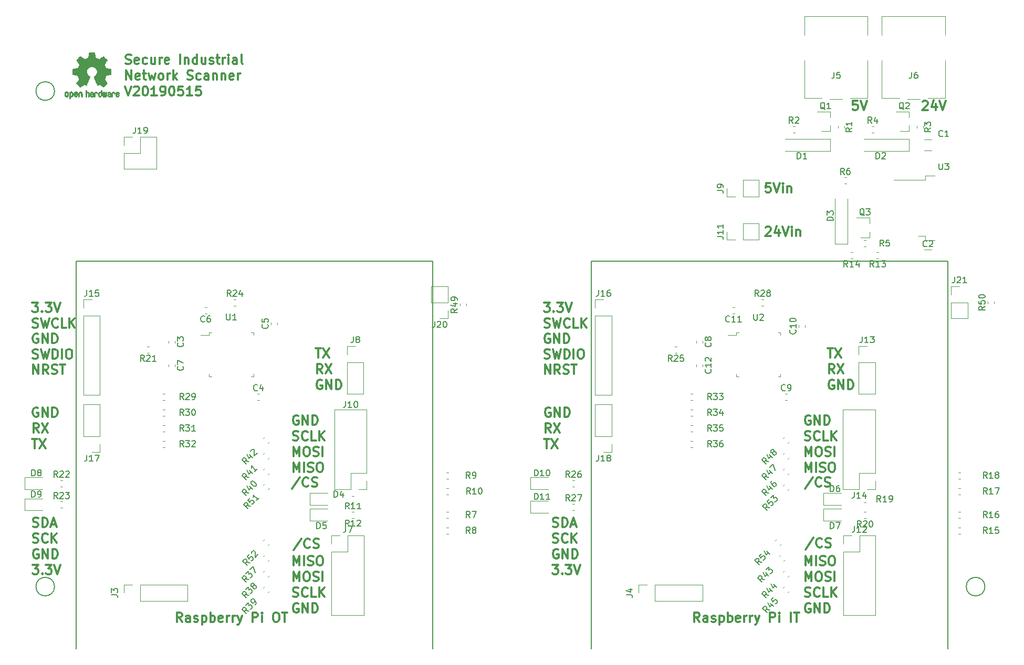
<source format=gbr>
G04 #@! TF.GenerationSoftware,KiCad,Pcbnew,5.0.2-bee76a0~70~ubuntu18.04.1*
G04 #@! TF.CreationDate,2019-05-15T21:37:27+02:00*
G04 #@! TF.ProjectId,networkScanner,6e657477-6f72-46b5-9363-616e6e65722e,rev?*
G04 #@! TF.SameCoordinates,Original*
G04 #@! TF.FileFunction,Legend,Top*
G04 #@! TF.FilePolarity,Positive*
%FSLAX46Y46*%
G04 Gerber Fmt 4.6, Leading zero omitted, Abs format (unit mm)*
G04 Created by KiCad (PCBNEW 5.0.2-bee76a0~70~ubuntu18.04.1) date Mi 15 Mai 2019 21:37:27 CEST*
%MOMM*%
%LPD*%
G01*
G04 APERTURE LIST*
%ADD10C,0.300000*%
%ADD11C,0.200000*%
%ADD12C,0.120000*%
%ADD13C,0.010000*%
%ADD14C,0.150000*%
G04 APERTURE END LIST*
D10*
X99669285Y-105593571D02*
X99169285Y-104879285D01*
X98812142Y-105593571D02*
X98812142Y-104093571D01*
X99383571Y-104093571D01*
X99526428Y-104165000D01*
X99597857Y-104236428D01*
X99669285Y-104379285D01*
X99669285Y-104593571D01*
X99597857Y-104736428D01*
X99526428Y-104807857D01*
X99383571Y-104879285D01*
X98812142Y-104879285D01*
X100169285Y-104093571D02*
X101169285Y-105593571D01*
X101169285Y-104093571D02*
X100169285Y-105593571D01*
X98597857Y-101553571D02*
X99455000Y-101553571D01*
X99026428Y-103053571D02*
X99026428Y-101553571D01*
X99812142Y-101553571D02*
X100812142Y-103053571D01*
X100812142Y-101553571D02*
X99812142Y-103053571D01*
X99597857Y-106705000D02*
X99455000Y-106633571D01*
X99240714Y-106633571D01*
X99026428Y-106705000D01*
X98883571Y-106847857D01*
X98812142Y-106990714D01*
X98740714Y-107276428D01*
X98740714Y-107490714D01*
X98812142Y-107776428D01*
X98883571Y-107919285D01*
X99026428Y-108062142D01*
X99240714Y-108133571D01*
X99383571Y-108133571D01*
X99597857Y-108062142D01*
X99669285Y-107990714D01*
X99669285Y-107490714D01*
X99383571Y-107490714D01*
X100312142Y-108133571D02*
X100312142Y-106633571D01*
X101169285Y-108133571D01*
X101169285Y-106633571D01*
X101883571Y-108133571D02*
X101883571Y-106633571D01*
X102240714Y-106633571D01*
X102455000Y-106705000D01*
X102597857Y-106847857D01*
X102669285Y-106990714D01*
X102740714Y-107276428D01*
X102740714Y-107490714D01*
X102669285Y-107776428D01*
X102597857Y-107919285D01*
X102455000Y-108062142D01*
X102240714Y-108133571D01*
X101883571Y-108133571D01*
X182147857Y-106705000D02*
X182005000Y-106633571D01*
X181790714Y-106633571D01*
X181576428Y-106705000D01*
X181433571Y-106847857D01*
X181362142Y-106990714D01*
X181290714Y-107276428D01*
X181290714Y-107490714D01*
X181362142Y-107776428D01*
X181433571Y-107919285D01*
X181576428Y-108062142D01*
X181790714Y-108133571D01*
X181933571Y-108133571D01*
X182147857Y-108062142D01*
X182219285Y-107990714D01*
X182219285Y-107490714D01*
X181933571Y-107490714D01*
X182862142Y-108133571D02*
X182862142Y-106633571D01*
X183719285Y-108133571D01*
X183719285Y-106633571D01*
X184433571Y-108133571D02*
X184433571Y-106633571D01*
X184790714Y-106633571D01*
X185005000Y-106705000D01*
X185147857Y-106847857D01*
X185219285Y-106990714D01*
X185290714Y-107276428D01*
X185290714Y-107490714D01*
X185219285Y-107776428D01*
X185147857Y-107919285D01*
X185005000Y-108062142D01*
X184790714Y-108133571D01*
X184433571Y-108133571D01*
X182219285Y-105593571D02*
X181719285Y-104879285D01*
X181362142Y-105593571D02*
X181362142Y-104093571D01*
X181933571Y-104093571D01*
X182076428Y-104165000D01*
X182147857Y-104236428D01*
X182219285Y-104379285D01*
X182219285Y-104593571D01*
X182147857Y-104736428D01*
X182076428Y-104807857D01*
X181933571Y-104879285D01*
X181362142Y-104879285D01*
X182719285Y-104093571D02*
X183719285Y-105593571D01*
X183719285Y-104093571D02*
X182719285Y-105593571D01*
X181147857Y-101553571D02*
X182005000Y-101553571D01*
X181576428Y-103053571D02*
X181576428Y-101553571D01*
X182362142Y-101553571D02*
X183362142Y-103053571D01*
X183362142Y-101553571D02*
X182362142Y-103053571D01*
X178877571Y-132089142D02*
X177591857Y-134017714D01*
X180234714Y-133517714D02*
X180163285Y-133589142D01*
X179949000Y-133660571D01*
X179806142Y-133660571D01*
X179591857Y-133589142D01*
X179449000Y-133446285D01*
X179377571Y-133303428D01*
X179306142Y-133017714D01*
X179306142Y-132803428D01*
X179377571Y-132517714D01*
X179449000Y-132374857D01*
X179591857Y-132232000D01*
X179806142Y-132160571D01*
X179949000Y-132160571D01*
X180163285Y-132232000D01*
X180234714Y-132303428D01*
X180806142Y-133589142D02*
X181020428Y-133660571D01*
X181377571Y-133660571D01*
X181520428Y-133589142D01*
X181591857Y-133517714D01*
X181663285Y-133374857D01*
X181663285Y-133232000D01*
X181591857Y-133089142D01*
X181520428Y-133017714D01*
X181377571Y-132946285D01*
X181091857Y-132874857D01*
X180949000Y-132803428D01*
X180877571Y-132732000D01*
X180806142Y-132589142D01*
X180806142Y-132446285D01*
X180877571Y-132303428D01*
X180949000Y-132232000D01*
X181091857Y-132160571D01*
X181449000Y-132160571D01*
X181663285Y-132232000D01*
X178750571Y-122310142D02*
X177464857Y-124238714D01*
X180107714Y-123738714D02*
X180036285Y-123810142D01*
X179822000Y-123881571D01*
X179679142Y-123881571D01*
X179464857Y-123810142D01*
X179322000Y-123667285D01*
X179250571Y-123524428D01*
X179179142Y-123238714D01*
X179179142Y-123024428D01*
X179250571Y-122738714D01*
X179322000Y-122595857D01*
X179464857Y-122453000D01*
X179679142Y-122381571D01*
X179822000Y-122381571D01*
X180036285Y-122453000D01*
X180107714Y-122524428D01*
X180679142Y-123810142D02*
X180893428Y-123881571D01*
X181250571Y-123881571D01*
X181393428Y-123810142D01*
X181464857Y-123738714D01*
X181536285Y-123595857D01*
X181536285Y-123453000D01*
X181464857Y-123310142D01*
X181393428Y-123238714D01*
X181250571Y-123167285D01*
X180964857Y-123095857D01*
X180822000Y-123024428D01*
X180750571Y-122953000D01*
X180679142Y-122810142D01*
X180679142Y-122667285D01*
X180750571Y-122524428D01*
X180822000Y-122453000D01*
X180964857Y-122381571D01*
X181322000Y-122381571D01*
X181536285Y-122453000D01*
X96327571Y-132216142D02*
X95041857Y-134144714D01*
X97684714Y-133644714D02*
X97613285Y-133716142D01*
X97399000Y-133787571D01*
X97256142Y-133787571D01*
X97041857Y-133716142D01*
X96899000Y-133573285D01*
X96827571Y-133430428D01*
X96756142Y-133144714D01*
X96756142Y-132930428D01*
X96827571Y-132644714D01*
X96899000Y-132501857D01*
X97041857Y-132359000D01*
X97256142Y-132287571D01*
X97399000Y-132287571D01*
X97613285Y-132359000D01*
X97684714Y-132430428D01*
X98256142Y-133716142D02*
X98470428Y-133787571D01*
X98827571Y-133787571D01*
X98970428Y-133716142D01*
X99041857Y-133644714D01*
X99113285Y-133501857D01*
X99113285Y-133359000D01*
X99041857Y-133216142D01*
X98970428Y-133144714D01*
X98827571Y-133073285D01*
X98541857Y-133001857D01*
X98399000Y-132930428D01*
X98327571Y-132859000D01*
X98256142Y-132716142D01*
X98256142Y-132573285D01*
X98327571Y-132430428D01*
X98399000Y-132359000D01*
X98541857Y-132287571D01*
X98899000Y-132287571D01*
X99113285Y-132359000D01*
X96073571Y-122310142D02*
X94787857Y-124238714D01*
X97430714Y-123738714D02*
X97359285Y-123810142D01*
X97145000Y-123881571D01*
X97002142Y-123881571D01*
X96787857Y-123810142D01*
X96645000Y-123667285D01*
X96573571Y-123524428D01*
X96502142Y-123238714D01*
X96502142Y-123024428D01*
X96573571Y-122738714D01*
X96645000Y-122595857D01*
X96787857Y-122453000D01*
X97002142Y-122381571D01*
X97145000Y-122381571D01*
X97359285Y-122453000D01*
X97430714Y-122524428D01*
X98002142Y-123810142D02*
X98216428Y-123881571D01*
X98573571Y-123881571D01*
X98716428Y-123810142D01*
X98787857Y-123738714D01*
X98859285Y-123595857D01*
X98859285Y-123453000D01*
X98787857Y-123310142D01*
X98716428Y-123238714D01*
X98573571Y-123167285D01*
X98287857Y-123095857D01*
X98145000Y-123024428D01*
X98073571Y-122953000D01*
X98002142Y-122810142D01*
X98002142Y-122667285D01*
X98073571Y-122524428D01*
X98145000Y-122453000D01*
X98287857Y-122381571D01*
X98645000Y-122381571D01*
X98859285Y-122453000D01*
X137697857Y-134010000D02*
X137555000Y-133938571D01*
X137340714Y-133938571D01*
X137126428Y-134010000D01*
X136983571Y-134152857D01*
X136912142Y-134295714D01*
X136840714Y-134581428D01*
X136840714Y-134795714D01*
X136912142Y-135081428D01*
X136983571Y-135224285D01*
X137126428Y-135367142D01*
X137340714Y-135438571D01*
X137483571Y-135438571D01*
X137697857Y-135367142D01*
X137769285Y-135295714D01*
X137769285Y-134795714D01*
X137483571Y-134795714D01*
X138412142Y-135438571D02*
X138412142Y-133938571D01*
X139269285Y-135438571D01*
X139269285Y-133938571D01*
X139983571Y-135438571D02*
X139983571Y-133938571D01*
X140340714Y-133938571D01*
X140555000Y-134010000D01*
X140697857Y-134152857D01*
X140769285Y-134295714D01*
X140840714Y-134581428D01*
X140840714Y-134795714D01*
X140769285Y-135081428D01*
X140697857Y-135224285D01*
X140555000Y-135367142D01*
X140340714Y-135438571D01*
X139983571Y-135438571D01*
X136840714Y-130287142D02*
X137055000Y-130358571D01*
X137412142Y-130358571D01*
X137555000Y-130287142D01*
X137626428Y-130215714D01*
X137697857Y-130072857D01*
X137697857Y-129930000D01*
X137626428Y-129787142D01*
X137555000Y-129715714D01*
X137412142Y-129644285D01*
X137126428Y-129572857D01*
X136983571Y-129501428D01*
X136912142Y-129430000D01*
X136840714Y-129287142D01*
X136840714Y-129144285D01*
X136912142Y-129001428D01*
X136983571Y-128930000D01*
X137126428Y-128858571D01*
X137483571Y-128858571D01*
X137697857Y-128930000D01*
X138340714Y-130358571D02*
X138340714Y-128858571D01*
X138697857Y-128858571D01*
X138912142Y-128930000D01*
X139055000Y-129072857D01*
X139126428Y-129215714D01*
X139197857Y-129501428D01*
X139197857Y-129715714D01*
X139126428Y-130001428D01*
X139055000Y-130144285D01*
X138912142Y-130287142D01*
X138697857Y-130358571D01*
X138340714Y-130358571D01*
X139769285Y-129930000D02*
X140483571Y-129930000D01*
X139626428Y-130358571D02*
X140126428Y-128858571D01*
X140626428Y-130358571D01*
X136840714Y-132827142D02*
X137055000Y-132898571D01*
X137412142Y-132898571D01*
X137555000Y-132827142D01*
X137626428Y-132755714D01*
X137697857Y-132612857D01*
X137697857Y-132470000D01*
X137626428Y-132327142D01*
X137555000Y-132255714D01*
X137412142Y-132184285D01*
X137126428Y-132112857D01*
X136983571Y-132041428D01*
X136912142Y-131970000D01*
X136840714Y-131827142D01*
X136840714Y-131684285D01*
X136912142Y-131541428D01*
X136983571Y-131470000D01*
X137126428Y-131398571D01*
X137483571Y-131398571D01*
X137697857Y-131470000D01*
X139197857Y-132755714D02*
X139126428Y-132827142D01*
X138912142Y-132898571D01*
X138769285Y-132898571D01*
X138555000Y-132827142D01*
X138412142Y-132684285D01*
X138340714Y-132541428D01*
X138269285Y-132255714D01*
X138269285Y-132041428D01*
X138340714Y-131755714D01*
X138412142Y-131612857D01*
X138555000Y-131470000D01*
X138769285Y-131398571D01*
X138912142Y-131398571D01*
X139126428Y-131470000D01*
X139197857Y-131541428D01*
X139840714Y-132898571D02*
X139840714Y-131398571D01*
X140697857Y-132898571D02*
X140055000Y-132041428D01*
X140697857Y-131398571D02*
X139840714Y-132255714D01*
X136769285Y-136478571D02*
X137697857Y-136478571D01*
X137197857Y-137050000D01*
X137412142Y-137050000D01*
X137555000Y-137121428D01*
X137626428Y-137192857D01*
X137697857Y-137335714D01*
X137697857Y-137692857D01*
X137626428Y-137835714D01*
X137555000Y-137907142D01*
X137412142Y-137978571D01*
X136983571Y-137978571D01*
X136840714Y-137907142D01*
X136769285Y-137835714D01*
X138340714Y-137835714D02*
X138412142Y-137907142D01*
X138340714Y-137978571D01*
X138269285Y-137907142D01*
X138340714Y-137835714D01*
X138340714Y-137978571D01*
X138912142Y-136478571D02*
X139840714Y-136478571D01*
X139340714Y-137050000D01*
X139555000Y-137050000D01*
X139697857Y-137121428D01*
X139769285Y-137192857D01*
X139840714Y-137335714D01*
X139840714Y-137692857D01*
X139769285Y-137835714D01*
X139697857Y-137907142D01*
X139555000Y-137978571D01*
X139126428Y-137978571D01*
X138983571Y-137907142D01*
X138912142Y-137835714D01*
X140269285Y-136478571D02*
X140769285Y-137978571D01*
X141269285Y-136478571D01*
X53020714Y-130287142D02*
X53235000Y-130358571D01*
X53592142Y-130358571D01*
X53735000Y-130287142D01*
X53806428Y-130215714D01*
X53877857Y-130072857D01*
X53877857Y-129930000D01*
X53806428Y-129787142D01*
X53735000Y-129715714D01*
X53592142Y-129644285D01*
X53306428Y-129572857D01*
X53163571Y-129501428D01*
X53092142Y-129430000D01*
X53020714Y-129287142D01*
X53020714Y-129144285D01*
X53092142Y-129001428D01*
X53163571Y-128930000D01*
X53306428Y-128858571D01*
X53663571Y-128858571D01*
X53877857Y-128930000D01*
X54520714Y-130358571D02*
X54520714Y-128858571D01*
X54877857Y-128858571D01*
X55092142Y-128930000D01*
X55235000Y-129072857D01*
X55306428Y-129215714D01*
X55377857Y-129501428D01*
X55377857Y-129715714D01*
X55306428Y-130001428D01*
X55235000Y-130144285D01*
X55092142Y-130287142D01*
X54877857Y-130358571D01*
X54520714Y-130358571D01*
X55949285Y-129930000D02*
X56663571Y-129930000D01*
X55806428Y-130358571D02*
X56306428Y-128858571D01*
X56806428Y-130358571D01*
X53020714Y-132827142D02*
X53235000Y-132898571D01*
X53592142Y-132898571D01*
X53735000Y-132827142D01*
X53806428Y-132755714D01*
X53877857Y-132612857D01*
X53877857Y-132470000D01*
X53806428Y-132327142D01*
X53735000Y-132255714D01*
X53592142Y-132184285D01*
X53306428Y-132112857D01*
X53163571Y-132041428D01*
X53092142Y-131970000D01*
X53020714Y-131827142D01*
X53020714Y-131684285D01*
X53092142Y-131541428D01*
X53163571Y-131470000D01*
X53306428Y-131398571D01*
X53663571Y-131398571D01*
X53877857Y-131470000D01*
X55377857Y-132755714D02*
X55306428Y-132827142D01*
X55092142Y-132898571D01*
X54949285Y-132898571D01*
X54735000Y-132827142D01*
X54592142Y-132684285D01*
X54520714Y-132541428D01*
X54449285Y-132255714D01*
X54449285Y-132041428D01*
X54520714Y-131755714D01*
X54592142Y-131612857D01*
X54735000Y-131470000D01*
X54949285Y-131398571D01*
X55092142Y-131398571D01*
X55306428Y-131470000D01*
X55377857Y-131541428D01*
X56020714Y-132898571D02*
X56020714Y-131398571D01*
X56877857Y-132898571D02*
X56235000Y-132041428D01*
X56877857Y-131398571D02*
X56020714Y-132255714D01*
X53877857Y-134010000D02*
X53735000Y-133938571D01*
X53520714Y-133938571D01*
X53306428Y-134010000D01*
X53163571Y-134152857D01*
X53092142Y-134295714D01*
X53020714Y-134581428D01*
X53020714Y-134795714D01*
X53092142Y-135081428D01*
X53163571Y-135224285D01*
X53306428Y-135367142D01*
X53520714Y-135438571D01*
X53663571Y-135438571D01*
X53877857Y-135367142D01*
X53949285Y-135295714D01*
X53949285Y-134795714D01*
X53663571Y-134795714D01*
X54592142Y-135438571D02*
X54592142Y-133938571D01*
X55449285Y-135438571D01*
X55449285Y-133938571D01*
X56163571Y-135438571D02*
X56163571Y-133938571D01*
X56520714Y-133938571D01*
X56735000Y-134010000D01*
X56877857Y-134152857D01*
X56949285Y-134295714D01*
X57020714Y-134581428D01*
X57020714Y-134795714D01*
X56949285Y-135081428D01*
X56877857Y-135224285D01*
X56735000Y-135367142D01*
X56520714Y-135438571D01*
X56163571Y-135438571D01*
X52949285Y-136478571D02*
X53877857Y-136478571D01*
X53377857Y-137050000D01*
X53592142Y-137050000D01*
X53735000Y-137121428D01*
X53806428Y-137192857D01*
X53877857Y-137335714D01*
X53877857Y-137692857D01*
X53806428Y-137835714D01*
X53735000Y-137907142D01*
X53592142Y-137978571D01*
X53163571Y-137978571D01*
X53020714Y-137907142D01*
X52949285Y-137835714D01*
X54520714Y-137835714D02*
X54592142Y-137907142D01*
X54520714Y-137978571D01*
X54449285Y-137907142D01*
X54520714Y-137835714D01*
X54520714Y-137978571D01*
X55092142Y-136478571D02*
X56020714Y-136478571D01*
X55520714Y-137050000D01*
X55735000Y-137050000D01*
X55877857Y-137121428D01*
X55949285Y-137192857D01*
X56020714Y-137335714D01*
X56020714Y-137692857D01*
X55949285Y-137835714D01*
X55877857Y-137907142D01*
X55735000Y-137978571D01*
X55306428Y-137978571D01*
X55163571Y-137907142D01*
X55092142Y-137835714D01*
X56449285Y-136478571D02*
X56949285Y-137978571D01*
X57449285Y-136478571D01*
X171916428Y-74883571D02*
X171202142Y-74883571D01*
X171130714Y-75597857D01*
X171202142Y-75526428D01*
X171345000Y-75455000D01*
X171702142Y-75455000D01*
X171845000Y-75526428D01*
X171916428Y-75597857D01*
X171987857Y-75740714D01*
X171987857Y-76097857D01*
X171916428Y-76240714D01*
X171845000Y-76312142D01*
X171702142Y-76383571D01*
X171345000Y-76383571D01*
X171202142Y-76312142D01*
X171130714Y-76240714D01*
X172416428Y-74883571D02*
X172916428Y-76383571D01*
X173416428Y-74883571D01*
X173916428Y-76383571D02*
X173916428Y-75383571D01*
X173916428Y-74883571D02*
X173845000Y-74955000D01*
X173916428Y-75026428D01*
X173987857Y-74955000D01*
X173916428Y-74883571D01*
X173916428Y-75026428D01*
X174630714Y-75383571D02*
X174630714Y-76383571D01*
X174630714Y-75526428D02*
X174702142Y-75455000D01*
X174845000Y-75383571D01*
X175059285Y-75383571D01*
X175202142Y-75455000D01*
X175273571Y-75597857D01*
X175273571Y-76383571D01*
X171130714Y-82011428D02*
X171202142Y-81940000D01*
X171345000Y-81868571D01*
X171702142Y-81868571D01*
X171845000Y-81940000D01*
X171916428Y-82011428D01*
X171987857Y-82154285D01*
X171987857Y-82297142D01*
X171916428Y-82511428D01*
X171059285Y-83368571D01*
X171987857Y-83368571D01*
X173273571Y-82368571D02*
X173273571Y-83368571D01*
X172916428Y-81797142D02*
X172559285Y-82868571D01*
X173487857Y-82868571D01*
X173845000Y-81868571D02*
X174345000Y-83368571D01*
X174845000Y-81868571D01*
X175345000Y-83368571D02*
X175345000Y-82368571D01*
X175345000Y-81868571D02*
X175273571Y-81940000D01*
X175345000Y-82011428D01*
X175416428Y-81940000D01*
X175345000Y-81868571D01*
X175345000Y-82011428D01*
X176059285Y-82368571D02*
X176059285Y-83368571D01*
X176059285Y-82511428D02*
X176130714Y-82440000D01*
X176273571Y-82368571D01*
X176487857Y-82368571D01*
X176630714Y-82440000D01*
X176702142Y-82582857D01*
X176702142Y-83368571D01*
X177552142Y-136581571D02*
X177552142Y-135081571D01*
X178052142Y-136153000D01*
X178552142Y-135081571D01*
X178552142Y-136581571D01*
X179266428Y-136581571D02*
X179266428Y-135081571D01*
X179909285Y-136510142D02*
X180123571Y-136581571D01*
X180480714Y-136581571D01*
X180623571Y-136510142D01*
X180695000Y-136438714D01*
X180766428Y-136295857D01*
X180766428Y-136153000D01*
X180695000Y-136010142D01*
X180623571Y-135938714D01*
X180480714Y-135867285D01*
X180195000Y-135795857D01*
X180052142Y-135724428D01*
X179980714Y-135653000D01*
X179909285Y-135510142D01*
X179909285Y-135367285D01*
X179980714Y-135224428D01*
X180052142Y-135153000D01*
X180195000Y-135081571D01*
X180552142Y-135081571D01*
X180766428Y-135153000D01*
X181695000Y-135081571D02*
X181980714Y-135081571D01*
X182123571Y-135153000D01*
X182266428Y-135295857D01*
X182337857Y-135581571D01*
X182337857Y-136081571D01*
X182266428Y-136367285D01*
X182123571Y-136510142D01*
X181980714Y-136581571D01*
X181695000Y-136581571D01*
X181552142Y-136510142D01*
X181409285Y-136367285D01*
X181337857Y-136081571D01*
X181337857Y-135581571D01*
X181409285Y-135295857D01*
X181552142Y-135153000D01*
X181695000Y-135081571D01*
X177552142Y-139121571D02*
X177552142Y-137621571D01*
X178052142Y-138693000D01*
X178552142Y-137621571D01*
X178552142Y-139121571D01*
X179552142Y-137621571D02*
X179837857Y-137621571D01*
X179980714Y-137693000D01*
X180123571Y-137835857D01*
X180195000Y-138121571D01*
X180195000Y-138621571D01*
X180123571Y-138907285D01*
X179980714Y-139050142D01*
X179837857Y-139121571D01*
X179552142Y-139121571D01*
X179409285Y-139050142D01*
X179266428Y-138907285D01*
X179195000Y-138621571D01*
X179195000Y-138121571D01*
X179266428Y-137835857D01*
X179409285Y-137693000D01*
X179552142Y-137621571D01*
X180766428Y-139050142D02*
X180980714Y-139121571D01*
X181337857Y-139121571D01*
X181480714Y-139050142D01*
X181552142Y-138978714D01*
X181623571Y-138835857D01*
X181623571Y-138693000D01*
X181552142Y-138550142D01*
X181480714Y-138478714D01*
X181337857Y-138407285D01*
X181052142Y-138335857D01*
X180909285Y-138264428D01*
X180837857Y-138193000D01*
X180766428Y-138050142D01*
X180766428Y-137907285D01*
X180837857Y-137764428D01*
X180909285Y-137693000D01*
X181052142Y-137621571D01*
X181409285Y-137621571D01*
X181623571Y-137693000D01*
X182266428Y-139121571D02*
X182266428Y-137621571D01*
X177480714Y-141590142D02*
X177695000Y-141661571D01*
X178052142Y-141661571D01*
X178195000Y-141590142D01*
X178266428Y-141518714D01*
X178337857Y-141375857D01*
X178337857Y-141233000D01*
X178266428Y-141090142D01*
X178195000Y-141018714D01*
X178052142Y-140947285D01*
X177766428Y-140875857D01*
X177623571Y-140804428D01*
X177552142Y-140733000D01*
X177480714Y-140590142D01*
X177480714Y-140447285D01*
X177552142Y-140304428D01*
X177623571Y-140233000D01*
X177766428Y-140161571D01*
X178123571Y-140161571D01*
X178337857Y-140233000D01*
X179837857Y-141518714D02*
X179766428Y-141590142D01*
X179552142Y-141661571D01*
X179409285Y-141661571D01*
X179195000Y-141590142D01*
X179052142Y-141447285D01*
X178980714Y-141304428D01*
X178909285Y-141018714D01*
X178909285Y-140804428D01*
X178980714Y-140518714D01*
X179052142Y-140375857D01*
X179195000Y-140233000D01*
X179409285Y-140161571D01*
X179552142Y-140161571D01*
X179766428Y-140233000D01*
X179837857Y-140304428D01*
X181195000Y-141661571D02*
X180480714Y-141661571D01*
X180480714Y-140161571D01*
X181695000Y-141661571D02*
X181695000Y-140161571D01*
X182552142Y-141661571D02*
X181909285Y-140804428D01*
X182552142Y-140161571D02*
X181695000Y-141018714D01*
X178337857Y-142773000D02*
X178195000Y-142701571D01*
X177980714Y-142701571D01*
X177766428Y-142773000D01*
X177623571Y-142915857D01*
X177552142Y-143058714D01*
X177480714Y-143344428D01*
X177480714Y-143558714D01*
X177552142Y-143844428D01*
X177623571Y-143987285D01*
X177766428Y-144130142D01*
X177980714Y-144201571D01*
X178123571Y-144201571D01*
X178337857Y-144130142D01*
X178409285Y-144058714D01*
X178409285Y-143558714D01*
X178123571Y-143558714D01*
X179052142Y-144201571D02*
X179052142Y-142701571D01*
X179909285Y-144201571D01*
X179909285Y-142701571D01*
X180623571Y-144201571D02*
X180623571Y-142701571D01*
X180980714Y-142701571D01*
X181195000Y-142773000D01*
X181337857Y-142915857D01*
X181409285Y-143058714D01*
X181480714Y-143344428D01*
X181480714Y-143558714D01*
X181409285Y-143844428D01*
X181337857Y-143987285D01*
X181195000Y-144130142D01*
X180980714Y-144201571D01*
X180623571Y-144201571D01*
X178337857Y-112420000D02*
X178195000Y-112348571D01*
X177980714Y-112348571D01*
X177766428Y-112420000D01*
X177623571Y-112562857D01*
X177552142Y-112705714D01*
X177480714Y-112991428D01*
X177480714Y-113205714D01*
X177552142Y-113491428D01*
X177623571Y-113634285D01*
X177766428Y-113777142D01*
X177980714Y-113848571D01*
X178123571Y-113848571D01*
X178337857Y-113777142D01*
X178409285Y-113705714D01*
X178409285Y-113205714D01*
X178123571Y-113205714D01*
X179052142Y-113848571D02*
X179052142Y-112348571D01*
X179909285Y-113848571D01*
X179909285Y-112348571D01*
X180623571Y-113848571D02*
X180623571Y-112348571D01*
X180980714Y-112348571D01*
X181195000Y-112420000D01*
X181337857Y-112562857D01*
X181409285Y-112705714D01*
X181480714Y-112991428D01*
X181480714Y-113205714D01*
X181409285Y-113491428D01*
X181337857Y-113634285D01*
X181195000Y-113777142D01*
X180980714Y-113848571D01*
X180623571Y-113848571D01*
X177552142Y-121468571D02*
X177552142Y-119968571D01*
X178052142Y-121040000D01*
X178552142Y-119968571D01*
X178552142Y-121468571D01*
X179266428Y-121468571D02*
X179266428Y-119968571D01*
X179909285Y-121397142D02*
X180123571Y-121468571D01*
X180480714Y-121468571D01*
X180623571Y-121397142D01*
X180695000Y-121325714D01*
X180766428Y-121182857D01*
X180766428Y-121040000D01*
X180695000Y-120897142D01*
X180623571Y-120825714D01*
X180480714Y-120754285D01*
X180195000Y-120682857D01*
X180052142Y-120611428D01*
X179980714Y-120540000D01*
X179909285Y-120397142D01*
X179909285Y-120254285D01*
X179980714Y-120111428D01*
X180052142Y-120040000D01*
X180195000Y-119968571D01*
X180552142Y-119968571D01*
X180766428Y-120040000D01*
X181695000Y-119968571D02*
X181980714Y-119968571D01*
X182123571Y-120040000D01*
X182266428Y-120182857D01*
X182337857Y-120468571D01*
X182337857Y-120968571D01*
X182266428Y-121254285D01*
X182123571Y-121397142D01*
X181980714Y-121468571D01*
X181695000Y-121468571D01*
X181552142Y-121397142D01*
X181409285Y-121254285D01*
X181337857Y-120968571D01*
X181337857Y-120468571D01*
X181409285Y-120182857D01*
X181552142Y-120040000D01*
X181695000Y-119968571D01*
X177480714Y-116317142D02*
X177695000Y-116388571D01*
X178052142Y-116388571D01*
X178195000Y-116317142D01*
X178266428Y-116245714D01*
X178337857Y-116102857D01*
X178337857Y-115960000D01*
X178266428Y-115817142D01*
X178195000Y-115745714D01*
X178052142Y-115674285D01*
X177766428Y-115602857D01*
X177623571Y-115531428D01*
X177552142Y-115460000D01*
X177480714Y-115317142D01*
X177480714Y-115174285D01*
X177552142Y-115031428D01*
X177623571Y-114960000D01*
X177766428Y-114888571D01*
X178123571Y-114888571D01*
X178337857Y-114960000D01*
X179837857Y-116245714D02*
X179766428Y-116317142D01*
X179552142Y-116388571D01*
X179409285Y-116388571D01*
X179195000Y-116317142D01*
X179052142Y-116174285D01*
X178980714Y-116031428D01*
X178909285Y-115745714D01*
X178909285Y-115531428D01*
X178980714Y-115245714D01*
X179052142Y-115102857D01*
X179195000Y-114960000D01*
X179409285Y-114888571D01*
X179552142Y-114888571D01*
X179766428Y-114960000D01*
X179837857Y-115031428D01*
X181195000Y-116388571D02*
X180480714Y-116388571D01*
X180480714Y-114888571D01*
X181695000Y-116388571D02*
X181695000Y-114888571D01*
X182552142Y-116388571D02*
X181909285Y-115531428D01*
X182552142Y-114888571D02*
X181695000Y-115745714D01*
X177552142Y-118928571D02*
X177552142Y-117428571D01*
X178052142Y-118500000D01*
X178552142Y-117428571D01*
X178552142Y-118928571D01*
X179552142Y-117428571D02*
X179837857Y-117428571D01*
X179980714Y-117500000D01*
X180123571Y-117642857D01*
X180195000Y-117928571D01*
X180195000Y-118428571D01*
X180123571Y-118714285D01*
X179980714Y-118857142D01*
X179837857Y-118928571D01*
X179552142Y-118928571D01*
X179409285Y-118857142D01*
X179266428Y-118714285D01*
X179195000Y-118428571D01*
X179195000Y-117928571D01*
X179266428Y-117642857D01*
X179409285Y-117500000D01*
X179552142Y-117428571D01*
X180766428Y-118857142D02*
X180980714Y-118928571D01*
X181337857Y-118928571D01*
X181480714Y-118857142D01*
X181552142Y-118785714D01*
X181623571Y-118642857D01*
X181623571Y-118500000D01*
X181552142Y-118357142D01*
X181480714Y-118285714D01*
X181337857Y-118214285D01*
X181052142Y-118142857D01*
X180909285Y-118071428D01*
X180837857Y-118000000D01*
X180766428Y-117857142D01*
X180766428Y-117714285D01*
X180837857Y-117571428D01*
X180909285Y-117500000D01*
X181052142Y-117428571D01*
X181409285Y-117428571D01*
X181623571Y-117500000D01*
X182266428Y-118928571D02*
X182266428Y-117428571D01*
X95002142Y-121468571D02*
X95002142Y-119968571D01*
X95502142Y-121040000D01*
X96002142Y-119968571D01*
X96002142Y-121468571D01*
X96716428Y-121468571D02*
X96716428Y-119968571D01*
X97359285Y-121397142D02*
X97573571Y-121468571D01*
X97930714Y-121468571D01*
X98073571Y-121397142D01*
X98145000Y-121325714D01*
X98216428Y-121182857D01*
X98216428Y-121040000D01*
X98145000Y-120897142D01*
X98073571Y-120825714D01*
X97930714Y-120754285D01*
X97645000Y-120682857D01*
X97502142Y-120611428D01*
X97430714Y-120540000D01*
X97359285Y-120397142D01*
X97359285Y-120254285D01*
X97430714Y-120111428D01*
X97502142Y-120040000D01*
X97645000Y-119968571D01*
X98002142Y-119968571D01*
X98216428Y-120040000D01*
X99145000Y-119968571D02*
X99430714Y-119968571D01*
X99573571Y-120040000D01*
X99716428Y-120182857D01*
X99787857Y-120468571D01*
X99787857Y-120968571D01*
X99716428Y-121254285D01*
X99573571Y-121397142D01*
X99430714Y-121468571D01*
X99145000Y-121468571D01*
X99002142Y-121397142D01*
X98859285Y-121254285D01*
X98787857Y-120968571D01*
X98787857Y-120468571D01*
X98859285Y-120182857D01*
X99002142Y-120040000D01*
X99145000Y-119968571D01*
X95002142Y-118928571D02*
X95002142Y-117428571D01*
X95502142Y-118500000D01*
X96002142Y-117428571D01*
X96002142Y-118928571D01*
X97002142Y-117428571D02*
X97287857Y-117428571D01*
X97430714Y-117500000D01*
X97573571Y-117642857D01*
X97645000Y-117928571D01*
X97645000Y-118428571D01*
X97573571Y-118714285D01*
X97430714Y-118857142D01*
X97287857Y-118928571D01*
X97002142Y-118928571D01*
X96859285Y-118857142D01*
X96716428Y-118714285D01*
X96645000Y-118428571D01*
X96645000Y-117928571D01*
X96716428Y-117642857D01*
X96859285Y-117500000D01*
X97002142Y-117428571D01*
X98216428Y-118857142D02*
X98430714Y-118928571D01*
X98787857Y-118928571D01*
X98930714Y-118857142D01*
X99002142Y-118785714D01*
X99073571Y-118642857D01*
X99073571Y-118500000D01*
X99002142Y-118357142D01*
X98930714Y-118285714D01*
X98787857Y-118214285D01*
X98502142Y-118142857D01*
X98359285Y-118071428D01*
X98287857Y-118000000D01*
X98216428Y-117857142D01*
X98216428Y-117714285D01*
X98287857Y-117571428D01*
X98359285Y-117500000D01*
X98502142Y-117428571D01*
X98859285Y-117428571D01*
X99073571Y-117500000D01*
X99716428Y-118928571D02*
X99716428Y-117428571D01*
X94930714Y-116317142D02*
X95145000Y-116388571D01*
X95502142Y-116388571D01*
X95645000Y-116317142D01*
X95716428Y-116245714D01*
X95787857Y-116102857D01*
X95787857Y-115960000D01*
X95716428Y-115817142D01*
X95645000Y-115745714D01*
X95502142Y-115674285D01*
X95216428Y-115602857D01*
X95073571Y-115531428D01*
X95002142Y-115460000D01*
X94930714Y-115317142D01*
X94930714Y-115174285D01*
X95002142Y-115031428D01*
X95073571Y-114960000D01*
X95216428Y-114888571D01*
X95573571Y-114888571D01*
X95787857Y-114960000D01*
X97287857Y-116245714D02*
X97216428Y-116317142D01*
X97002142Y-116388571D01*
X96859285Y-116388571D01*
X96645000Y-116317142D01*
X96502142Y-116174285D01*
X96430714Y-116031428D01*
X96359285Y-115745714D01*
X96359285Y-115531428D01*
X96430714Y-115245714D01*
X96502142Y-115102857D01*
X96645000Y-114960000D01*
X96859285Y-114888571D01*
X97002142Y-114888571D01*
X97216428Y-114960000D01*
X97287857Y-115031428D01*
X98645000Y-116388571D02*
X97930714Y-116388571D01*
X97930714Y-114888571D01*
X99145000Y-116388571D02*
X99145000Y-114888571D01*
X100002142Y-116388571D02*
X99359285Y-115531428D01*
X100002142Y-114888571D02*
X99145000Y-115745714D01*
X95787857Y-112420000D02*
X95645000Y-112348571D01*
X95430714Y-112348571D01*
X95216428Y-112420000D01*
X95073571Y-112562857D01*
X95002142Y-112705714D01*
X94930714Y-112991428D01*
X94930714Y-113205714D01*
X95002142Y-113491428D01*
X95073571Y-113634285D01*
X95216428Y-113777142D01*
X95430714Y-113848571D01*
X95573571Y-113848571D01*
X95787857Y-113777142D01*
X95859285Y-113705714D01*
X95859285Y-113205714D01*
X95573571Y-113205714D01*
X96502142Y-113848571D02*
X96502142Y-112348571D01*
X97359285Y-113848571D01*
X97359285Y-112348571D01*
X98073571Y-113848571D02*
X98073571Y-112348571D01*
X98430714Y-112348571D01*
X98645000Y-112420000D01*
X98787857Y-112562857D01*
X98859285Y-112705714D01*
X98930714Y-112991428D01*
X98930714Y-113205714D01*
X98859285Y-113491428D01*
X98787857Y-113634285D01*
X98645000Y-113777142D01*
X98430714Y-113848571D01*
X98073571Y-113848571D01*
X95787857Y-142773000D02*
X95645000Y-142701571D01*
X95430714Y-142701571D01*
X95216428Y-142773000D01*
X95073571Y-142915857D01*
X95002142Y-143058714D01*
X94930714Y-143344428D01*
X94930714Y-143558714D01*
X95002142Y-143844428D01*
X95073571Y-143987285D01*
X95216428Y-144130142D01*
X95430714Y-144201571D01*
X95573571Y-144201571D01*
X95787857Y-144130142D01*
X95859285Y-144058714D01*
X95859285Y-143558714D01*
X95573571Y-143558714D01*
X96502142Y-144201571D02*
X96502142Y-142701571D01*
X97359285Y-144201571D01*
X97359285Y-142701571D01*
X98073571Y-144201571D02*
X98073571Y-142701571D01*
X98430714Y-142701571D01*
X98645000Y-142773000D01*
X98787857Y-142915857D01*
X98859285Y-143058714D01*
X98930714Y-143344428D01*
X98930714Y-143558714D01*
X98859285Y-143844428D01*
X98787857Y-143987285D01*
X98645000Y-144130142D01*
X98430714Y-144201571D01*
X98073571Y-144201571D01*
X94930714Y-141590142D02*
X95145000Y-141661571D01*
X95502142Y-141661571D01*
X95645000Y-141590142D01*
X95716428Y-141518714D01*
X95787857Y-141375857D01*
X95787857Y-141233000D01*
X95716428Y-141090142D01*
X95645000Y-141018714D01*
X95502142Y-140947285D01*
X95216428Y-140875857D01*
X95073571Y-140804428D01*
X95002142Y-140733000D01*
X94930714Y-140590142D01*
X94930714Y-140447285D01*
X95002142Y-140304428D01*
X95073571Y-140233000D01*
X95216428Y-140161571D01*
X95573571Y-140161571D01*
X95787857Y-140233000D01*
X97287857Y-141518714D02*
X97216428Y-141590142D01*
X97002142Y-141661571D01*
X96859285Y-141661571D01*
X96645000Y-141590142D01*
X96502142Y-141447285D01*
X96430714Y-141304428D01*
X96359285Y-141018714D01*
X96359285Y-140804428D01*
X96430714Y-140518714D01*
X96502142Y-140375857D01*
X96645000Y-140233000D01*
X96859285Y-140161571D01*
X97002142Y-140161571D01*
X97216428Y-140233000D01*
X97287857Y-140304428D01*
X98645000Y-141661571D02*
X97930714Y-141661571D01*
X97930714Y-140161571D01*
X99145000Y-141661571D02*
X99145000Y-140161571D01*
X100002142Y-141661571D02*
X99359285Y-140804428D01*
X100002142Y-140161571D02*
X99145000Y-141018714D01*
X95002142Y-139121571D02*
X95002142Y-137621571D01*
X95502142Y-138693000D01*
X96002142Y-137621571D01*
X96002142Y-139121571D01*
X97002142Y-137621571D02*
X97287857Y-137621571D01*
X97430714Y-137693000D01*
X97573571Y-137835857D01*
X97645000Y-138121571D01*
X97645000Y-138621571D01*
X97573571Y-138907285D01*
X97430714Y-139050142D01*
X97287857Y-139121571D01*
X97002142Y-139121571D01*
X96859285Y-139050142D01*
X96716428Y-138907285D01*
X96645000Y-138621571D01*
X96645000Y-138121571D01*
X96716428Y-137835857D01*
X96859285Y-137693000D01*
X97002142Y-137621571D01*
X98216428Y-139050142D02*
X98430714Y-139121571D01*
X98787857Y-139121571D01*
X98930714Y-139050142D01*
X99002142Y-138978714D01*
X99073571Y-138835857D01*
X99073571Y-138693000D01*
X99002142Y-138550142D01*
X98930714Y-138478714D01*
X98787857Y-138407285D01*
X98502142Y-138335857D01*
X98359285Y-138264428D01*
X98287857Y-138193000D01*
X98216428Y-138050142D01*
X98216428Y-137907285D01*
X98287857Y-137764428D01*
X98359285Y-137693000D01*
X98502142Y-137621571D01*
X98859285Y-137621571D01*
X99073571Y-137693000D01*
X99716428Y-139121571D02*
X99716428Y-137621571D01*
X95002142Y-136581571D02*
X95002142Y-135081571D01*
X95502142Y-136153000D01*
X96002142Y-135081571D01*
X96002142Y-136581571D01*
X96716428Y-136581571D02*
X96716428Y-135081571D01*
X97359285Y-136510142D02*
X97573571Y-136581571D01*
X97930714Y-136581571D01*
X98073571Y-136510142D01*
X98145000Y-136438714D01*
X98216428Y-136295857D01*
X98216428Y-136153000D01*
X98145000Y-136010142D01*
X98073571Y-135938714D01*
X97930714Y-135867285D01*
X97645000Y-135795857D01*
X97502142Y-135724428D01*
X97430714Y-135653000D01*
X97359285Y-135510142D01*
X97359285Y-135367285D01*
X97430714Y-135224428D01*
X97502142Y-135153000D01*
X97645000Y-135081571D01*
X98002142Y-135081571D01*
X98216428Y-135153000D01*
X99145000Y-135081571D02*
X99430714Y-135081571D01*
X99573571Y-135153000D01*
X99716428Y-135295857D01*
X99787857Y-135581571D01*
X99787857Y-136081571D01*
X99716428Y-136367285D01*
X99573571Y-136510142D01*
X99430714Y-136581571D01*
X99145000Y-136581571D01*
X99002142Y-136510142D01*
X98859285Y-136367285D01*
X98787857Y-136081571D01*
X98787857Y-135581571D01*
X98859285Y-135295857D01*
X99002142Y-135153000D01*
X99145000Y-135081571D01*
X135427857Y-116158571D02*
X136285000Y-116158571D01*
X135856428Y-117658571D02*
X135856428Y-116158571D01*
X136642142Y-116158571D02*
X137642142Y-117658571D01*
X137642142Y-116158571D02*
X136642142Y-117658571D01*
X136499285Y-115118571D02*
X135999285Y-114404285D01*
X135642142Y-115118571D02*
X135642142Y-113618571D01*
X136213571Y-113618571D01*
X136356428Y-113690000D01*
X136427857Y-113761428D01*
X136499285Y-113904285D01*
X136499285Y-114118571D01*
X136427857Y-114261428D01*
X136356428Y-114332857D01*
X136213571Y-114404285D01*
X135642142Y-114404285D01*
X136999285Y-113618571D02*
X137999285Y-115118571D01*
X137999285Y-113618571D02*
X136999285Y-115118571D01*
X52877857Y-116158571D02*
X53735000Y-116158571D01*
X53306428Y-117658571D02*
X53306428Y-116158571D01*
X54092142Y-116158571D02*
X55092142Y-117658571D01*
X55092142Y-116158571D02*
X54092142Y-117658571D01*
X53949285Y-115118571D02*
X53449285Y-114404285D01*
X53092142Y-115118571D02*
X53092142Y-113618571D01*
X53663571Y-113618571D01*
X53806428Y-113690000D01*
X53877857Y-113761428D01*
X53949285Y-113904285D01*
X53949285Y-114118571D01*
X53877857Y-114261428D01*
X53806428Y-114332857D01*
X53663571Y-114404285D01*
X53092142Y-114404285D01*
X54449285Y-113618571D02*
X55449285Y-115118571D01*
X55449285Y-113618571D02*
X54449285Y-115118571D01*
X136427857Y-111150000D02*
X136285000Y-111078571D01*
X136070714Y-111078571D01*
X135856428Y-111150000D01*
X135713571Y-111292857D01*
X135642142Y-111435714D01*
X135570714Y-111721428D01*
X135570714Y-111935714D01*
X135642142Y-112221428D01*
X135713571Y-112364285D01*
X135856428Y-112507142D01*
X136070714Y-112578571D01*
X136213571Y-112578571D01*
X136427857Y-112507142D01*
X136499285Y-112435714D01*
X136499285Y-111935714D01*
X136213571Y-111935714D01*
X137142142Y-112578571D02*
X137142142Y-111078571D01*
X137999285Y-112578571D01*
X137999285Y-111078571D01*
X138713571Y-112578571D02*
X138713571Y-111078571D01*
X139070714Y-111078571D01*
X139285000Y-111150000D01*
X139427857Y-111292857D01*
X139499285Y-111435714D01*
X139570714Y-111721428D01*
X139570714Y-111935714D01*
X139499285Y-112221428D01*
X139427857Y-112364285D01*
X139285000Y-112507142D01*
X139070714Y-112578571D01*
X138713571Y-112578571D01*
X53837857Y-111150000D02*
X53695000Y-111078571D01*
X53480714Y-111078571D01*
X53266428Y-111150000D01*
X53123571Y-111292857D01*
X53052142Y-111435714D01*
X52980714Y-111721428D01*
X52980714Y-111935714D01*
X53052142Y-112221428D01*
X53123571Y-112364285D01*
X53266428Y-112507142D01*
X53480714Y-112578571D01*
X53623571Y-112578571D01*
X53837857Y-112507142D01*
X53909285Y-112435714D01*
X53909285Y-111935714D01*
X53623571Y-111935714D01*
X54552142Y-112578571D02*
X54552142Y-111078571D01*
X55409285Y-112578571D01*
X55409285Y-111078571D01*
X56123571Y-112578571D02*
X56123571Y-111078571D01*
X56480714Y-111078571D01*
X56695000Y-111150000D01*
X56837857Y-111292857D01*
X56909285Y-111435714D01*
X56980714Y-111721428D01*
X56980714Y-111935714D01*
X56909285Y-112221428D01*
X56837857Y-112364285D01*
X56695000Y-112507142D01*
X56480714Y-112578571D01*
X56123571Y-112578571D01*
X135480714Y-103107142D02*
X135695000Y-103178571D01*
X136052142Y-103178571D01*
X136195000Y-103107142D01*
X136266428Y-103035714D01*
X136337857Y-102892857D01*
X136337857Y-102750000D01*
X136266428Y-102607142D01*
X136195000Y-102535714D01*
X136052142Y-102464285D01*
X135766428Y-102392857D01*
X135623571Y-102321428D01*
X135552142Y-102250000D01*
X135480714Y-102107142D01*
X135480714Y-101964285D01*
X135552142Y-101821428D01*
X135623571Y-101750000D01*
X135766428Y-101678571D01*
X136123571Y-101678571D01*
X136337857Y-101750000D01*
X136837857Y-101678571D02*
X137195000Y-103178571D01*
X137480714Y-102107142D01*
X137766428Y-103178571D01*
X138123571Y-101678571D01*
X138695000Y-103178571D02*
X138695000Y-101678571D01*
X139052142Y-101678571D01*
X139266428Y-101750000D01*
X139409285Y-101892857D01*
X139480714Y-102035714D01*
X139552142Y-102321428D01*
X139552142Y-102535714D01*
X139480714Y-102821428D01*
X139409285Y-102964285D01*
X139266428Y-103107142D01*
X139052142Y-103178571D01*
X138695000Y-103178571D01*
X140195000Y-103178571D02*
X140195000Y-101678571D01*
X141195000Y-101678571D02*
X141480714Y-101678571D01*
X141623571Y-101750000D01*
X141766428Y-101892857D01*
X141837857Y-102178571D01*
X141837857Y-102678571D01*
X141766428Y-102964285D01*
X141623571Y-103107142D01*
X141480714Y-103178571D01*
X141195000Y-103178571D01*
X141052142Y-103107142D01*
X140909285Y-102964285D01*
X140837857Y-102678571D01*
X140837857Y-102178571D01*
X140909285Y-101892857D01*
X141052142Y-101750000D01*
X141195000Y-101678571D01*
X135480714Y-98107142D02*
X135695000Y-98178571D01*
X136052142Y-98178571D01*
X136195000Y-98107142D01*
X136266428Y-98035714D01*
X136337857Y-97892857D01*
X136337857Y-97750000D01*
X136266428Y-97607142D01*
X136195000Y-97535714D01*
X136052142Y-97464285D01*
X135766428Y-97392857D01*
X135623571Y-97321428D01*
X135552142Y-97250000D01*
X135480714Y-97107142D01*
X135480714Y-96964285D01*
X135552142Y-96821428D01*
X135623571Y-96750000D01*
X135766428Y-96678571D01*
X136123571Y-96678571D01*
X136337857Y-96750000D01*
X136837857Y-96678571D02*
X137195000Y-98178571D01*
X137480714Y-97107142D01*
X137766428Y-98178571D01*
X138123571Y-96678571D01*
X139552142Y-98035714D02*
X139480714Y-98107142D01*
X139266428Y-98178571D01*
X139123571Y-98178571D01*
X138909285Y-98107142D01*
X138766428Y-97964285D01*
X138695000Y-97821428D01*
X138623571Y-97535714D01*
X138623571Y-97321428D01*
X138695000Y-97035714D01*
X138766428Y-96892857D01*
X138909285Y-96750000D01*
X139123571Y-96678571D01*
X139266428Y-96678571D01*
X139480714Y-96750000D01*
X139552142Y-96821428D01*
X140909285Y-98178571D02*
X140195000Y-98178571D01*
X140195000Y-96678571D01*
X141409285Y-98178571D02*
X141409285Y-96678571D01*
X142266428Y-98178571D02*
X141623571Y-97321428D01*
X142266428Y-96678571D02*
X141409285Y-97535714D01*
X136337857Y-99250000D02*
X136195000Y-99178571D01*
X135980714Y-99178571D01*
X135766428Y-99250000D01*
X135623571Y-99392857D01*
X135552142Y-99535714D01*
X135480714Y-99821428D01*
X135480714Y-100035714D01*
X135552142Y-100321428D01*
X135623571Y-100464285D01*
X135766428Y-100607142D01*
X135980714Y-100678571D01*
X136123571Y-100678571D01*
X136337857Y-100607142D01*
X136409285Y-100535714D01*
X136409285Y-100035714D01*
X136123571Y-100035714D01*
X137052142Y-100678571D02*
X137052142Y-99178571D01*
X137909285Y-100678571D01*
X137909285Y-99178571D01*
X138623571Y-100678571D02*
X138623571Y-99178571D01*
X138980714Y-99178571D01*
X139195000Y-99250000D01*
X139337857Y-99392857D01*
X139409285Y-99535714D01*
X139480714Y-99821428D01*
X139480714Y-100035714D01*
X139409285Y-100321428D01*
X139337857Y-100464285D01*
X139195000Y-100607142D01*
X138980714Y-100678571D01*
X138623571Y-100678571D01*
X135552142Y-105678571D02*
X135552142Y-104178571D01*
X136409285Y-105678571D01*
X136409285Y-104178571D01*
X137980714Y-105678571D02*
X137480714Y-104964285D01*
X137123571Y-105678571D02*
X137123571Y-104178571D01*
X137695000Y-104178571D01*
X137837857Y-104250000D01*
X137909285Y-104321428D01*
X137980714Y-104464285D01*
X137980714Y-104678571D01*
X137909285Y-104821428D01*
X137837857Y-104892857D01*
X137695000Y-104964285D01*
X137123571Y-104964285D01*
X138552142Y-105607142D02*
X138766428Y-105678571D01*
X139123571Y-105678571D01*
X139266428Y-105607142D01*
X139337857Y-105535714D01*
X139409285Y-105392857D01*
X139409285Y-105250000D01*
X139337857Y-105107142D01*
X139266428Y-105035714D01*
X139123571Y-104964285D01*
X138837857Y-104892857D01*
X138695000Y-104821428D01*
X138623571Y-104750000D01*
X138552142Y-104607142D01*
X138552142Y-104464285D01*
X138623571Y-104321428D01*
X138695000Y-104250000D01*
X138837857Y-104178571D01*
X139195000Y-104178571D01*
X139409285Y-104250000D01*
X139837857Y-104178571D02*
X140695000Y-104178571D01*
X140266428Y-105678571D02*
X140266428Y-104178571D01*
X135409285Y-94178571D02*
X136337857Y-94178571D01*
X135837857Y-94750000D01*
X136052142Y-94750000D01*
X136195000Y-94821428D01*
X136266428Y-94892857D01*
X136337857Y-95035714D01*
X136337857Y-95392857D01*
X136266428Y-95535714D01*
X136195000Y-95607142D01*
X136052142Y-95678571D01*
X135623571Y-95678571D01*
X135480714Y-95607142D01*
X135409285Y-95535714D01*
X136980714Y-95535714D02*
X137052142Y-95607142D01*
X136980714Y-95678571D01*
X136909285Y-95607142D01*
X136980714Y-95535714D01*
X136980714Y-95678571D01*
X137552142Y-94178571D02*
X138480714Y-94178571D01*
X137980714Y-94750000D01*
X138195000Y-94750000D01*
X138337857Y-94821428D01*
X138409285Y-94892857D01*
X138480714Y-95035714D01*
X138480714Y-95392857D01*
X138409285Y-95535714D01*
X138337857Y-95607142D01*
X138195000Y-95678571D01*
X137766428Y-95678571D01*
X137623571Y-95607142D01*
X137552142Y-95535714D01*
X138909285Y-94178571D02*
X139409285Y-95678571D01*
X139909285Y-94178571D01*
X53052142Y-105678571D02*
X53052142Y-104178571D01*
X53909285Y-105678571D01*
X53909285Y-104178571D01*
X55480714Y-105678571D02*
X54980714Y-104964285D01*
X54623571Y-105678571D02*
X54623571Y-104178571D01*
X55195000Y-104178571D01*
X55337857Y-104250000D01*
X55409285Y-104321428D01*
X55480714Y-104464285D01*
X55480714Y-104678571D01*
X55409285Y-104821428D01*
X55337857Y-104892857D01*
X55195000Y-104964285D01*
X54623571Y-104964285D01*
X56052142Y-105607142D02*
X56266428Y-105678571D01*
X56623571Y-105678571D01*
X56766428Y-105607142D01*
X56837857Y-105535714D01*
X56909285Y-105392857D01*
X56909285Y-105250000D01*
X56837857Y-105107142D01*
X56766428Y-105035714D01*
X56623571Y-104964285D01*
X56337857Y-104892857D01*
X56195000Y-104821428D01*
X56123571Y-104750000D01*
X56052142Y-104607142D01*
X56052142Y-104464285D01*
X56123571Y-104321428D01*
X56195000Y-104250000D01*
X56337857Y-104178571D01*
X56695000Y-104178571D01*
X56909285Y-104250000D01*
X57337857Y-104178571D02*
X58195000Y-104178571D01*
X57766428Y-105678571D02*
X57766428Y-104178571D01*
X52980714Y-103107142D02*
X53195000Y-103178571D01*
X53552142Y-103178571D01*
X53695000Y-103107142D01*
X53766428Y-103035714D01*
X53837857Y-102892857D01*
X53837857Y-102750000D01*
X53766428Y-102607142D01*
X53695000Y-102535714D01*
X53552142Y-102464285D01*
X53266428Y-102392857D01*
X53123571Y-102321428D01*
X53052142Y-102250000D01*
X52980714Y-102107142D01*
X52980714Y-101964285D01*
X53052142Y-101821428D01*
X53123571Y-101750000D01*
X53266428Y-101678571D01*
X53623571Y-101678571D01*
X53837857Y-101750000D01*
X54337857Y-101678571D02*
X54695000Y-103178571D01*
X54980714Y-102107142D01*
X55266428Y-103178571D01*
X55623571Y-101678571D01*
X56195000Y-103178571D02*
X56195000Y-101678571D01*
X56552142Y-101678571D01*
X56766428Y-101750000D01*
X56909285Y-101892857D01*
X56980714Y-102035714D01*
X57052142Y-102321428D01*
X57052142Y-102535714D01*
X56980714Y-102821428D01*
X56909285Y-102964285D01*
X56766428Y-103107142D01*
X56552142Y-103178571D01*
X56195000Y-103178571D01*
X57695000Y-103178571D02*
X57695000Y-101678571D01*
X58695000Y-101678571D02*
X58980714Y-101678571D01*
X59123571Y-101750000D01*
X59266428Y-101892857D01*
X59337857Y-102178571D01*
X59337857Y-102678571D01*
X59266428Y-102964285D01*
X59123571Y-103107142D01*
X58980714Y-103178571D01*
X58695000Y-103178571D01*
X58552142Y-103107142D01*
X58409285Y-102964285D01*
X58337857Y-102678571D01*
X58337857Y-102178571D01*
X58409285Y-101892857D01*
X58552142Y-101750000D01*
X58695000Y-101678571D01*
X53837857Y-99250000D02*
X53695000Y-99178571D01*
X53480714Y-99178571D01*
X53266428Y-99250000D01*
X53123571Y-99392857D01*
X53052142Y-99535714D01*
X52980714Y-99821428D01*
X52980714Y-100035714D01*
X53052142Y-100321428D01*
X53123571Y-100464285D01*
X53266428Y-100607142D01*
X53480714Y-100678571D01*
X53623571Y-100678571D01*
X53837857Y-100607142D01*
X53909285Y-100535714D01*
X53909285Y-100035714D01*
X53623571Y-100035714D01*
X54552142Y-100678571D02*
X54552142Y-99178571D01*
X55409285Y-100678571D01*
X55409285Y-99178571D01*
X56123571Y-100678571D02*
X56123571Y-99178571D01*
X56480714Y-99178571D01*
X56695000Y-99250000D01*
X56837857Y-99392857D01*
X56909285Y-99535714D01*
X56980714Y-99821428D01*
X56980714Y-100035714D01*
X56909285Y-100321428D01*
X56837857Y-100464285D01*
X56695000Y-100607142D01*
X56480714Y-100678571D01*
X56123571Y-100678571D01*
X52980714Y-98107142D02*
X53195000Y-98178571D01*
X53552142Y-98178571D01*
X53695000Y-98107142D01*
X53766428Y-98035714D01*
X53837857Y-97892857D01*
X53837857Y-97750000D01*
X53766428Y-97607142D01*
X53695000Y-97535714D01*
X53552142Y-97464285D01*
X53266428Y-97392857D01*
X53123571Y-97321428D01*
X53052142Y-97250000D01*
X52980714Y-97107142D01*
X52980714Y-96964285D01*
X53052142Y-96821428D01*
X53123571Y-96750000D01*
X53266428Y-96678571D01*
X53623571Y-96678571D01*
X53837857Y-96750000D01*
X54337857Y-96678571D02*
X54695000Y-98178571D01*
X54980714Y-97107142D01*
X55266428Y-98178571D01*
X55623571Y-96678571D01*
X57052142Y-98035714D02*
X56980714Y-98107142D01*
X56766428Y-98178571D01*
X56623571Y-98178571D01*
X56409285Y-98107142D01*
X56266428Y-97964285D01*
X56195000Y-97821428D01*
X56123571Y-97535714D01*
X56123571Y-97321428D01*
X56195000Y-97035714D01*
X56266428Y-96892857D01*
X56409285Y-96750000D01*
X56623571Y-96678571D01*
X56766428Y-96678571D01*
X56980714Y-96750000D01*
X57052142Y-96821428D01*
X58409285Y-98178571D02*
X57695000Y-98178571D01*
X57695000Y-96678571D01*
X58909285Y-98178571D02*
X58909285Y-96678571D01*
X59766428Y-98178571D02*
X59123571Y-97321428D01*
X59766428Y-96678571D02*
X58909285Y-97535714D01*
X52909285Y-94178571D02*
X53837857Y-94178571D01*
X53337857Y-94750000D01*
X53552142Y-94750000D01*
X53695000Y-94821428D01*
X53766428Y-94892857D01*
X53837857Y-95035714D01*
X53837857Y-95392857D01*
X53766428Y-95535714D01*
X53695000Y-95607142D01*
X53552142Y-95678571D01*
X53123571Y-95678571D01*
X52980714Y-95607142D01*
X52909285Y-95535714D01*
X54480714Y-95535714D02*
X54552142Y-95607142D01*
X54480714Y-95678571D01*
X54409285Y-95607142D01*
X54480714Y-95535714D01*
X54480714Y-95678571D01*
X55052142Y-94178571D02*
X55980714Y-94178571D01*
X55480714Y-94750000D01*
X55695000Y-94750000D01*
X55837857Y-94821428D01*
X55909285Y-94892857D01*
X55980714Y-95035714D01*
X55980714Y-95392857D01*
X55909285Y-95535714D01*
X55837857Y-95607142D01*
X55695000Y-95678571D01*
X55266428Y-95678571D01*
X55123571Y-95607142D01*
X55052142Y-95535714D01*
X56409285Y-94178571D02*
X56909285Y-95678571D01*
X57409285Y-94178571D01*
D11*
X206500000Y-140000000D02*
G75*
G03X206500000Y-140000000I-1500000J0D01*
G01*
X56500000Y-140000000D02*
G75*
G03X56500000Y-140000000I-1500000J0D01*
G01*
X56500000Y-60000000D02*
G75*
G03X56500000Y-60000000I-1500000J0D01*
G01*
D10*
X185957142Y-61548571D02*
X185242857Y-61548571D01*
X185171428Y-62262857D01*
X185242857Y-62191428D01*
X185385714Y-62120000D01*
X185742857Y-62120000D01*
X185885714Y-62191428D01*
X185957142Y-62262857D01*
X186028571Y-62405714D01*
X186028571Y-62762857D01*
X185957142Y-62905714D01*
X185885714Y-62977142D01*
X185742857Y-63048571D01*
X185385714Y-63048571D01*
X185242857Y-62977142D01*
X185171428Y-62905714D01*
X186457142Y-61548571D02*
X186957142Y-63048571D01*
X187457142Y-61548571D01*
X196442857Y-61691428D02*
X196514285Y-61620000D01*
X196657142Y-61548571D01*
X197014285Y-61548571D01*
X197157142Y-61620000D01*
X197228571Y-61691428D01*
X197300000Y-61834285D01*
X197300000Y-61977142D01*
X197228571Y-62191428D01*
X196371428Y-63048571D01*
X197300000Y-63048571D01*
X198585714Y-62048571D02*
X198585714Y-63048571D01*
X198228571Y-61477142D02*
X197871428Y-62548571D01*
X198800000Y-62548571D01*
X199157142Y-61548571D02*
X199657142Y-63048571D01*
X200157142Y-61548571D01*
X67980714Y-55557142D02*
X68195000Y-55628571D01*
X68552142Y-55628571D01*
X68695000Y-55557142D01*
X68766428Y-55485714D01*
X68837857Y-55342857D01*
X68837857Y-55200000D01*
X68766428Y-55057142D01*
X68695000Y-54985714D01*
X68552142Y-54914285D01*
X68266428Y-54842857D01*
X68123571Y-54771428D01*
X68052142Y-54700000D01*
X67980714Y-54557142D01*
X67980714Y-54414285D01*
X68052142Y-54271428D01*
X68123571Y-54200000D01*
X68266428Y-54128571D01*
X68623571Y-54128571D01*
X68837857Y-54200000D01*
X70052142Y-55557142D02*
X69909285Y-55628571D01*
X69623571Y-55628571D01*
X69480714Y-55557142D01*
X69409285Y-55414285D01*
X69409285Y-54842857D01*
X69480714Y-54700000D01*
X69623571Y-54628571D01*
X69909285Y-54628571D01*
X70052142Y-54700000D01*
X70123571Y-54842857D01*
X70123571Y-54985714D01*
X69409285Y-55128571D01*
X71409285Y-55557142D02*
X71266428Y-55628571D01*
X70980714Y-55628571D01*
X70837857Y-55557142D01*
X70766428Y-55485714D01*
X70695000Y-55342857D01*
X70695000Y-54914285D01*
X70766428Y-54771428D01*
X70837857Y-54700000D01*
X70980714Y-54628571D01*
X71266428Y-54628571D01*
X71409285Y-54700000D01*
X72695000Y-54628571D02*
X72695000Y-55628571D01*
X72052142Y-54628571D02*
X72052142Y-55414285D01*
X72123571Y-55557142D01*
X72266428Y-55628571D01*
X72480714Y-55628571D01*
X72623571Y-55557142D01*
X72695000Y-55485714D01*
X73409285Y-55628571D02*
X73409285Y-54628571D01*
X73409285Y-54914285D02*
X73480714Y-54771428D01*
X73552142Y-54700000D01*
X73695000Y-54628571D01*
X73837857Y-54628571D01*
X74909285Y-55557142D02*
X74766428Y-55628571D01*
X74480714Y-55628571D01*
X74337857Y-55557142D01*
X74266428Y-55414285D01*
X74266428Y-54842857D01*
X74337857Y-54700000D01*
X74480714Y-54628571D01*
X74766428Y-54628571D01*
X74909285Y-54700000D01*
X74980714Y-54842857D01*
X74980714Y-54985714D01*
X74266428Y-55128571D01*
X76766428Y-55628571D02*
X76766428Y-54128571D01*
X77480714Y-54628571D02*
X77480714Y-55628571D01*
X77480714Y-54771428D02*
X77552142Y-54700000D01*
X77695000Y-54628571D01*
X77909285Y-54628571D01*
X78052142Y-54700000D01*
X78123571Y-54842857D01*
X78123571Y-55628571D01*
X79480714Y-55628571D02*
X79480714Y-54128571D01*
X79480714Y-55557142D02*
X79337857Y-55628571D01*
X79052142Y-55628571D01*
X78909285Y-55557142D01*
X78837857Y-55485714D01*
X78766428Y-55342857D01*
X78766428Y-54914285D01*
X78837857Y-54771428D01*
X78909285Y-54700000D01*
X79052142Y-54628571D01*
X79337857Y-54628571D01*
X79480714Y-54700000D01*
X80837857Y-54628571D02*
X80837857Y-55628571D01*
X80195000Y-54628571D02*
X80195000Y-55414285D01*
X80266428Y-55557142D01*
X80409285Y-55628571D01*
X80623571Y-55628571D01*
X80766428Y-55557142D01*
X80837857Y-55485714D01*
X81480714Y-55557142D02*
X81623571Y-55628571D01*
X81909285Y-55628571D01*
X82052142Y-55557142D01*
X82123571Y-55414285D01*
X82123571Y-55342857D01*
X82052142Y-55200000D01*
X81909285Y-55128571D01*
X81695000Y-55128571D01*
X81552142Y-55057142D01*
X81480714Y-54914285D01*
X81480714Y-54842857D01*
X81552142Y-54700000D01*
X81695000Y-54628571D01*
X81909285Y-54628571D01*
X82052142Y-54700000D01*
X82552142Y-54628571D02*
X83123571Y-54628571D01*
X82766428Y-54128571D02*
X82766428Y-55414285D01*
X82837857Y-55557142D01*
X82980714Y-55628571D01*
X83123571Y-55628571D01*
X83623571Y-55628571D02*
X83623571Y-54628571D01*
X83623571Y-54914285D02*
X83695000Y-54771428D01*
X83766428Y-54700000D01*
X83909285Y-54628571D01*
X84052142Y-54628571D01*
X84552142Y-55628571D02*
X84552142Y-54628571D01*
X84552142Y-54128571D02*
X84480714Y-54200000D01*
X84552142Y-54271428D01*
X84623571Y-54200000D01*
X84552142Y-54128571D01*
X84552142Y-54271428D01*
X85909285Y-55628571D02*
X85909285Y-54842857D01*
X85837857Y-54700000D01*
X85695000Y-54628571D01*
X85409285Y-54628571D01*
X85266428Y-54700000D01*
X85909285Y-55557142D02*
X85766428Y-55628571D01*
X85409285Y-55628571D01*
X85266428Y-55557142D01*
X85195000Y-55414285D01*
X85195000Y-55271428D01*
X85266428Y-55128571D01*
X85409285Y-55057142D01*
X85766428Y-55057142D01*
X85909285Y-54985714D01*
X86837857Y-55628571D02*
X86695000Y-55557142D01*
X86623571Y-55414285D01*
X86623571Y-54128571D01*
X68052142Y-58178571D02*
X68052142Y-56678571D01*
X68909285Y-58178571D01*
X68909285Y-56678571D01*
X70195000Y-58107142D02*
X70052142Y-58178571D01*
X69766428Y-58178571D01*
X69623571Y-58107142D01*
X69552142Y-57964285D01*
X69552142Y-57392857D01*
X69623571Y-57250000D01*
X69766428Y-57178571D01*
X70052142Y-57178571D01*
X70195000Y-57250000D01*
X70266428Y-57392857D01*
X70266428Y-57535714D01*
X69552142Y-57678571D01*
X70695000Y-57178571D02*
X71266428Y-57178571D01*
X70909285Y-56678571D02*
X70909285Y-57964285D01*
X70980714Y-58107142D01*
X71123571Y-58178571D01*
X71266428Y-58178571D01*
X71623571Y-57178571D02*
X71909285Y-58178571D01*
X72195000Y-57464285D01*
X72480714Y-58178571D01*
X72766428Y-57178571D01*
X73552142Y-58178571D02*
X73409285Y-58107142D01*
X73337857Y-58035714D01*
X73266428Y-57892857D01*
X73266428Y-57464285D01*
X73337857Y-57321428D01*
X73409285Y-57250000D01*
X73552142Y-57178571D01*
X73766428Y-57178571D01*
X73909285Y-57250000D01*
X73980714Y-57321428D01*
X74052142Y-57464285D01*
X74052142Y-57892857D01*
X73980714Y-58035714D01*
X73909285Y-58107142D01*
X73766428Y-58178571D01*
X73552142Y-58178571D01*
X74695000Y-58178571D02*
X74695000Y-57178571D01*
X74695000Y-57464285D02*
X74766428Y-57321428D01*
X74837857Y-57250000D01*
X74980714Y-57178571D01*
X75123571Y-57178571D01*
X75623571Y-58178571D02*
X75623571Y-56678571D01*
X75766428Y-57607142D02*
X76195000Y-58178571D01*
X76195000Y-57178571D02*
X75623571Y-57750000D01*
X77909285Y-58107142D02*
X78123571Y-58178571D01*
X78480714Y-58178571D01*
X78623571Y-58107142D01*
X78695000Y-58035714D01*
X78766428Y-57892857D01*
X78766428Y-57750000D01*
X78695000Y-57607142D01*
X78623571Y-57535714D01*
X78480714Y-57464285D01*
X78195000Y-57392857D01*
X78052142Y-57321428D01*
X77980714Y-57250000D01*
X77909285Y-57107142D01*
X77909285Y-56964285D01*
X77980714Y-56821428D01*
X78052142Y-56750000D01*
X78195000Y-56678571D01*
X78552142Y-56678571D01*
X78766428Y-56750000D01*
X80052142Y-58107142D02*
X79909285Y-58178571D01*
X79623571Y-58178571D01*
X79480714Y-58107142D01*
X79409285Y-58035714D01*
X79337857Y-57892857D01*
X79337857Y-57464285D01*
X79409285Y-57321428D01*
X79480714Y-57250000D01*
X79623571Y-57178571D01*
X79909285Y-57178571D01*
X80052142Y-57250000D01*
X81337857Y-58178571D02*
X81337857Y-57392857D01*
X81266428Y-57250000D01*
X81123571Y-57178571D01*
X80837857Y-57178571D01*
X80695000Y-57250000D01*
X81337857Y-58107142D02*
X81195000Y-58178571D01*
X80837857Y-58178571D01*
X80695000Y-58107142D01*
X80623571Y-57964285D01*
X80623571Y-57821428D01*
X80695000Y-57678571D01*
X80837857Y-57607142D01*
X81195000Y-57607142D01*
X81337857Y-57535714D01*
X82052142Y-57178571D02*
X82052142Y-58178571D01*
X82052142Y-57321428D02*
X82123571Y-57250000D01*
X82266428Y-57178571D01*
X82480714Y-57178571D01*
X82623571Y-57250000D01*
X82695000Y-57392857D01*
X82695000Y-58178571D01*
X83409285Y-57178571D02*
X83409285Y-58178571D01*
X83409285Y-57321428D02*
X83480714Y-57250000D01*
X83623571Y-57178571D01*
X83837857Y-57178571D01*
X83980714Y-57250000D01*
X84052142Y-57392857D01*
X84052142Y-58178571D01*
X85337857Y-58107142D02*
X85195000Y-58178571D01*
X84909285Y-58178571D01*
X84766428Y-58107142D01*
X84695000Y-57964285D01*
X84695000Y-57392857D01*
X84766428Y-57250000D01*
X84909285Y-57178571D01*
X85195000Y-57178571D01*
X85337857Y-57250000D01*
X85409285Y-57392857D01*
X85409285Y-57535714D01*
X84695000Y-57678571D01*
X86052142Y-58178571D02*
X86052142Y-57178571D01*
X86052142Y-57464285D02*
X86123571Y-57321428D01*
X86195000Y-57250000D01*
X86337857Y-57178571D01*
X86480714Y-57178571D01*
X67837857Y-59228571D02*
X68337857Y-60728571D01*
X68837857Y-59228571D01*
X69266428Y-59371428D02*
X69337857Y-59300000D01*
X69480714Y-59228571D01*
X69837857Y-59228571D01*
X69980714Y-59300000D01*
X70052142Y-59371428D01*
X70123571Y-59514285D01*
X70123571Y-59657142D01*
X70052142Y-59871428D01*
X69195000Y-60728571D01*
X70123571Y-60728571D01*
X71052142Y-59228571D02*
X71195000Y-59228571D01*
X71337857Y-59300000D01*
X71409285Y-59371428D01*
X71480714Y-59514285D01*
X71552142Y-59800000D01*
X71552142Y-60157142D01*
X71480714Y-60442857D01*
X71409285Y-60585714D01*
X71337857Y-60657142D01*
X71195000Y-60728571D01*
X71052142Y-60728571D01*
X70909285Y-60657142D01*
X70837857Y-60585714D01*
X70766428Y-60442857D01*
X70695000Y-60157142D01*
X70695000Y-59800000D01*
X70766428Y-59514285D01*
X70837857Y-59371428D01*
X70909285Y-59300000D01*
X71052142Y-59228571D01*
X72980714Y-60728571D02*
X72123571Y-60728571D01*
X72552142Y-60728571D02*
X72552142Y-59228571D01*
X72409285Y-59442857D01*
X72266428Y-59585714D01*
X72123571Y-59657142D01*
X73695000Y-60728571D02*
X73980714Y-60728571D01*
X74123571Y-60657142D01*
X74195000Y-60585714D01*
X74337857Y-60371428D01*
X74409285Y-60085714D01*
X74409285Y-59514285D01*
X74337857Y-59371428D01*
X74266428Y-59300000D01*
X74123571Y-59228571D01*
X73837857Y-59228571D01*
X73695000Y-59300000D01*
X73623571Y-59371428D01*
X73552142Y-59514285D01*
X73552142Y-59871428D01*
X73623571Y-60014285D01*
X73695000Y-60085714D01*
X73837857Y-60157142D01*
X74123571Y-60157142D01*
X74266428Y-60085714D01*
X74337857Y-60014285D01*
X74409285Y-59871428D01*
X75337857Y-59228571D02*
X75480714Y-59228571D01*
X75623571Y-59300000D01*
X75695000Y-59371428D01*
X75766428Y-59514285D01*
X75837857Y-59800000D01*
X75837857Y-60157142D01*
X75766428Y-60442857D01*
X75695000Y-60585714D01*
X75623571Y-60657142D01*
X75480714Y-60728571D01*
X75337857Y-60728571D01*
X75195000Y-60657142D01*
X75123571Y-60585714D01*
X75052142Y-60442857D01*
X74980714Y-60157142D01*
X74980714Y-59800000D01*
X75052142Y-59514285D01*
X75123571Y-59371428D01*
X75195000Y-59300000D01*
X75337857Y-59228571D01*
X77195000Y-59228571D02*
X76480714Y-59228571D01*
X76409285Y-59942857D01*
X76480714Y-59871428D01*
X76623571Y-59800000D01*
X76980714Y-59800000D01*
X77123571Y-59871428D01*
X77195000Y-59942857D01*
X77266428Y-60085714D01*
X77266428Y-60442857D01*
X77195000Y-60585714D01*
X77123571Y-60657142D01*
X76980714Y-60728571D01*
X76623571Y-60728571D01*
X76480714Y-60657142D01*
X76409285Y-60585714D01*
X78695000Y-60728571D02*
X77837857Y-60728571D01*
X78266428Y-60728571D02*
X78266428Y-59228571D01*
X78123571Y-59442857D01*
X77980714Y-59585714D01*
X77837857Y-59657142D01*
X80052142Y-59228571D02*
X79337857Y-59228571D01*
X79266428Y-59942857D01*
X79337857Y-59871428D01*
X79480714Y-59800000D01*
X79837857Y-59800000D01*
X79980714Y-59871428D01*
X80052142Y-59942857D01*
X80123571Y-60085714D01*
X80123571Y-60442857D01*
X80052142Y-60585714D01*
X79980714Y-60657142D01*
X79837857Y-60728571D01*
X79480714Y-60728571D01*
X79337857Y-60657142D01*
X79266428Y-60585714D01*
D11*
X200500000Y-87500000D02*
X200500000Y-150000000D01*
X143000000Y-87500000D02*
X200500000Y-87500000D01*
X143000000Y-150000000D02*
X143000000Y-87500000D01*
X117500000Y-87500000D02*
X117500000Y-150000000D01*
X60000000Y-87500000D02*
X117500000Y-87500000D01*
X60000000Y-150000000D02*
X60000000Y-87500000D01*
D10*
X77071428Y-145678571D02*
X76571428Y-144964285D01*
X76214285Y-145678571D02*
X76214285Y-144178571D01*
X76785714Y-144178571D01*
X76928571Y-144250000D01*
X77000000Y-144321428D01*
X77071428Y-144464285D01*
X77071428Y-144678571D01*
X77000000Y-144821428D01*
X76928571Y-144892857D01*
X76785714Y-144964285D01*
X76214285Y-144964285D01*
X78357142Y-145678571D02*
X78357142Y-144892857D01*
X78285714Y-144750000D01*
X78142857Y-144678571D01*
X77857142Y-144678571D01*
X77714285Y-144750000D01*
X78357142Y-145607142D02*
X78214285Y-145678571D01*
X77857142Y-145678571D01*
X77714285Y-145607142D01*
X77642857Y-145464285D01*
X77642857Y-145321428D01*
X77714285Y-145178571D01*
X77857142Y-145107142D01*
X78214285Y-145107142D01*
X78357142Y-145035714D01*
X79000000Y-145607142D02*
X79142857Y-145678571D01*
X79428571Y-145678571D01*
X79571428Y-145607142D01*
X79642857Y-145464285D01*
X79642857Y-145392857D01*
X79571428Y-145250000D01*
X79428571Y-145178571D01*
X79214285Y-145178571D01*
X79071428Y-145107142D01*
X79000000Y-144964285D01*
X79000000Y-144892857D01*
X79071428Y-144750000D01*
X79214285Y-144678571D01*
X79428571Y-144678571D01*
X79571428Y-144750000D01*
X80285714Y-144678571D02*
X80285714Y-146178571D01*
X80285714Y-144750000D02*
X80428571Y-144678571D01*
X80714285Y-144678571D01*
X80857142Y-144750000D01*
X80928571Y-144821428D01*
X81000000Y-144964285D01*
X81000000Y-145392857D01*
X80928571Y-145535714D01*
X80857142Y-145607142D01*
X80714285Y-145678571D01*
X80428571Y-145678571D01*
X80285714Y-145607142D01*
X81642857Y-145678571D02*
X81642857Y-144178571D01*
X81642857Y-144750000D02*
X81785714Y-144678571D01*
X82071428Y-144678571D01*
X82214285Y-144750000D01*
X82285714Y-144821428D01*
X82357142Y-144964285D01*
X82357142Y-145392857D01*
X82285714Y-145535714D01*
X82214285Y-145607142D01*
X82071428Y-145678571D01*
X81785714Y-145678571D01*
X81642857Y-145607142D01*
X83571428Y-145607142D02*
X83428571Y-145678571D01*
X83142857Y-145678571D01*
X83000000Y-145607142D01*
X82928571Y-145464285D01*
X82928571Y-144892857D01*
X83000000Y-144750000D01*
X83142857Y-144678571D01*
X83428571Y-144678571D01*
X83571428Y-144750000D01*
X83642857Y-144892857D01*
X83642857Y-145035714D01*
X82928571Y-145178571D01*
X84285714Y-145678571D02*
X84285714Y-144678571D01*
X84285714Y-144964285D02*
X84357142Y-144821428D01*
X84428571Y-144750000D01*
X84571428Y-144678571D01*
X84714285Y-144678571D01*
X85214285Y-145678571D02*
X85214285Y-144678571D01*
X85214285Y-144964285D02*
X85285714Y-144821428D01*
X85357142Y-144750000D01*
X85500000Y-144678571D01*
X85642857Y-144678571D01*
X86000000Y-144678571D02*
X86357142Y-145678571D01*
X86714285Y-144678571D02*
X86357142Y-145678571D01*
X86214285Y-146035714D01*
X86142857Y-146107142D01*
X86000000Y-146178571D01*
X88428571Y-145678571D02*
X88428571Y-144178571D01*
X89000000Y-144178571D01*
X89142857Y-144250000D01*
X89214285Y-144321428D01*
X89285714Y-144464285D01*
X89285714Y-144678571D01*
X89214285Y-144821428D01*
X89142857Y-144892857D01*
X89000000Y-144964285D01*
X88428571Y-144964285D01*
X89928571Y-145678571D02*
X89928571Y-144678571D01*
X89928571Y-144178571D02*
X89857142Y-144250000D01*
X89928571Y-144321428D01*
X90000000Y-144250000D01*
X89928571Y-144178571D01*
X89928571Y-144321428D01*
X92071428Y-144178571D02*
X92357142Y-144178571D01*
X92500000Y-144250000D01*
X92642857Y-144392857D01*
X92714285Y-144678571D01*
X92714285Y-145178571D01*
X92642857Y-145464285D01*
X92500000Y-145607142D01*
X92357142Y-145678571D01*
X92071428Y-145678571D01*
X91928571Y-145607142D01*
X91785714Y-145464285D01*
X91714285Y-145178571D01*
X91714285Y-144678571D01*
X91785714Y-144392857D01*
X91928571Y-144250000D01*
X92071428Y-144178571D01*
X93142857Y-144178571D02*
X94000000Y-144178571D01*
X93571428Y-145678571D02*
X93571428Y-144178571D01*
X160500000Y-145678571D02*
X160000000Y-144964285D01*
X159642857Y-145678571D02*
X159642857Y-144178571D01*
X160214285Y-144178571D01*
X160357142Y-144250000D01*
X160428571Y-144321428D01*
X160500000Y-144464285D01*
X160500000Y-144678571D01*
X160428571Y-144821428D01*
X160357142Y-144892857D01*
X160214285Y-144964285D01*
X159642857Y-144964285D01*
X161785714Y-145678571D02*
X161785714Y-144892857D01*
X161714285Y-144750000D01*
X161571428Y-144678571D01*
X161285714Y-144678571D01*
X161142857Y-144750000D01*
X161785714Y-145607142D02*
X161642857Y-145678571D01*
X161285714Y-145678571D01*
X161142857Y-145607142D01*
X161071428Y-145464285D01*
X161071428Y-145321428D01*
X161142857Y-145178571D01*
X161285714Y-145107142D01*
X161642857Y-145107142D01*
X161785714Y-145035714D01*
X162428571Y-145607142D02*
X162571428Y-145678571D01*
X162857142Y-145678571D01*
X163000000Y-145607142D01*
X163071428Y-145464285D01*
X163071428Y-145392857D01*
X163000000Y-145250000D01*
X162857142Y-145178571D01*
X162642857Y-145178571D01*
X162500000Y-145107142D01*
X162428571Y-144964285D01*
X162428571Y-144892857D01*
X162500000Y-144750000D01*
X162642857Y-144678571D01*
X162857142Y-144678571D01*
X163000000Y-144750000D01*
X163714285Y-144678571D02*
X163714285Y-146178571D01*
X163714285Y-144750000D02*
X163857142Y-144678571D01*
X164142857Y-144678571D01*
X164285714Y-144750000D01*
X164357142Y-144821428D01*
X164428571Y-144964285D01*
X164428571Y-145392857D01*
X164357142Y-145535714D01*
X164285714Y-145607142D01*
X164142857Y-145678571D01*
X163857142Y-145678571D01*
X163714285Y-145607142D01*
X165071428Y-145678571D02*
X165071428Y-144178571D01*
X165071428Y-144750000D02*
X165214285Y-144678571D01*
X165500000Y-144678571D01*
X165642857Y-144750000D01*
X165714285Y-144821428D01*
X165785714Y-144964285D01*
X165785714Y-145392857D01*
X165714285Y-145535714D01*
X165642857Y-145607142D01*
X165500000Y-145678571D01*
X165214285Y-145678571D01*
X165071428Y-145607142D01*
X167000000Y-145607142D02*
X166857142Y-145678571D01*
X166571428Y-145678571D01*
X166428571Y-145607142D01*
X166357142Y-145464285D01*
X166357142Y-144892857D01*
X166428571Y-144750000D01*
X166571428Y-144678571D01*
X166857142Y-144678571D01*
X167000000Y-144750000D01*
X167071428Y-144892857D01*
X167071428Y-145035714D01*
X166357142Y-145178571D01*
X167714285Y-145678571D02*
X167714285Y-144678571D01*
X167714285Y-144964285D02*
X167785714Y-144821428D01*
X167857142Y-144750000D01*
X168000000Y-144678571D01*
X168142857Y-144678571D01*
X168642857Y-145678571D02*
X168642857Y-144678571D01*
X168642857Y-144964285D02*
X168714285Y-144821428D01*
X168785714Y-144750000D01*
X168928571Y-144678571D01*
X169071428Y-144678571D01*
X169428571Y-144678571D02*
X169785714Y-145678571D01*
X170142857Y-144678571D02*
X169785714Y-145678571D01*
X169642857Y-146035714D01*
X169571428Y-146107142D01*
X169428571Y-146178571D01*
X171857142Y-145678571D02*
X171857142Y-144178571D01*
X172428571Y-144178571D01*
X172571428Y-144250000D01*
X172642857Y-144321428D01*
X172714285Y-144464285D01*
X172714285Y-144678571D01*
X172642857Y-144821428D01*
X172571428Y-144892857D01*
X172428571Y-144964285D01*
X171857142Y-144964285D01*
X173357142Y-145678571D02*
X173357142Y-144678571D01*
X173357142Y-144178571D02*
X173285714Y-144250000D01*
X173357142Y-144321428D01*
X173428571Y-144250000D01*
X173357142Y-144178571D01*
X173357142Y-144321428D01*
X175214285Y-145678571D02*
X175214285Y-144178571D01*
X175714285Y-144178571D02*
X176571428Y-144178571D01*
X176142857Y-145678571D02*
X176142857Y-144178571D01*
D12*
G04 #@! TO.C,U1*
X88560000Y-98940000D02*
X88560000Y-99360000D01*
X88560000Y-106060000D02*
X88560000Y-105640000D01*
X81440000Y-106060000D02*
X81440000Y-105640000D01*
X81440000Y-98940000D02*
X81860000Y-98940000D01*
X88560000Y-106060000D02*
X88140000Y-106060000D01*
X88560000Y-98940000D02*
X88140000Y-98940000D01*
X81440000Y-99360000D02*
X80060000Y-99360000D01*
X81440000Y-98940000D02*
X81440000Y-99360000D01*
X81440000Y-106060000D02*
X81860000Y-106060000D01*
D13*
G04 #@! TO.C,#LOGO1*
G36*
X62639878Y-53787776D02*
X62745612Y-53788355D01*
X62822132Y-53789922D01*
X62874372Y-53792972D01*
X62907263Y-53797996D01*
X62925737Y-53805489D01*
X62934727Y-53815944D01*
X62939163Y-53829853D01*
X62939594Y-53831654D01*
X62946333Y-53864145D01*
X62958808Y-53928252D01*
X62975719Y-54017151D01*
X62995771Y-54124019D01*
X63017664Y-54242033D01*
X63018429Y-54246178D01*
X63040359Y-54361831D01*
X63060877Y-54464014D01*
X63078659Y-54546598D01*
X63092381Y-54603456D01*
X63100718Y-54628458D01*
X63101116Y-54628901D01*
X63125677Y-54641110D01*
X63176315Y-54661456D01*
X63242095Y-54685545D01*
X63242461Y-54685674D01*
X63325317Y-54716818D01*
X63423000Y-54756491D01*
X63515077Y-54796381D01*
X63519434Y-54798353D01*
X63669407Y-54866420D01*
X64001498Y-54639639D01*
X64103374Y-54570504D01*
X64195657Y-54508697D01*
X64273003Y-54457733D01*
X64330064Y-54421127D01*
X64361495Y-54402394D01*
X64364479Y-54401004D01*
X64387321Y-54407190D01*
X64429982Y-54437035D01*
X64494128Y-54491947D01*
X64581421Y-54573334D01*
X64670535Y-54659922D01*
X64756441Y-54745247D01*
X64833327Y-54823108D01*
X64896564Y-54888697D01*
X64941523Y-54937205D01*
X64963576Y-54963825D01*
X64964396Y-54965195D01*
X64966834Y-54983463D01*
X64957650Y-55013295D01*
X64934574Y-55058721D01*
X64895337Y-55123770D01*
X64837670Y-55212470D01*
X64760795Y-55326657D01*
X64692570Y-55427162D01*
X64631582Y-55517303D01*
X64581356Y-55591849D01*
X64545416Y-55645565D01*
X64527287Y-55673218D01*
X64526146Y-55675095D01*
X64528359Y-55701590D01*
X64545138Y-55753086D01*
X64573142Y-55819851D01*
X64583122Y-55841172D01*
X64626672Y-55936159D01*
X64673134Y-56043937D01*
X64710877Y-56137192D01*
X64738073Y-56206406D01*
X64759675Y-56259006D01*
X64772158Y-56286497D01*
X64773709Y-56288616D01*
X64796668Y-56292124D01*
X64850786Y-56301738D01*
X64928868Y-56316089D01*
X65023719Y-56333807D01*
X65128143Y-56353525D01*
X65234944Y-56373874D01*
X65336926Y-56393486D01*
X65426894Y-56410991D01*
X65497653Y-56425022D01*
X65542006Y-56434209D01*
X65552885Y-56436807D01*
X65564122Y-56443218D01*
X65572605Y-56457697D01*
X65578714Y-56485133D01*
X65582832Y-56530411D01*
X65585341Y-56598420D01*
X65586621Y-56694047D01*
X65587054Y-56822180D01*
X65587077Y-56874701D01*
X65587077Y-57301845D01*
X65484500Y-57322091D01*
X65427431Y-57333070D01*
X65342269Y-57349095D01*
X65239372Y-57368233D01*
X65129096Y-57388551D01*
X65098615Y-57394132D01*
X64996855Y-57413917D01*
X64908205Y-57433373D01*
X64840108Y-57450697D01*
X64800004Y-57464088D01*
X64793323Y-57468079D01*
X64776919Y-57496342D01*
X64753399Y-57551109D01*
X64727316Y-57621588D01*
X64722142Y-57636769D01*
X64687956Y-57730896D01*
X64645523Y-57837101D01*
X64603997Y-57932473D01*
X64603792Y-57932916D01*
X64534640Y-58082525D01*
X64989512Y-58751617D01*
X64697500Y-59044116D01*
X64609180Y-59131170D01*
X64528625Y-59207909D01*
X64460360Y-59270237D01*
X64408908Y-59314056D01*
X64378794Y-59335270D01*
X64374474Y-59336616D01*
X64349111Y-59326016D01*
X64297358Y-59296547D01*
X64224868Y-59251705D01*
X64137294Y-59194984D01*
X64042612Y-59131462D01*
X63946516Y-59066668D01*
X63860837Y-59010287D01*
X63791016Y-58965788D01*
X63742494Y-58936639D01*
X63720782Y-58926308D01*
X63694293Y-58935050D01*
X63644062Y-58958087D01*
X63580451Y-58990631D01*
X63573708Y-58994249D01*
X63488046Y-59037210D01*
X63429306Y-59058279D01*
X63392772Y-59058503D01*
X63373731Y-59038928D01*
X63373620Y-59038654D01*
X63364102Y-59015472D01*
X63341403Y-58960441D01*
X63307282Y-58877822D01*
X63263500Y-58771872D01*
X63211816Y-58646852D01*
X63153992Y-58507020D01*
X63097991Y-58371637D01*
X63036447Y-58222234D01*
X62979939Y-58083832D01*
X62930161Y-57960673D01*
X62888806Y-57857002D01*
X62857568Y-57777059D01*
X62838141Y-57725088D01*
X62832154Y-57705692D01*
X62847168Y-57683443D01*
X62886439Y-57647982D01*
X62938807Y-57608887D01*
X63087941Y-57485245D01*
X63204511Y-57343522D01*
X63287118Y-57186704D01*
X63334366Y-57017775D01*
X63344857Y-56839722D01*
X63337231Y-56757539D01*
X63295682Y-56587031D01*
X63224123Y-56436459D01*
X63126995Y-56307309D01*
X63008734Y-56201064D01*
X62873780Y-56119210D01*
X62726571Y-56063232D01*
X62571544Y-56034615D01*
X62413139Y-56034844D01*
X62255794Y-56065405D01*
X62103946Y-56127782D01*
X61962035Y-56223460D01*
X61902803Y-56277572D01*
X61789203Y-56416520D01*
X61710106Y-56568361D01*
X61664986Y-56728667D01*
X61653316Y-56893012D01*
X61674569Y-57056971D01*
X61728220Y-57216118D01*
X61813740Y-57366025D01*
X61930605Y-57502267D01*
X62061193Y-57608887D01*
X62115588Y-57649642D01*
X62154014Y-57684718D01*
X62167846Y-57705726D01*
X62160603Y-57728635D01*
X62140005Y-57783365D01*
X62107746Y-57865672D01*
X62065521Y-57971315D01*
X62015023Y-58096050D01*
X61957948Y-58235636D01*
X61901854Y-58371670D01*
X61839967Y-58521201D01*
X61782644Y-58659767D01*
X61731644Y-58783107D01*
X61688727Y-58886964D01*
X61655653Y-58967080D01*
X61634181Y-59019195D01*
X61626225Y-59038654D01*
X61607429Y-59058423D01*
X61571074Y-59058365D01*
X61512479Y-59037441D01*
X61426968Y-58994613D01*
X61426292Y-58994249D01*
X61361907Y-58961012D01*
X61309861Y-58936802D01*
X61280512Y-58926404D01*
X61279217Y-58926308D01*
X61257124Y-58936855D01*
X61208348Y-58966184D01*
X61138331Y-59010827D01*
X61052514Y-59067314D01*
X60957388Y-59131462D01*
X60860540Y-59196411D01*
X60773253Y-59252896D01*
X60701181Y-59297421D01*
X60649977Y-59326490D01*
X60625526Y-59336616D01*
X60603010Y-59323307D01*
X60557742Y-59286112D01*
X60494244Y-59229128D01*
X60417039Y-59156449D01*
X60330651Y-59072171D01*
X60302399Y-59044016D01*
X60010287Y-58751416D01*
X60232631Y-58425104D01*
X60300202Y-58324897D01*
X60359507Y-58234963D01*
X60407217Y-58160510D01*
X60440007Y-58106751D01*
X60454548Y-58078894D01*
X60454974Y-58076912D01*
X60447308Y-58050655D01*
X60426689Y-57997837D01*
X60396685Y-57927310D01*
X60375625Y-57880093D01*
X60336248Y-57789694D01*
X60299165Y-57698366D01*
X60270415Y-57621200D01*
X60262605Y-57597692D01*
X60240417Y-57534916D01*
X60218727Y-57486411D01*
X60206813Y-57468079D01*
X60180523Y-57456859D01*
X60123142Y-57440954D01*
X60042118Y-57422167D01*
X59944895Y-57402299D01*
X59901385Y-57394132D01*
X59790896Y-57373829D01*
X59684916Y-57354170D01*
X59593801Y-57337088D01*
X59527908Y-57324518D01*
X59515500Y-57322091D01*
X59412923Y-57301845D01*
X59412923Y-56874701D01*
X59413153Y-56734246D01*
X59414099Y-56627979D01*
X59416141Y-56551013D01*
X59419662Y-56498460D01*
X59425043Y-56465433D01*
X59432666Y-56447045D01*
X59442912Y-56438408D01*
X59447115Y-56436807D01*
X59472470Y-56431127D01*
X59528484Y-56419795D01*
X59607964Y-56404179D01*
X59703712Y-56385647D01*
X59808533Y-56365569D01*
X59915232Y-56345312D01*
X60016613Y-56326246D01*
X60105479Y-56309739D01*
X60174637Y-56297159D01*
X60216889Y-56289875D01*
X60226290Y-56288616D01*
X60234807Y-56271763D01*
X60253660Y-56226870D01*
X60279324Y-56162430D01*
X60289123Y-56137192D01*
X60328648Y-56039686D01*
X60375192Y-55931959D01*
X60416877Y-55841172D01*
X60447550Y-55771753D01*
X60467956Y-55714710D01*
X60474768Y-55679777D01*
X60473682Y-55675095D01*
X60459285Y-55652991D01*
X60426412Y-55603831D01*
X60378590Y-55532848D01*
X60319348Y-55445278D01*
X60252215Y-55346357D01*
X60238941Y-55326830D01*
X60161046Y-55211140D01*
X60103787Y-55123044D01*
X60064881Y-55058486D01*
X60042044Y-55013411D01*
X60032994Y-54983763D01*
X60035448Y-54965485D01*
X60035511Y-54965369D01*
X60054827Y-54941361D01*
X60097551Y-54894947D01*
X60159051Y-54830937D01*
X60234698Y-54754145D01*
X60319861Y-54669382D01*
X60329465Y-54659922D01*
X60436790Y-54555989D01*
X60519615Y-54479675D01*
X60579605Y-54429571D01*
X60618423Y-54404270D01*
X60635520Y-54401004D01*
X60660473Y-54415250D01*
X60712255Y-54448156D01*
X60785520Y-54496208D01*
X60874920Y-54555890D01*
X60975111Y-54623688D01*
X60998501Y-54639639D01*
X61330593Y-54866420D01*
X61480565Y-54798353D01*
X61571770Y-54758685D01*
X61669669Y-54718791D01*
X61753831Y-54686983D01*
X61757538Y-54685674D01*
X61823369Y-54661576D01*
X61874116Y-54641200D01*
X61898842Y-54628936D01*
X61898884Y-54628901D01*
X61906729Y-54606734D01*
X61920066Y-54552217D01*
X61937570Y-54471480D01*
X61957917Y-54370650D01*
X61979782Y-54255856D01*
X61981571Y-54246178D01*
X62003504Y-54127904D01*
X62023640Y-54020542D01*
X62040680Y-53930917D01*
X62053328Y-53865851D01*
X62060284Y-53832168D01*
X62060406Y-53831654D01*
X62064639Y-53817325D01*
X62072871Y-53806507D01*
X62090033Y-53798706D01*
X62121058Y-53793429D01*
X62170878Y-53790182D01*
X62244424Y-53788472D01*
X62346629Y-53787807D01*
X62482425Y-53787693D01*
X62500000Y-53787692D01*
X62639878Y-53787776D01*
X62639878Y-53787776D01*
G37*
X62639878Y-53787776D02*
X62745612Y-53788355D01*
X62822132Y-53789922D01*
X62874372Y-53792972D01*
X62907263Y-53797996D01*
X62925737Y-53805489D01*
X62934727Y-53815944D01*
X62939163Y-53829853D01*
X62939594Y-53831654D01*
X62946333Y-53864145D01*
X62958808Y-53928252D01*
X62975719Y-54017151D01*
X62995771Y-54124019D01*
X63017664Y-54242033D01*
X63018429Y-54246178D01*
X63040359Y-54361831D01*
X63060877Y-54464014D01*
X63078659Y-54546598D01*
X63092381Y-54603456D01*
X63100718Y-54628458D01*
X63101116Y-54628901D01*
X63125677Y-54641110D01*
X63176315Y-54661456D01*
X63242095Y-54685545D01*
X63242461Y-54685674D01*
X63325317Y-54716818D01*
X63423000Y-54756491D01*
X63515077Y-54796381D01*
X63519434Y-54798353D01*
X63669407Y-54866420D01*
X64001498Y-54639639D01*
X64103374Y-54570504D01*
X64195657Y-54508697D01*
X64273003Y-54457733D01*
X64330064Y-54421127D01*
X64361495Y-54402394D01*
X64364479Y-54401004D01*
X64387321Y-54407190D01*
X64429982Y-54437035D01*
X64494128Y-54491947D01*
X64581421Y-54573334D01*
X64670535Y-54659922D01*
X64756441Y-54745247D01*
X64833327Y-54823108D01*
X64896564Y-54888697D01*
X64941523Y-54937205D01*
X64963576Y-54963825D01*
X64964396Y-54965195D01*
X64966834Y-54983463D01*
X64957650Y-55013295D01*
X64934574Y-55058721D01*
X64895337Y-55123770D01*
X64837670Y-55212470D01*
X64760795Y-55326657D01*
X64692570Y-55427162D01*
X64631582Y-55517303D01*
X64581356Y-55591849D01*
X64545416Y-55645565D01*
X64527287Y-55673218D01*
X64526146Y-55675095D01*
X64528359Y-55701590D01*
X64545138Y-55753086D01*
X64573142Y-55819851D01*
X64583122Y-55841172D01*
X64626672Y-55936159D01*
X64673134Y-56043937D01*
X64710877Y-56137192D01*
X64738073Y-56206406D01*
X64759675Y-56259006D01*
X64772158Y-56286497D01*
X64773709Y-56288616D01*
X64796668Y-56292124D01*
X64850786Y-56301738D01*
X64928868Y-56316089D01*
X65023719Y-56333807D01*
X65128143Y-56353525D01*
X65234944Y-56373874D01*
X65336926Y-56393486D01*
X65426894Y-56410991D01*
X65497653Y-56425022D01*
X65542006Y-56434209D01*
X65552885Y-56436807D01*
X65564122Y-56443218D01*
X65572605Y-56457697D01*
X65578714Y-56485133D01*
X65582832Y-56530411D01*
X65585341Y-56598420D01*
X65586621Y-56694047D01*
X65587054Y-56822180D01*
X65587077Y-56874701D01*
X65587077Y-57301845D01*
X65484500Y-57322091D01*
X65427431Y-57333070D01*
X65342269Y-57349095D01*
X65239372Y-57368233D01*
X65129096Y-57388551D01*
X65098615Y-57394132D01*
X64996855Y-57413917D01*
X64908205Y-57433373D01*
X64840108Y-57450697D01*
X64800004Y-57464088D01*
X64793323Y-57468079D01*
X64776919Y-57496342D01*
X64753399Y-57551109D01*
X64727316Y-57621588D01*
X64722142Y-57636769D01*
X64687956Y-57730896D01*
X64645523Y-57837101D01*
X64603997Y-57932473D01*
X64603792Y-57932916D01*
X64534640Y-58082525D01*
X64989512Y-58751617D01*
X64697500Y-59044116D01*
X64609180Y-59131170D01*
X64528625Y-59207909D01*
X64460360Y-59270237D01*
X64408908Y-59314056D01*
X64378794Y-59335270D01*
X64374474Y-59336616D01*
X64349111Y-59326016D01*
X64297358Y-59296547D01*
X64224868Y-59251705D01*
X64137294Y-59194984D01*
X64042612Y-59131462D01*
X63946516Y-59066668D01*
X63860837Y-59010287D01*
X63791016Y-58965788D01*
X63742494Y-58936639D01*
X63720782Y-58926308D01*
X63694293Y-58935050D01*
X63644062Y-58958087D01*
X63580451Y-58990631D01*
X63573708Y-58994249D01*
X63488046Y-59037210D01*
X63429306Y-59058279D01*
X63392772Y-59058503D01*
X63373731Y-59038928D01*
X63373620Y-59038654D01*
X63364102Y-59015472D01*
X63341403Y-58960441D01*
X63307282Y-58877822D01*
X63263500Y-58771872D01*
X63211816Y-58646852D01*
X63153992Y-58507020D01*
X63097991Y-58371637D01*
X63036447Y-58222234D01*
X62979939Y-58083832D01*
X62930161Y-57960673D01*
X62888806Y-57857002D01*
X62857568Y-57777059D01*
X62838141Y-57725088D01*
X62832154Y-57705692D01*
X62847168Y-57683443D01*
X62886439Y-57647982D01*
X62938807Y-57608887D01*
X63087941Y-57485245D01*
X63204511Y-57343522D01*
X63287118Y-57186704D01*
X63334366Y-57017775D01*
X63344857Y-56839722D01*
X63337231Y-56757539D01*
X63295682Y-56587031D01*
X63224123Y-56436459D01*
X63126995Y-56307309D01*
X63008734Y-56201064D01*
X62873780Y-56119210D01*
X62726571Y-56063232D01*
X62571544Y-56034615D01*
X62413139Y-56034844D01*
X62255794Y-56065405D01*
X62103946Y-56127782D01*
X61962035Y-56223460D01*
X61902803Y-56277572D01*
X61789203Y-56416520D01*
X61710106Y-56568361D01*
X61664986Y-56728667D01*
X61653316Y-56893012D01*
X61674569Y-57056971D01*
X61728220Y-57216118D01*
X61813740Y-57366025D01*
X61930605Y-57502267D01*
X62061193Y-57608887D01*
X62115588Y-57649642D01*
X62154014Y-57684718D01*
X62167846Y-57705726D01*
X62160603Y-57728635D01*
X62140005Y-57783365D01*
X62107746Y-57865672D01*
X62065521Y-57971315D01*
X62015023Y-58096050D01*
X61957948Y-58235636D01*
X61901854Y-58371670D01*
X61839967Y-58521201D01*
X61782644Y-58659767D01*
X61731644Y-58783107D01*
X61688727Y-58886964D01*
X61655653Y-58967080D01*
X61634181Y-59019195D01*
X61626225Y-59038654D01*
X61607429Y-59058423D01*
X61571074Y-59058365D01*
X61512479Y-59037441D01*
X61426968Y-58994613D01*
X61426292Y-58994249D01*
X61361907Y-58961012D01*
X61309861Y-58936802D01*
X61280512Y-58926404D01*
X61279217Y-58926308D01*
X61257124Y-58936855D01*
X61208348Y-58966184D01*
X61138331Y-59010827D01*
X61052514Y-59067314D01*
X60957388Y-59131462D01*
X60860540Y-59196411D01*
X60773253Y-59252896D01*
X60701181Y-59297421D01*
X60649977Y-59326490D01*
X60625526Y-59336616D01*
X60603010Y-59323307D01*
X60557742Y-59286112D01*
X60494244Y-59229128D01*
X60417039Y-59156449D01*
X60330651Y-59072171D01*
X60302399Y-59044016D01*
X60010287Y-58751416D01*
X60232631Y-58425104D01*
X60300202Y-58324897D01*
X60359507Y-58234963D01*
X60407217Y-58160510D01*
X60440007Y-58106751D01*
X60454548Y-58078894D01*
X60454974Y-58076912D01*
X60447308Y-58050655D01*
X60426689Y-57997837D01*
X60396685Y-57927310D01*
X60375625Y-57880093D01*
X60336248Y-57789694D01*
X60299165Y-57698366D01*
X60270415Y-57621200D01*
X60262605Y-57597692D01*
X60240417Y-57534916D01*
X60218727Y-57486411D01*
X60206813Y-57468079D01*
X60180523Y-57456859D01*
X60123142Y-57440954D01*
X60042118Y-57422167D01*
X59944895Y-57402299D01*
X59901385Y-57394132D01*
X59790896Y-57373829D01*
X59684916Y-57354170D01*
X59593801Y-57337088D01*
X59527908Y-57324518D01*
X59515500Y-57322091D01*
X59412923Y-57301845D01*
X59412923Y-56874701D01*
X59413153Y-56734246D01*
X59414099Y-56627979D01*
X59416141Y-56551013D01*
X59419662Y-56498460D01*
X59425043Y-56465433D01*
X59432666Y-56447045D01*
X59442912Y-56438408D01*
X59447115Y-56436807D01*
X59472470Y-56431127D01*
X59528484Y-56419795D01*
X59607964Y-56404179D01*
X59703712Y-56385647D01*
X59808533Y-56365569D01*
X59915232Y-56345312D01*
X60016613Y-56326246D01*
X60105479Y-56309739D01*
X60174637Y-56297159D01*
X60216889Y-56289875D01*
X60226290Y-56288616D01*
X60234807Y-56271763D01*
X60253660Y-56226870D01*
X60279324Y-56162430D01*
X60289123Y-56137192D01*
X60328648Y-56039686D01*
X60375192Y-55931959D01*
X60416877Y-55841172D01*
X60447550Y-55771753D01*
X60467956Y-55714710D01*
X60474768Y-55679777D01*
X60473682Y-55675095D01*
X60459285Y-55652991D01*
X60426412Y-55603831D01*
X60378590Y-55532848D01*
X60319348Y-55445278D01*
X60252215Y-55346357D01*
X60238941Y-55326830D01*
X60161046Y-55211140D01*
X60103787Y-55123044D01*
X60064881Y-55058486D01*
X60042044Y-55013411D01*
X60032994Y-54983763D01*
X60035448Y-54965485D01*
X60035511Y-54965369D01*
X60054827Y-54941361D01*
X60097551Y-54894947D01*
X60159051Y-54830937D01*
X60234698Y-54754145D01*
X60319861Y-54669382D01*
X60329465Y-54659922D01*
X60436790Y-54555989D01*
X60519615Y-54479675D01*
X60579605Y-54429571D01*
X60618423Y-54404270D01*
X60635520Y-54401004D01*
X60660473Y-54415250D01*
X60712255Y-54448156D01*
X60785520Y-54496208D01*
X60874920Y-54555890D01*
X60975111Y-54623688D01*
X60998501Y-54639639D01*
X61330593Y-54866420D01*
X61480565Y-54798353D01*
X61571770Y-54758685D01*
X61669669Y-54718791D01*
X61753831Y-54686983D01*
X61757538Y-54685674D01*
X61823369Y-54661576D01*
X61874116Y-54641200D01*
X61898842Y-54628936D01*
X61898884Y-54628901D01*
X61906729Y-54606734D01*
X61920066Y-54552217D01*
X61937570Y-54471480D01*
X61957917Y-54370650D01*
X61979782Y-54255856D01*
X61981571Y-54246178D01*
X62003504Y-54127904D01*
X62023640Y-54020542D01*
X62040680Y-53930917D01*
X62053328Y-53865851D01*
X62060284Y-53832168D01*
X62060406Y-53831654D01*
X62064639Y-53817325D01*
X62072871Y-53806507D01*
X62090033Y-53798706D01*
X62121058Y-53793429D01*
X62170878Y-53790182D01*
X62244424Y-53788472D01*
X62346629Y-53787807D01*
X62482425Y-53787693D01*
X62500000Y-53787692D01*
X62639878Y-53787776D01*
G36*
X66745224Y-60147838D02*
X66822528Y-60198361D01*
X66859814Y-60243590D01*
X66889353Y-60325663D01*
X66891699Y-60390607D01*
X66886385Y-60477445D01*
X66686115Y-60565103D01*
X66588739Y-60609887D01*
X66525113Y-60645913D01*
X66492029Y-60677117D01*
X66486280Y-60707436D01*
X66504658Y-60740805D01*
X66524923Y-60762923D01*
X66583889Y-60798393D01*
X66648024Y-60800879D01*
X66706926Y-60773235D01*
X66750197Y-60718320D01*
X66757936Y-60698928D01*
X66795006Y-60638364D01*
X66837654Y-60612552D01*
X66896154Y-60590471D01*
X66896154Y-60674184D01*
X66890982Y-60731150D01*
X66870723Y-60779189D01*
X66828262Y-60834346D01*
X66821951Y-60841514D01*
X66774720Y-60890585D01*
X66734121Y-60916920D01*
X66683328Y-60929035D01*
X66641220Y-60933003D01*
X66565902Y-60933991D01*
X66512286Y-60921466D01*
X66478838Y-60902869D01*
X66426268Y-60861975D01*
X66389879Y-60817748D01*
X66366850Y-60762126D01*
X66354359Y-60687047D01*
X66349587Y-60584449D01*
X66349206Y-60532376D01*
X66350501Y-60469948D01*
X66468471Y-60469948D01*
X66469839Y-60503438D01*
X66473249Y-60508923D01*
X66495753Y-60501472D01*
X66544182Y-60481753D01*
X66608908Y-60453718D01*
X66622443Y-60447692D01*
X66704244Y-60406096D01*
X66749312Y-60369538D01*
X66759217Y-60335296D01*
X66735526Y-60300648D01*
X66715960Y-60285339D01*
X66645360Y-60254721D01*
X66579280Y-60259780D01*
X66523959Y-60297151D01*
X66485636Y-60363473D01*
X66473349Y-60416116D01*
X66468471Y-60469948D01*
X66350501Y-60469948D01*
X66351730Y-60410720D01*
X66361032Y-60320710D01*
X66379460Y-60255167D01*
X66409360Y-60206912D01*
X66453080Y-60168767D01*
X66472141Y-60156440D01*
X66558726Y-60124336D01*
X66653522Y-60122316D01*
X66745224Y-60147838D01*
X66745224Y-60147838D01*
G37*
X66745224Y-60147838D02*
X66822528Y-60198361D01*
X66859814Y-60243590D01*
X66889353Y-60325663D01*
X66891699Y-60390607D01*
X66886385Y-60477445D01*
X66686115Y-60565103D01*
X66588739Y-60609887D01*
X66525113Y-60645913D01*
X66492029Y-60677117D01*
X66486280Y-60707436D01*
X66504658Y-60740805D01*
X66524923Y-60762923D01*
X66583889Y-60798393D01*
X66648024Y-60800879D01*
X66706926Y-60773235D01*
X66750197Y-60718320D01*
X66757936Y-60698928D01*
X66795006Y-60638364D01*
X66837654Y-60612552D01*
X66896154Y-60590471D01*
X66896154Y-60674184D01*
X66890982Y-60731150D01*
X66870723Y-60779189D01*
X66828262Y-60834346D01*
X66821951Y-60841514D01*
X66774720Y-60890585D01*
X66734121Y-60916920D01*
X66683328Y-60929035D01*
X66641220Y-60933003D01*
X66565902Y-60933991D01*
X66512286Y-60921466D01*
X66478838Y-60902869D01*
X66426268Y-60861975D01*
X66389879Y-60817748D01*
X66366850Y-60762126D01*
X66354359Y-60687047D01*
X66349587Y-60584449D01*
X66349206Y-60532376D01*
X66350501Y-60469948D01*
X66468471Y-60469948D01*
X66469839Y-60503438D01*
X66473249Y-60508923D01*
X66495753Y-60501472D01*
X66544182Y-60481753D01*
X66608908Y-60453718D01*
X66622443Y-60447692D01*
X66704244Y-60406096D01*
X66749312Y-60369538D01*
X66759217Y-60335296D01*
X66735526Y-60300648D01*
X66715960Y-60285339D01*
X66645360Y-60254721D01*
X66579280Y-60259780D01*
X66523959Y-60297151D01*
X66485636Y-60363473D01*
X66473349Y-60416116D01*
X66468471Y-60469948D01*
X66350501Y-60469948D01*
X66351730Y-60410720D01*
X66361032Y-60320710D01*
X66379460Y-60255167D01*
X66409360Y-60206912D01*
X66453080Y-60168767D01*
X66472141Y-60156440D01*
X66558726Y-60124336D01*
X66653522Y-60122316D01*
X66745224Y-60147838D01*
G36*
X66070807Y-60136782D02*
X66094161Y-60146988D01*
X66149902Y-60191134D01*
X66197569Y-60254967D01*
X66227048Y-60323087D01*
X66231846Y-60356670D01*
X66215760Y-60403556D01*
X66180475Y-60428365D01*
X66142644Y-60443387D01*
X66125321Y-60446155D01*
X66116886Y-60426066D01*
X66100230Y-60382351D01*
X66092923Y-60362598D01*
X66051948Y-60294271D01*
X65992622Y-60260191D01*
X65916552Y-60261239D01*
X65910918Y-60262581D01*
X65870305Y-60281836D01*
X65840448Y-60319375D01*
X65820055Y-60379809D01*
X65807836Y-60467751D01*
X65802500Y-60587813D01*
X65802000Y-60651698D01*
X65801752Y-60752403D01*
X65800126Y-60821054D01*
X65795801Y-60864673D01*
X65787454Y-60890282D01*
X65773765Y-60904903D01*
X65753411Y-60915558D01*
X65752234Y-60916095D01*
X65713038Y-60932667D01*
X65693619Y-60938769D01*
X65690635Y-60920319D01*
X65688081Y-60869323D01*
X65686140Y-60792308D01*
X65684997Y-60695805D01*
X65684769Y-60625184D01*
X65685932Y-60488525D01*
X65690479Y-60384851D01*
X65699999Y-60308108D01*
X65716081Y-60252246D01*
X65740313Y-60211212D01*
X65774286Y-60178954D01*
X65807833Y-60156440D01*
X65888499Y-60126476D01*
X65982381Y-60119718D01*
X66070807Y-60136782D01*
X66070807Y-60136782D01*
G37*
X66070807Y-60136782D02*
X66094161Y-60146988D01*
X66149902Y-60191134D01*
X66197569Y-60254967D01*
X66227048Y-60323087D01*
X66231846Y-60356670D01*
X66215760Y-60403556D01*
X66180475Y-60428365D01*
X66142644Y-60443387D01*
X66125321Y-60446155D01*
X66116886Y-60426066D01*
X66100230Y-60382351D01*
X66092923Y-60362598D01*
X66051948Y-60294271D01*
X65992622Y-60260191D01*
X65916552Y-60261239D01*
X65910918Y-60262581D01*
X65870305Y-60281836D01*
X65840448Y-60319375D01*
X65820055Y-60379809D01*
X65807836Y-60467751D01*
X65802500Y-60587813D01*
X65802000Y-60651698D01*
X65801752Y-60752403D01*
X65800126Y-60821054D01*
X65795801Y-60864673D01*
X65787454Y-60890282D01*
X65773765Y-60904903D01*
X65753411Y-60915558D01*
X65752234Y-60916095D01*
X65713038Y-60932667D01*
X65693619Y-60938769D01*
X65690635Y-60920319D01*
X65688081Y-60869323D01*
X65686140Y-60792308D01*
X65684997Y-60695805D01*
X65684769Y-60625184D01*
X65685932Y-60488525D01*
X65690479Y-60384851D01*
X65699999Y-60308108D01*
X65716081Y-60252246D01*
X65740313Y-60211212D01*
X65774286Y-60178954D01*
X65807833Y-60156440D01*
X65888499Y-60126476D01*
X65982381Y-60119718D01*
X66070807Y-60136782D01*
G36*
X65387333Y-60133528D02*
X65443590Y-60159117D01*
X65487747Y-60190124D01*
X65520101Y-60224795D01*
X65542438Y-60269520D01*
X65556546Y-60330692D01*
X65564211Y-60414701D01*
X65567220Y-60527940D01*
X65567538Y-60602509D01*
X65567538Y-60893420D01*
X65517773Y-60916095D01*
X65478576Y-60932667D01*
X65459157Y-60938769D01*
X65455442Y-60920610D01*
X65452495Y-60871648D01*
X65450691Y-60800153D01*
X65450308Y-60743385D01*
X65448661Y-60661371D01*
X65444222Y-60596309D01*
X65437740Y-60556467D01*
X65432590Y-60548000D01*
X65397977Y-60556646D01*
X65343640Y-60578823D01*
X65280722Y-60608886D01*
X65220368Y-60641192D01*
X65173721Y-60670098D01*
X65151926Y-60689961D01*
X65151839Y-60690175D01*
X65153714Y-60726935D01*
X65170525Y-60762026D01*
X65200039Y-60790528D01*
X65243116Y-60800061D01*
X65279932Y-60798950D01*
X65332074Y-60798133D01*
X65359444Y-60810349D01*
X65375882Y-60842624D01*
X65377955Y-60848710D01*
X65385081Y-60894739D01*
X65366024Y-60922687D01*
X65316353Y-60936007D01*
X65262697Y-60938470D01*
X65166142Y-60920210D01*
X65116159Y-60894131D01*
X65054429Y-60832868D01*
X65021690Y-60757670D01*
X65018753Y-60678211D01*
X65046424Y-60604167D01*
X65088047Y-60557769D01*
X65129604Y-60531793D01*
X65194922Y-60498907D01*
X65271038Y-60465557D01*
X65283726Y-60460461D01*
X65367333Y-60423565D01*
X65415530Y-60391046D01*
X65431030Y-60358718D01*
X65416550Y-60322394D01*
X65391692Y-60294000D01*
X65332939Y-60259039D01*
X65268293Y-60256417D01*
X65209008Y-60283358D01*
X65166339Y-60337088D01*
X65160739Y-60350950D01*
X65128133Y-60401936D01*
X65080530Y-60439787D01*
X65020461Y-60470850D01*
X65020461Y-60382768D01*
X65023997Y-60328951D01*
X65039156Y-60286534D01*
X65072768Y-60241279D01*
X65105035Y-60206420D01*
X65155209Y-60157062D01*
X65194193Y-60130547D01*
X65236064Y-60119911D01*
X65283460Y-60118154D01*
X65387333Y-60133528D01*
X65387333Y-60133528D01*
G37*
X65387333Y-60133528D02*
X65443590Y-60159117D01*
X65487747Y-60190124D01*
X65520101Y-60224795D01*
X65542438Y-60269520D01*
X65556546Y-60330692D01*
X65564211Y-60414701D01*
X65567220Y-60527940D01*
X65567538Y-60602509D01*
X65567538Y-60893420D01*
X65517773Y-60916095D01*
X65478576Y-60932667D01*
X65459157Y-60938769D01*
X65455442Y-60920610D01*
X65452495Y-60871648D01*
X65450691Y-60800153D01*
X65450308Y-60743385D01*
X65448661Y-60661371D01*
X65444222Y-60596309D01*
X65437740Y-60556467D01*
X65432590Y-60548000D01*
X65397977Y-60556646D01*
X65343640Y-60578823D01*
X65280722Y-60608886D01*
X65220368Y-60641192D01*
X65173721Y-60670098D01*
X65151926Y-60689961D01*
X65151839Y-60690175D01*
X65153714Y-60726935D01*
X65170525Y-60762026D01*
X65200039Y-60790528D01*
X65243116Y-60800061D01*
X65279932Y-60798950D01*
X65332074Y-60798133D01*
X65359444Y-60810349D01*
X65375882Y-60842624D01*
X65377955Y-60848710D01*
X65385081Y-60894739D01*
X65366024Y-60922687D01*
X65316353Y-60936007D01*
X65262697Y-60938470D01*
X65166142Y-60920210D01*
X65116159Y-60894131D01*
X65054429Y-60832868D01*
X65021690Y-60757670D01*
X65018753Y-60678211D01*
X65046424Y-60604167D01*
X65088047Y-60557769D01*
X65129604Y-60531793D01*
X65194922Y-60498907D01*
X65271038Y-60465557D01*
X65283726Y-60460461D01*
X65367333Y-60423565D01*
X65415530Y-60391046D01*
X65431030Y-60358718D01*
X65416550Y-60322394D01*
X65391692Y-60294000D01*
X65332939Y-60259039D01*
X65268293Y-60256417D01*
X65209008Y-60283358D01*
X65166339Y-60337088D01*
X65160739Y-60350950D01*
X65128133Y-60401936D01*
X65080530Y-60439787D01*
X65020461Y-60470850D01*
X65020461Y-60382768D01*
X65023997Y-60328951D01*
X65039156Y-60286534D01*
X65072768Y-60241279D01*
X65105035Y-60206420D01*
X65155209Y-60157062D01*
X65194193Y-60130547D01*
X65236064Y-60119911D01*
X65283460Y-60118154D01*
X65387333Y-60133528D01*
G36*
X64895929Y-60136662D02*
X64898911Y-60188068D01*
X64901247Y-60266192D01*
X64902749Y-60364857D01*
X64903231Y-60468343D01*
X64903231Y-60818533D01*
X64841401Y-60880363D01*
X64798793Y-60918462D01*
X64761390Y-60933895D01*
X64710270Y-60932918D01*
X64689978Y-60930433D01*
X64626554Y-60923200D01*
X64574095Y-60919055D01*
X64561308Y-60918672D01*
X64518199Y-60921176D01*
X64456544Y-60927462D01*
X64432638Y-60930433D01*
X64373922Y-60935028D01*
X64334464Y-60925046D01*
X64295338Y-60894228D01*
X64281215Y-60880363D01*
X64219385Y-60818533D01*
X64219385Y-60163503D01*
X64269150Y-60140829D01*
X64312002Y-60124034D01*
X64337073Y-60118154D01*
X64343501Y-60136736D01*
X64349509Y-60188655D01*
X64354697Y-60268172D01*
X64358664Y-60369546D01*
X64360577Y-60455192D01*
X64365923Y-60792231D01*
X64412560Y-60798825D01*
X64454976Y-60794214D01*
X64475760Y-60779287D01*
X64481570Y-60751377D01*
X64486530Y-60691925D01*
X64490246Y-60608466D01*
X64492324Y-60508532D01*
X64492624Y-60457104D01*
X64492923Y-60161054D01*
X64554454Y-60139604D01*
X64598004Y-60125020D01*
X64621694Y-60118219D01*
X64622377Y-60118154D01*
X64624754Y-60136642D01*
X64627366Y-60187906D01*
X64629995Y-60265649D01*
X64632421Y-60363574D01*
X64634115Y-60455192D01*
X64639461Y-60792231D01*
X64756692Y-60792231D01*
X64762072Y-60484746D01*
X64767451Y-60177261D01*
X64824601Y-60147707D01*
X64866797Y-60127413D01*
X64891770Y-60118204D01*
X64892491Y-60118154D01*
X64895929Y-60136662D01*
X64895929Y-60136662D01*
G37*
X64895929Y-60136662D02*
X64898911Y-60188068D01*
X64901247Y-60266192D01*
X64902749Y-60364857D01*
X64903231Y-60468343D01*
X64903231Y-60818533D01*
X64841401Y-60880363D01*
X64798793Y-60918462D01*
X64761390Y-60933895D01*
X64710270Y-60932918D01*
X64689978Y-60930433D01*
X64626554Y-60923200D01*
X64574095Y-60919055D01*
X64561308Y-60918672D01*
X64518199Y-60921176D01*
X64456544Y-60927462D01*
X64432638Y-60930433D01*
X64373922Y-60935028D01*
X64334464Y-60925046D01*
X64295338Y-60894228D01*
X64281215Y-60880363D01*
X64219385Y-60818533D01*
X64219385Y-60163503D01*
X64269150Y-60140829D01*
X64312002Y-60124034D01*
X64337073Y-60118154D01*
X64343501Y-60136736D01*
X64349509Y-60188655D01*
X64354697Y-60268172D01*
X64358664Y-60369546D01*
X64360577Y-60455192D01*
X64365923Y-60792231D01*
X64412560Y-60798825D01*
X64454976Y-60794214D01*
X64475760Y-60779287D01*
X64481570Y-60751377D01*
X64486530Y-60691925D01*
X64490246Y-60608466D01*
X64492324Y-60508532D01*
X64492624Y-60457104D01*
X64492923Y-60161054D01*
X64554454Y-60139604D01*
X64598004Y-60125020D01*
X64621694Y-60118219D01*
X64622377Y-60118154D01*
X64624754Y-60136642D01*
X64627366Y-60187906D01*
X64629995Y-60265649D01*
X64632421Y-60363574D01*
X64634115Y-60455192D01*
X64639461Y-60792231D01*
X64756692Y-60792231D01*
X64762072Y-60484746D01*
X64767451Y-60177261D01*
X64824601Y-60147707D01*
X64866797Y-60127413D01*
X64891770Y-60118204D01*
X64892491Y-60118154D01*
X64895929Y-60136662D01*
G36*
X64102081Y-60280289D02*
X64101833Y-60426320D01*
X64100872Y-60538655D01*
X64098794Y-60622678D01*
X64095193Y-60683769D01*
X64089665Y-60727309D01*
X64081804Y-60758679D01*
X64071207Y-60783262D01*
X64063182Y-60797294D01*
X63996728Y-60873388D01*
X63912470Y-60921084D01*
X63819249Y-60938199D01*
X63725900Y-60922546D01*
X63670312Y-60894418D01*
X63611957Y-60845760D01*
X63572186Y-60786333D01*
X63548190Y-60708507D01*
X63537161Y-60604652D01*
X63535599Y-60528462D01*
X63535809Y-60522986D01*
X63672308Y-60522986D01*
X63673141Y-60610355D01*
X63676961Y-60668192D01*
X63685746Y-60706029D01*
X63701474Y-60733398D01*
X63720266Y-60754042D01*
X63783375Y-60793890D01*
X63851137Y-60797295D01*
X63915179Y-60764025D01*
X63920164Y-60759517D01*
X63941439Y-60736067D01*
X63954779Y-60708166D01*
X63962001Y-60666641D01*
X63964923Y-60602316D01*
X63965385Y-60531200D01*
X63964383Y-60441858D01*
X63960238Y-60382258D01*
X63951236Y-60343089D01*
X63935667Y-60315040D01*
X63922902Y-60300144D01*
X63863600Y-60262575D01*
X63795301Y-60258057D01*
X63730110Y-60286753D01*
X63717528Y-60297406D01*
X63696111Y-60321063D01*
X63682744Y-60349251D01*
X63675566Y-60391245D01*
X63672719Y-60456319D01*
X63672308Y-60522986D01*
X63535809Y-60522986D01*
X63540322Y-60405765D01*
X63556362Y-60313577D01*
X63586528Y-60244269D01*
X63633629Y-60190211D01*
X63670312Y-60162505D01*
X63736990Y-60132572D01*
X63814272Y-60118678D01*
X63886110Y-60122397D01*
X63926308Y-60137400D01*
X63942082Y-60141670D01*
X63952550Y-60125750D01*
X63959856Y-60083089D01*
X63965385Y-60018106D01*
X63971437Y-59945732D01*
X63979844Y-59902187D01*
X63995141Y-59877287D01*
X64021864Y-59860845D01*
X64038654Y-59853564D01*
X64102154Y-59826963D01*
X64102081Y-60280289D01*
X64102081Y-60280289D01*
G37*
X64102081Y-60280289D02*
X64101833Y-60426320D01*
X64100872Y-60538655D01*
X64098794Y-60622678D01*
X64095193Y-60683769D01*
X64089665Y-60727309D01*
X64081804Y-60758679D01*
X64071207Y-60783262D01*
X64063182Y-60797294D01*
X63996728Y-60873388D01*
X63912470Y-60921084D01*
X63819249Y-60938199D01*
X63725900Y-60922546D01*
X63670312Y-60894418D01*
X63611957Y-60845760D01*
X63572186Y-60786333D01*
X63548190Y-60708507D01*
X63537161Y-60604652D01*
X63535599Y-60528462D01*
X63535809Y-60522986D01*
X63672308Y-60522986D01*
X63673141Y-60610355D01*
X63676961Y-60668192D01*
X63685746Y-60706029D01*
X63701474Y-60733398D01*
X63720266Y-60754042D01*
X63783375Y-60793890D01*
X63851137Y-60797295D01*
X63915179Y-60764025D01*
X63920164Y-60759517D01*
X63941439Y-60736067D01*
X63954779Y-60708166D01*
X63962001Y-60666641D01*
X63964923Y-60602316D01*
X63965385Y-60531200D01*
X63964383Y-60441858D01*
X63960238Y-60382258D01*
X63951236Y-60343089D01*
X63935667Y-60315040D01*
X63922902Y-60300144D01*
X63863600Y-60262575D01*
X63795301Y-60258057D01*
X63730110Y-60286753D01*
X63717528Y-60297406D01*
X63696111Y-60321063D01*
X63682744Y-60349251D01*
X63675566Y-60391245D01*
X63672719Y-60456319D01*
X63672308Y-60522986D01*
X63535809Y-60522986D01*
X63540322Y-60405765D01*
X63556362Y-60313577D01*
X63586528Y-60244269D01*
X63633629Y-60190211D01*
X63670312Y-60162505D01*
X63736990Y-60132572D01*
X63814272Y-60118678D01*
X63886110Y-60122397D01*
X63926308Y-60137400D01*
X63942082Y-60141670D01*
X63952550Y-60125750D01*
X63959856Y-60083089D01*
X63965385Y-60018106D01*
X63971437Y-59945732D01*
X63979844Y-59902187D01*
X63995141Y-59877287D01*
X64021864Y-59860845D01*
X64038654Y-59853564D01*
X64102154Y-59826963D01*
X64102081Y-60280289D01*
G36*
X63213362Y-60124670D02*
X63302117Y-60157421D01*
X63374022Y-60215350D01*
X63402144Y-60256128D01*
X63432802Y-60330954D01*
X63432165Y-60385058D01*
X63399987Y-60421446D01*
X63388081Y-60427633D01*
X63336675Y-60446925D01*
X63310422Y-60441982D01*
X63301530Y-60409587D01*
X63301077Y-60391692D01*
X63284797Y-60325859D01*
X63242365Y-60279807D01*
X63183388Y-60257564D01*
X63117475Y-60263161D01*
X63063895Y-60292229D01*
X63045798Y-60308810D01*
X63032971Y-60328925D01*
X63024306Y-60359332D01*
X63018696Y-60406788D01*
X63015035Y-60478050D01*
X63012215Y-60579875D01*
X63011484Y-60612115D01*
X63008820Y-60722410D01*
X63005792Y-60800036D01*
X63001250Y-60851396D01*
X62994046Y-60882890D01*
X62983033Y-60900920D01*
X62967060Y-60911888D01*
X62956834Y-60916733D01*
X62913406Y-60933301D01*
X62887842Y-60938769D01*
X62879395Y-60920507D01*
X62874239Y-60865296D01*
X62872346Y-60772499D01*
X62873689Y-60641478D01*
X62874107Y-60621269D01*
X62877058Y-60501733D01*
X62880548Y-60414449D01*
X62885514Y-60352591D01*
X62892893Y-60309336D01*
X62903624Y-60277860D01*
X62918645Y-60251339D01*
X62926502Y-60239975D01*
X62971553Y-60189692D01*
X63021940Y-60150581D01*
X63028108Y-60147167D01*
X63118458Y-60120212D01*
X63213362Y-60124670D01*
X63213362Y-60124670D01*
G37*
X63213362Y-60124670D02*
X63302117Y-60157421D01*
X63374022Y-60215350D01*
X63402144Y-60256128D01*
X63432802Y-60330954D01*
X63432165Y-60385058D01*
X63399987Y-60421446D01*
X63388081Y-60427633D01*
X63336675Y-60446925D01*
X63310422Y-60441982D01*
X63301530Y-60409587D01*
X63301077Y-60391692D01*
X63284797Y-60325859D01*
X63242365Y-60279807D01*
X63183388Y-60257564D01*
X63117475Y-60263161D01*
X63063895Y-60292229D01*
X63045798Y-60308810D01*
X63032971Y-60328925D01*
X63024306Y-60359332D01*
X63018696Y-60406788D01*
X63015035Y-60478050D01*
X63012215Y-60579875D01*
X63011484Y-60612115D01*
X63008820Y-60722410D01*
X63005792Y-60800036D01*
X63001250Y-60851396D01*
X62994046Y-60882890D01*
X62983033Y-60900920D01*
X62967060Y-60911888D01*
X62956834Y-60916733D01*
X62913406Y-60933301D01*
X62887842Y-60938769D01*
X62879395Y-60920507D01*
X62874239Y-60865296D01*
X62872346Y-60772499D01*
X62873689Y-60641478D01*
X62874107Y-60621269D01*
X62877058Y-60501733D01*
X62880548Y-60414449D01*
X62885514Y-60352591D01*
X62892893Y-60309336D01*
X62903624Y-60277860D01*
X62918645Y-60251339D01*
X62926502Y-60239975D01*
X62971553Y-60189692D01*
X63021940Y-60150581D01*
X63028108Y-60147167D01*
X63118458Y-60120212D01*
X63213362Y-60124670D01*
G36*
X62553501Y-60126303D02*
X62630060Y-60154733D01*
X62630936Y-60155279D01*
X62678285Y-60190127D01*
X62713241Y-60230852D01*
X62737825Y-60283925D01*
X62754062Y-60355814D01*
X62763975Y-60452992D01*
X62769586Y-60581928D01*
X62770077Y-60600298D01*
X62777141Y-60877287D01*
X62717695Y-60908028D01*
X62674681Y-60928802D01*
X62648710Y-60938646D01*
X62647509Y-60938769D01*
X62643014Y-60920606D01*
X62639444Y-60871612D01*
X62637248Y-60800031D01*
X62636769Y-60742068D01*
X62636758Y-60648170D01*
X62632466Y-60589203D01*
X62617503Y-60561079D01*
X62585482Y-60559706D01*
X62530014Y-60580998D01*
X62446269Y-60620136D01*
X62384689Y-60652643D01*
X62353017Y-60680845D01*
X62343706Y-60711582D01*
X62343692Y-60713104D01*
X62359057Y-60766054D01*
X62404547Y-60794660D01*
X62474166Y-60798803D01*
X62524313Y-60798084D01*
X62550754Y-60812527D01*
X62567243Y-60847218D01*
X62576733Y-60891416D01*
X62563057Y-60916493D01*
X62557907Y-60920082D01*
X62509425Y-60934496D01*
X62441531Y-60936537D01*
X62371612Y-60926983D01*
X62322068Y-60909522D01*
X62253570Y-60851364D01*
X62214634Y-60770408D01*
X62206923Y-60707160D01*
X62212807Y-60650111D01*
X62234101Y-60603542D01*
X62276265Y-60562181D01*
X62344759Y-60520755D01*
X62445044Y-60473993D01*
X62451154Y-60471350D01*
X62541490Y-60429617D01*
X62597235Y-60395391D01*
X62621129Y-60364635D01*
X62615913Y-60333311D01*
X62584328Y-60297383D01*
X62574883Y-60289116D01*
X62511617Y-60257058D01*
X62446064Y-60258407D01*
X62388972Y-60289838D01*
X62351093Y-60348024D01*
X62347574Y-60359446D01*
X62313300Y-60414837D01*
X62269809Y-60441518D01*
X62206923Y-60467960D01*
X62206923Y-60399548D01*
X62226052Y-60300110D01*
X62282831Y-60208902D01*
X62312378Y-60178389D01*
X62379542Y-60139228D01*
X62464956Y-60121500D01*
X62553501Y-60126303D01*
X62553501Y-60126303D01*
G37*
X62553501Y-60126303D02*
X62630060Y-60154733D01*
X62630936Y-60155279D01*
X62678285Y-60190127D01*
X62713241Y-60230852D01*
X62737825Y-60283925D01*
X62754062Y-60355814D01*
X62763975Y-60452992D01*
X62769586Y-60581928D01*
X62770077Y-60600298D01*
X62777141Y-60877287D01*
X62717695Y-60908028D01*
X62674681Y-60928802D01*
X62648710Y-60938646D01*
X62647509Y-60938769D01*
X62643014Y-60920606D01*
X62639444Y-60871612D01*
X62637248Y-60800031D01*
X62636769Y-60742068D01*
X62636758Y-60648170D01*
X62632466Y-60589203D01*
X62617503Y-60561079D01*
X62585482Y-60559706D01*
X62530014Y-60580998D01*
X62446269Y-60620136D01*
X62384689Y-60652643D01*
X62353017Y-60680845D01*
X62343706Y-60711582D01*
X62343692Y-60713104D01*
X62359057Y-60766054D01*
X62404547Y-60794660D01*
X62474166Y-60798803D01*
X62524313Y-60798084D01*
X62550754Y-60812527D01*
X62567243Y-60847218D01*
X62576733Y-60891416D01*
X62563057Y-60916493D01*
X62557907Y-60920082D01*
X62509425Y-60934496D01*
X62441531Y-60936537D01*
X62371612Y-60926983D01*
X62322068Y-60909522D01*
X62253570Y-60851364D01*
X62214634Y-60770408D01*
X62206923Y-60707160D01*
X62212807Y-60650111D01*
X62234101Y-60603542D01*
X62276265Y-60562181D01*
X62344759Y-60520755D01*
X62445044Y-60473993D01*
X62451154Y-60471350D01*
X62541490Y-60429617D01*
X62597235Y-60395391D01*
X62621129Y-60364635D01*
X62615913Y-60333311D01*
X62584328Y-60297383D01*
X62574883Y-60289116D01*
X62511617Y-60257058D01*
X62446064Y-60258407D01*
X62388972Y-60289838D01*
X62351093Y-60348024D01*
X62347574Y-60359446D01*
X62313300Y-60414837D01*
X62269809Y-60441518D01*
X62206923Y-60467960D01*
X62206923Y-60399548D01*
X62226052Y-60300110D01*
X62282831Y-60208902D01*
X62312378Y-60178389D01*
X62379542Y-60139228D01*
X62464956Y-60121500D01*
X62553501Y-60126303D01*
G36*
X61659846Y-59992120D02*
X61665572Y-60071980D01*
X61672149Y-60119039D01*
X61681262Y-60139566D01*
X61694598Y-60139829D01*
X61698923Y-60137378D01*
X61756444Y-60119636D01*
X61831268Y-60120672D01*
X61907339Y-60138910D01*
X61954918Y-60162505D01*
X62003702Y-60200198D01*
X62039364Y-60242855D01*
X62063845Y-60297057D01*
X62079087Y-60369384D01*
X62087030Y-60466419D01*
X62089616Y-60594742D01*
X62089662Y-60619358D01*
X62089692Y-60895870D01*
X62028161Y-60917320D01*
X61984459Y-60931912D01*
X61960482Y-60938706D01*
X61959777Y-60938769D01*
X61957415Y-60920345D01*
X61955406Y-60869526D01*
X61953901Y-60792993D01*
X61953053Y-60697430D01*
X61952923Y-60639329D01*
X61952651Y-60524771D01*
X61951252Y-60442667D01*
X61947849Y-60386393D01*
X61941567Y-60349326D01*
X61931529Y-60324844D01*
X61916861Y-60306325D01*
X61907702Y-60297406D01*
X61844789Y-60261466D01*
X61776136Y-60258775D01*
X61713848Y-60289170D01*
X61702329Y-60300144D01*
X61685433Y-60320779D01*
X61673714Y-60345256D01*
X61666233Y-60380647D01*
X61662054Y-60434026D01*
X61660237Y-60512466D01*
X61659846Y-60620617D01*
X61659846Y-60895870D01*
X61598315Y-60917320D01*
X61554613Y-60931912D01*
X61530636Y-60938706D01*
X61529930Y-60938769D01*
X61528126Y-60920069D01*
X61526500Y-60867322D01*
X61525117Y-60785557D01*
X61524042Y-60679805D01*
X61523340Y-60555094D01*
X61523077Y-60416455D01*
X61523077Y-59881806D01*
X61650077Y-59828236D01*
X61659846Y-59992120D01*
X61659846Y-59992120D01*
G37*
X61659846Y-59992120D02*
X61665572Y-60071980D01*
X61672149Y-60119039D01*
X61681262Y-60139566D01*
X61694598Y-60139829D01*
X61698923Y-60137378D01*
X61756444Y-60119636D01*
X61831268Y-60120672D01*
X61907339Y-60138910D01*
X61954918Y-60162505D01*
X62003702Y-60200198D01*
X62039364Y-60242855D01*
X62063845Y-60297057D01*
X62079087Y-60369384D01*
X62087030Y-60466419D01*
X62089616Y-60594742D01*
X62089662Y-60619358D01*
X62089692Y-60895870D01*
X62028161Y-60917320D01*
X61984459Y-60931912D01*
X61960482Y-60938706D01*
X61959777Y-60938769D01*
X61957415Y-60920345D01*
X61955406Y-60869526D01*
X61953901Y-60792993D01*
X61953053Y-60697430D01*
X61952923Y-60639329D01*
X61952651Y-60524771D01*
X61951252Y-60442667D01*
X61947849Y-60386393D01*
X61941567Y-60349326D01*
X61931529Y-60324844D01*
X61916861Y-60306325D01*
X61907702Y-60297406D01*
X61844789Y-60261466D01*
X61776136Y-60258775D01*
X61713848Y-60289170D01*
X61702329Y-60300144D01*
X61685433Y-60320779D01*
X61673714Y-60345256D01*
X61666233Y-60380647D01*
X61662054Y-60434026D01*
X61660237Y-60512466D01*
X61659846Y-60620617D01*
X61659846Y-60895870D01*
X61598315Y-60917320D01*
X61554613Y-60931912D01*
X61530636Y-60938706D01*
X61529930Y-60938769D01*
X61528126Y-60920069D01*
X61526500Y-60867322D01*
X61525117Y-60785557D01*
X61524042Y-60679805D01*
X61523340Y-60555094D01*
X61523077Y-60416455D01*
X61523077Y-59881806D01*
X61650077Y-59828236D01*
X61659846Y-59992120D01*
G36*
X60034254Y-60099745D02*
X60111286Y-60151567D01*
X60170816Y-60226412D01*
X60206378Y-60321654D01*
X60213571Y-60391756D01*
X60212754Y-60421009D01*
X60205914Y-60443407D01*
X60187112Y-60463474D01*
X60150408Y-60485733D01*
X60089862Y-60514709D01*
X59999534Y-60554927D01*
X59999077Y-60555129D01*
X59915933Y-60593210D01*
X59847753Y-60627025D01*
X59801505Y-60652933D01*
X59784158Y-60667295D01*
X59784154Y-60667411D01*
X59799443Y-60698685D01*
X59835196Y-60733157D01*
X59876242Y-60757990D01*
X59897037Y-60762923D01*
X59953770Y-60745862D01*
X60002627Y-60703133D01*
X60026465Y-60656155D01*
X60049397Y-60621522D01*
X60094318Y-60582081D01*
X60147123Y-60548009D01*
X60193710Y-60529480D01*
X60203452Y-60528462D01*
X60214418Y-60545215D01*
X60215079Y-60588039D01*
X60207020Y-60645781D01*
X60191827Y-60707289D01*
X60171086Y-60761409D01*
X60170038Y-60763510D01*
X60107621Y-60850660D01*
X60026726Y-60909939D01*
X59934856Y-60939034D01*
X59839513Y-60935634D01*
X59748198Y-60897428D01*
X59744138Y-60894741D01*
X59672306Y-60829642D01*
X59625073Y-60744705D01*
X59598934Y-60633021D01*
X59595426Y-60601643D01*
X59589213Y-60453536D01*
X59596661Y-60384468D01*
X59784154Y-60384468D01*
X59786590Y-60427552D01*
X59799914Y-60440126D01*
X59833132Y-60430719D01*
X59885494Y-60408483D01*
X59944024Y-60380610D01*
X59945479Y-60379872D01*
X59995089Y-60353777D01*
X60015000Y-60336363D01*
X60010090Y-60318107D01*
X59989416Y-60294120D01*
X59936819Y-60259406D01*
X59880177Y-60256856D01*
X59829369Y-60282119D01*
X59794276Y-60330847D01*
X59784154Y-60384468D01*
X59596661Y-60384468D01*
X59601992Y-60335036D01*
X59634778Y-60241055D01*
X59680421Y-60175215D01*
X59762802Y-60108681D01*
X59853546Y-60075676D01*
X59946185Y-60073573D01*
X60034254Y-60099745D01*
X60034254Y-60099745D01*
G37*
X60034254Y-60099745D02*
X60111286Y-60151567D01*
X60170816Y-60226412D01*
X60206378Y-60321654D01*
X60213571Y-60391756D01*
X60212754Y-60421009D01*
X60205914Y-60443407D01*
X60187112Y-60463474D01*
X60150408Y-60485733D01*
X60089862Y-60514709D01*
X59999534Y-60554927D01*
X59999077Y-60555129D01*
X59915933Y-60593210D01*
X59847753Y-60627025D01*
X59801505Y-60652933D01*
X59784158Y-60667295D01*
X59784154Y-60667411D01*
X59799443Y-60698685D01*
X59835196Y-60733157D01*
X59876242Y-60757990D01*
X59897037Y-60762923D01*
X59953770Y-60745862D01*
X60002627Y-60703133D01*
X60026465Y-60656155D01*
X60049397Y-60621522D01*
X60094318Y-60582081D01*
X60147123Y-60548009D01*
X60193710Y-60529480D01*
X60203452Y-60528462D01*
X60214418Y-60545215D01*
X60215079Y-60588039D01*
X60207020Y-60645781D01*
X60191827Y-60707289D01*
X60171086Y-60761409D01*
X60170038Y-60763510D01*
X60107621Y-60850660D01*
X60026726Y-60909939D01*
X59934856Y-60939034D01*
X59839513Y-60935634D01*
X59748198Y-60897428D01*
X59744138Y-60894741D01*
X59672306Y-60829642D01*
X59625073Y-60744705D01*
X59598934Y-60633021D01*
X59595426Y-60601643D01*
X59589213Y-60453536D01*
X59596661Y-60384468D01*
X59784154Y-60384468D01*
X59786590Y-60427552D01*
X59799914Y-60440126D01*
X59833132Y-60430719D01*
X59885494Y-60408483D01*
X59944024Y-60380610D01*
X59945479Y-60379872D01*
X59995089Y-60353777D01*
X60015000Y-60336363D01*
X60010090Y-60318107D01*
X59989416Y-60294120D01*
X59936819Y-60259406D01*
X59880177Y-60256856D01*
X59829369Y-60282119D01*
X59794276Y-60330847D01*
X59784154Y-60384468D01*
X59596661Y-60384468D01*
X59601992Y-60335036D01*
X59634778Y-60241055D01*
X59680421Y-60175215D01*
X59762802Y-60108681D01*
X59853546Y-60075676D01*
X59946185Y-60073573D01*
X60034254Y-60099745D01*
G36*
X58516886Y-60087256D02*
X58608464Y-60135409D01*
X58676049Y-60212905D01*
X58700057Y-60262727D01*
X58718738Y-60337533D01*
X58728301Y-60432052D01*
X58729208Y-60535210D01*
X58721921Y-60635935D01*
X58706903Y-60723153D01*
X58684615Y-60785791D01*
X58677765Y-60796579D01*
X58596632Y-60877105D01*
X58500266Y-60925336D01*
X58395701Y-60939450D01*
X58289968Y-60917629D01*
X58260543Y-60904547D01*
X58203241Y-60864231D01*
X58152950Y-60810775D01*
X58148197Y-60803995D01*
X58128878Y-60771321D01*
X58116108Y-60736394D01*
X58108564Y-60690414D01*
X58104924Y-60624584D01*
X58103865Y-60530105D01*
X58103846Y-60508923D01*
X58103894Y-60502182D01*
X58299231Y-60502182D01*
X58300368Y-60591349D01*
X58304841Y-60650520D01*
X58314246Y-60688741D01*
X58330176Y-60715053D01*
X58338308Y-60723846D01*
X58385058Y-60757261D01*
X58430447Y-60755737D01*
X58476340Y-60726752D01*
X58503712Y-60695809D01*
X58519923Y-60650643D01*
X58529026Y-60579420D01*
X58529651Y-60571114D01*
X58531204Y-60442037D01*
X58514965Y-60346172D01*
X58481152Y-60284107D01*
X58429984Y-60256432D01*
X58411720Y-60254923D01*
X58363760Y-60262513D01*
X58330953Y-60288808D01*
X58310895Y-60339095D01*
X58301178Y-60418664D01*
X58299231Y-60502182D01*
X58103894Y-60502182D01*
X58104574Y-60408249D01*
X58107629Y-60337906D01*
X58114322Y-60289163D01*
X58125960Y-60253288D01*
X58143853Y-60221548D01*
X58147808Y-60215648D01*
X58214267Y-60136104D01*
X58286685Y-60089929D01*
X58374849Y-60071599D01*
X58404787Y-60070703D01*
X58516886Y-60087256D01*
X58516886Y-60087256D01*
G37*
X58516886Y-60087256D02*
X58608464Y-60135409D01*
X58676049Y-60212905D01*
X58700057Y-60262727D01*
X58718738Y-60337533D01*
X58728301Y-60432052D01*
X58729208Y-60535210D01*
X58721921Y-60635935D01*
X58706903Y-60723153D01*
X58684615Y-60785791D01*
X58677765Y-60796579D01*
X58596632Y-60877105D01*
X58500266Y-60925336D01*
X58395701Y-60939450D01*
X58289968Y-60917629D01*
X58260543Y-60904547D01*
X58203241Y-60864231D01*
X58152950Y-60810775D01*
X58148197Y-60803995D01*
X58128878Y-60771321D01*
X58116108Y-60736394D01*
X58108564Y-60690414D01*
X58104924Y-60624584D01*
X58103865Y-60530105D01*
X58103846Y-60508923D01*
X58103894Y-60502182D01*
X58299231Y-60502182D01*
X58300368Y-60591349D01*
X58304841Y-60650520D01*
X58314246Y-60688741D01*
X58330176Y-60715053D01*
X58338308Y-60723846D01*
X58385058Y-60757261D01*
X58430447Y-60755737D01*
X58476340Y-60726752D01*
X58503712Y-60695809D01*
X58519923Y-60650643D01*
X58529026Y-60579420D01*
X58529651Y-60571114D01*
X58531204Y-60442037D01*
X58514965Y-60346172D01*
X58481152Y-60284107D01*
X58429984Y-60256432D01*
X58411720Y-60254923D01*
X58363760Y-60262513D01*
X58330953Y-60288808D01*
X58310895Y-60339095D01*
X58301178Y-60418664D01*
X58299231Y-60502182D01*
X58103894Y-60502182D01*
X58104574Y-60408249D01*
X58107629Y-60337906D01*
X58114322Y-60289163D01*
X58125960Y-60253288D01*
X58143853Y-60221548D01*
X58147808Y-60215648D01*
X58214267Y-60136104D01*
X58286685Y-60089929D01*
X58374849Y-60071599D01*
X58404787Y-60070703D01*
X58516886Y-60087256D01*
G36*
X60771664Y-60095089D02*
X60834367Y-60131358D01*
X60877961Y-60167358D01*
X60909845Y-60205075D01*
X60931810Y-60251199D01*
X60945649Y-60312421D01*
X60953153Y-60395431D01*
X60956117Y-60506919D01*
X60956461Y-60587062D01*
X60956461Y-60882065D01*
X60790385Y-60956515D01*
X60780615Y-60633402D01*
X60776579Y-60512729D01*
X60772344Y-60425141D01*
X60767097Y-60364650D01*
X60760025Y-60325268D01*
X60750311Y-60301007D01*
X60737144Y-60285880D01*
X60732919Y-60282606D01*
X60668909Y-60257034D01*
X60604208Y-60267153D01*
X60565692Y-60294000D01*
X60550025Y-60313024D01*
X60539180Y-60337988D01*
X60532288Y-60375834D01*
X60528479Y-60433502D01*
X60526883Y-60517935D01*
X60526615Y-60605928D01*
X60526563Y-60716323D01*
X60524672Y-60794463D01*
X60518345Y-60847165D01*
X60504983Y-60881242D01*
X60481985Y-60903511D01*
X60446754Y-60920787D01*
X60399697Y-60938738D01*
X60348303Y-60958278D01*
X60354421Y-60611485D01*
X60356884Y-60486468D01*
X60359767Y-60394082D01*
X60363898Y-60327881D01*
X60370107Y-60281420D01*
X60379226Y-60248256D01*
X60392083Y-60221944D01*
X60407584Y-60198729D01*
X60482371Y-60124569D01*
X60573628Y-60081684D01*
X60672883Y-60071412D01*
X60771664Y-60095089D01*
X60771664Y-60095089D01*
G37*
X60771664Y-60095089D02*
X60834367Y-60131358D01*
X60877961Y-60167358D01*
X60909845Y-60205075D01*
X60931810Y-60251199D01*
X60945649Y-60312421D01*
X60953153Y-60395431D01*
X60956117Y-60506919D01*
X60956461Y-60587062D01*
X60956461Y-60882065D01*
X60790385Y-60956515D01*
X60780615Y-60633402D01*
X60776579Y-60512729D01*
X60772344Y-60425141D01*
X60767097Y-60364650D01*
X60760025Y-60325268D01*
X60750311Y-60301007D01*
X60737144Y-60285880D01*
X60732919Y-60282606D01*
X60668909Y-60257034D01*
X60604208Y-60267153D01*
X60565692Y-60294000D01*
X60550025Y-60313024D01*
X60539180Y-60337988D01*
X60532288Y-60375834D01*
X60528479Y-60433502D01*
X60526883Y-60517935D01*
X60526615Y-60605928D01*
X60526563Y-60716323D01*
X60524672Y-60794463D01*
X60518345Y-60847165D01*
X60504983Y-60881242D01*
X60481985Y-60903511D01*
X60446754Y-60920787D01*
X60399697Y-60938738D01*
X60348303Y-60958278D01*
X60354421Y-60611485D01*
X60356884Y-60486468D01*
X60359767Y-60394082D01*
X60363898Y-60327881D01*
X60370107Y-60281420D01*
X60379226Y-60248256D01*
X60392083Y-60221944D01*
X60407584Y-60198729D01*
X60482371Y-60124569D01*
X60573628Y-60081684D01*
X60672883Y-60071412D01*
X60771664Y-60095089D01*
G36*
X59268886Y-60084505D02*
X59343539Y-60121727D01*
X59409431Y-60190261D01*
X59427577Y-60215648D01*
X59447345Y-60248866D01*
X59460172Y-60284945D01*
X59467510Y-60333098D01*
X59470813Y-60402536D01*
X59471538Y-60494206D01*
X59468263Y-60619830D01*
X59456877Y-60714154D01*
X59435041Y-60784523D01*
X59400419Y-60838286D01*
X59350670Y-60882788D01*
X59347014Y-60885423D01*
X59297985Y-60912377D01*
X59238945Y-60925712D01*
X59163859Y-60929000D01*
X59041795Y-60929000D01*
X59041744Y-61047497D01*
X59040608Y-61113492D01*
X59033686Y-61152202D01*
X59015598Y-61175419D01*
X58980962Y-61194933D01*
X58972645Y-61198920D01*
X58933720Y-61217603D01*
X58903583Y-61229403D01*
X58881174Y-61230422D01*
X58865433Y-61216761D01*
X58855302Y-61184522D01*
X58849723Y-61129804D01*
X58847635Y-61048711D01*
X58847981Y-60937344D01*
X58849700Y-60791802D01*
X58850237Y-60748269D01*
X58852172Y-60598205D01*
X58853904Y-60500042D01*
X59041692Y-60500042D01*
X59042748Y-60583364D01*
X59047438Y-60637880D01*
X59058051Y-60673837D01*
X59076872Y-60701482D01*
X59089650Y-60714965D01*
X59141890Y-60754417D01*
X59188142Y-60757628D01*
X59235867Y-60725049D01*
X59237077Y-60723846D01*
X59256494Y-60698668D01*
X59268307Y-60664447D01*
X59274265Y-60611748D01*
X59276120Y-60531131D01*
X59276154Y-60513271D01*
X59271670Y-60402175D01*
X59257074Y-60325161D01*
X59230650Y-60278147D01*
X59190683Y-60257050D01*
X59167584Y-60254923D01*
X59112762Y-60264900D01*
X59075158Y-60297752D01*
X59052523Y-60357857D01*
X59042606Y-60449598D01*
X59041692Y-60500042D01*
X58853904Y-60500042D01*
X58854222Y-60482060D01*
X58856873Y-60394679D01*
X58860606Y-60330905D01*
X58865907Y-60285582D01*
X58873258Y-60253555D01*
X58883143Y-60229668D01*
X58896046Y-60208764D01*
X58901579Y-60200898D01*
X58974969Y-60126595D01*
X59067760Y-60084467D01*
X59175096Y-60072722D01*
X59268886Y-60084505D01*
X59268886Y-60084505D01*
G37*
X59268886Y-60084505D02*
X59343539Y-60121727D01*
X59409431Y-60190261D01*
X59427577Y-60215648D01*
X59447345Y-60248866D01*
X59460172Y-60284945D01*
X59467510Y-60333098D01*
X59470813Y-60402536D01*
X59471538Y-60494206D01*
X59468263Y-60619830D01*
X59456877Y-60714154D01*
X59435041Y-60784523D01*
X59400419Y-60838286D01*
X59350670Y-60882788D01*
X59347014Y-60885423D01*
X59297985Y-60912377D01*
X59238945Y-60925712D01*
X59163859Y-60929000D01*
X59041795Y-60929000D01*
X59041744Y-61047497D01*
X59040608Y-61113492D01*
X59033686Y-61152202D01*
X59015598Y-61175419D01*
X58980962Y-61194933D01*
X58972645Y-61198920D01*
X58933720Y-61217603D01*
X58903583Y-61229403D01*
X58881174Y-61230422D01*
X58865433Y-61216761D01*
X58855302Y-61184522D01*
X58849723Y-61129804D01*
X58847635Y-61048711D01*
X58847981Y-60937344D01*
X58849700Y-60791802D01*
X58850237Y-60748269D01*
X58852172Y-60598205D01*
X58853904Y-60500042D01*
X59041692Y-60500042D01*
X59042748Y-60583364D01*
X59047438Y-60637880D01*
X59058051Y-60673837D01*
X59076872Y-60701482D01*
X59089650Y-60714965D01*
X59141890Y-60754417D01*
X59188142Y-60757628D01*
X59235867Y-60725049D01*
X59237077Y-60723846D01*
X59256494Y-60698668D01*
X59268307Y-60664447D01*
X59274265Y-60611748D01*
X59276120Y-60531131D01*
X59276154Y-60513271D01*
X59271670Y-60402175D01*
X59257074Y-60325161D01*
X59230650Y-60278147D01*
X59190683Y-60257050D01*
X59167584Y-60254923D01*
X59112762Y-60264900D01*
X59075158Y-60297752D01*
X59052523Y-60357857D01*
X59042606Y-60449598D01*
X59041692Y-60500042D01*
X58853904Y-60500042D01*
X58854222Y-60482060D01*
X58856873Y-60394679D01*
X58860606Y-60330905D01*
X58865907Y-60285582D01*
X58873258Y-60253555D01*
X58883143Y-60229668D01*
X58896046Y-60208764D01*
X58901579Y-60200898D01*
X58974969Y-60126595D01*
X59067760Y-60084467D01*
X59175096Y-60072722D01*
X59268886Y-60084505D01*
D12*
G04 #@! TO.C,U2*
X173560000Y-98980000D02*
X173560000Y-99400000D01*
X173560000Y-106100000D02*
X173560000Y-105680000D01*
X166440000Y-106100000D02*
X166440000Y-105680000D01*
X166440000Y-98980000D02*
X166860000Y-98980000D01*
X173560000Y-106100000D02*
X173140000Y-106100000D01*
X173560000Y-98980000D02*
X173140000Y-98980000D01*
X166440000Y-99400000D02*
X165060000Y-99400000D01*
X166440000Y-98980000D02*
X166440000Y-99400000D01*
X166440000Y-106100000D02*
X166860000Y-106100000D01*
G04 #@! TO.C,J3*
X70270000Y-142330000D02*
X70270000Y-139670000D01*
X70270000Y-142330000D02*
X77950000Y-142330000D01*
X77950000Y-142330000D02*
X77950000Y-139670000D01*
X70270000Y-139670000D02*
X77950000Y-139670000D01*
X67670000Y-139670000D02*
X69000000Y-139670000D01*
X67670000Y-141000000D02*
X67670000Y-139670000D01*
G04 #@! TO.C,J4*
X150670000Y-141000000D02*
X150670000Y-139670000D01*
X150670000Y-139670000D02*
X152000000Y-139670000D01*
X153270000Y-139670000D02*
X160950000Y-139670000D01*
X160950000Y-142330000D02*
X160950000Y-139670000D01*
X153270000Y-142330000D02*
X160950000Y-142330000D01*
X153270000Y-142330000D02*
X153270000Y-139670000D01*
G04 #@! TO.C,J5*
X187610000Y-55050000D02*
X187610000Y-61110000D01*
X187610000Y-61110000D02*
X184800000Y-61110000D01*
X180200000Y-61110000D02*
X177390000Y-61110000D01*
X177390000Y-61110000D02*
X177390000Y-55050000D01*
X177390000Y-50950000D02*
X177390000Y-47890000D01*
X177390000Y-47890000D02*
X187610000Y-47890000D01*
X187610000Y-47890000D02*
X187610000Y-50950000D01*
X183500000Y-61300000D02*
X181500000Y-61300000D01*
G04 #@! TO.C,J6*
X196000000Y-61300000D02*
X194000000Y-61300000D01*
X200110000Y-47890000D02*
X200110000Y-50950000D01*
X189890000Y-47890000D02*
X200110000Y-47890000D01*
X189890000Y-50950000D02*
X189890000Y-47890000D01*
X189890000Y-61110000D02*
X189890000Y-55050000D01*
X192700000Y-61110000D02*
X189890000Y-61110000D01*
X200110000Y-61110000D02*
X197300000Y-61110000D01*
X200110000Y-55050000D02*
X200110000Y-61110000D01*
G04 #@! TO.C,U3*
X198410000Y-73680000D02*
X196910000Y-73680000D01*
X196910000Y-73680000D02*
X196910000Y-74370000D01*
X196910000Y-74370000D02*
X191785000Y-74370000D01*
X198410000Y-84080000D02*
X196910000Y-84080000D01*
X196910000Y-84080000D02*
X196910000Y-83390000D01*
X196910000Y-83390000D02*
X195810000Y-83390000D01*
G04 #@! TO.C,D1*
X174250000Y-69720000D02*
X181550000Y-69720000D01*
X181550000Y-69720000D02*
X181550000Y-67720000D01*
X181550000Y-67720000D02*
X174250000Y-67720000D01*
G04 #@! TO.C,D2*
X194250000Y-67720000D02*
X186950000Y-67720000D01*
X194250000Y-69720000D02*
X194250000Y-67720000D01*
X186950000Y-69720000D02*
X194250000Y-69720000D01*
G04 #@! TO.C,D3*
X182350000Y-77400000D02*
X182350000Y-84700000D01*
X182350000Y-84700000D02*
X184350000Y-84700000D01*
X184350000Y-84700000D02*
X184350000Y-77400000D01*
G04 #@! TO.C,Q1*
X181570000Y-66490000D02*
X181570000Y-65560000D01*
X181570000Y-63330000D02*
X181570000Y-64260000D01*
X181570000Y-63330000D02*
X179410000Y-63330000D01*
X181570000Y-66490000D02*
X180110000Y-66490000D01*
G04 #@! TO.C,Q2*
X194270000Y-66490000D02*
X194270000Y-65560000D01*
X194270000Y-63330000D02*
X194270000Y-64260000D01*
X194270000Y-63330000D02*
X192110000Y-63330000D01*
X194270000Y-66490000D02*
X192810000Y-66490000D01*
G04 #@! TO.C,Q3*
X187920000Y-83635000D02*
X186460000Y-83635000D01*
X187920000Y-80475000D02*
X185760000Y-80475000D01*
X187920000Y-80475000D02*
X187920000Y-81405000D01*
X187920000Y-83635000D02*
X187920000Y-82705000D01*
G04 #@! TO.C,R1*
X183860000Y-65956267D02*
X183860000Y-65613733D01*
X182840000Y-65956267D02*
X182840000Y-65613733D01*
G04 #@! TO.C,R2*
X175558733Y-66690000D02*
X175901267Y-66690000D01*
X175558733Y-65670000D02*
X175901267Y-65670000D01*
G04 #@! TO.C,R3*
X195540000Y-65956267D02*
X195540000Y-65613733D01*
X196560000Y-65956267D02*
X196560000Y-65613733D01*
G04 #@! TO.C,R4*
X188258733Y-65670000D02*
X188601267Y-65670000D01*
X188258733Y-66690000D02*
X188601267Y-66690000D01*
G04 #@! TO.C,R5*
X186988733Y-84085000D02*
X187331267Y-84085000D01*
X186988733Y-85105000D02*
X187331267Y-85105000D01*
G04 #@! TO.C,R6*
X183813733Y-74945000D02*
X184156267Y-74945000D01*
X183813733Y-73925000D02*
X184156267Y-73925000D01*
G04 #@! TO.C,C1*
X196717936Y-69630000D02*
X197922064Y-69630000D01*
X196717936Y-67810000D02*
X197922064Y-67810000D01*
G04 #@! TO.C,C2*
X196717936Y-85590000D02*
X197922064Y-85590000D01*
X196717936Y-87410000D02*
X197922064Y-87410000D01*
G04 #@! TO.C,C3*
X74890000Y-100298733D02*
X74890000Y-100641267D01*
X75910000Y-100298733D02*
X75910000Y-100641267D01*
G04 #@! TO.C,C4*
X89198733Y-108850000D02*
X89541267Y-108850000D01*
X89198733Y-109870000D02*
X89541267Y-109870000D01*
G04 #@! TO.C,C5*
X92420000Y-97706267D02*
X92420000Y-97363733D01*
X91400000Y-97706267D02*
X91400000Y-97363733D01*
G04 #@! TO.C,C6*
X81032267Y-94880000D02*
X80689733Y-94880000D01*
X81032267Y-95900000D02*
X80689733Y-95900000D01*
G04 #@! TO.C,C7*
X75910000Y-104108733D02*
X75910000Y-104451267D01*
X74890000Y-104108733D02*
X74890000Y-104451267D01*
G04 #@! TO.C,C8*
X159980000Y-100298733D02*
X159980000Y-100641267D01*
X161000000Y-100298733D02*
X161000000Y-100641267D01*
G04 #@! TO.C,C9*
X174288733Y-109870000D02*
X174631267Y-109870000D01*
X174288733Y-108850000D02*
X174631267Y-108850000D01*
G04 #@! TO.C,C10*
X176490000Y-98101267D02*
X176490000Y-97758733D01*
X177510000Y-98101267D02*
X177510000Y-97758733D01*
G04 #@! TO.C,C11*
X166136267Y-94880000D02*
X165793733Y-94880000D01*
X166136267Y-95900000D02*
X165793733Y-95900000D01*
G04 #@! TO.C,C12*
X161000000Y-104108733D02*
X161000000Y-104451267D01*
X159980000Y-104108733D02*
X159980000Y-104451267D01*
G04 #@! TO.C,D4*
X97670000Y-126830000D02*
X100530000Y-126830000D01*
X97670000Y-124910000D02*
X97670000Y-126830000D01*
X100530000Y-124910000D02*
X97670000Y-124910000D01*
G04 #@! TO.C,D5*
X100530000Y-127450000D02*
X97670000Y-127450000D01*
X97670000Y-127450000D02*
X97670000Y-129370000D01*
X97670000Y-129370000D02*
X100530000Y-129370000D01*
G04 #@! TO.C,D6*
X183325000Y-124910000D02*
X180465000Y-124910000D01*
X180465000Y-124910000D02*
X180465000Y-126830000D01*
X180465000Y-126830000D02*
X183325000Y-126830000D01*
G04 #@! TO.C,D7*
X180474000Y-129370000D02*
X183334000Y-129370000D01*
X180474000Y-127450000D02*
X180474000Y-129370000D01*
X183334000Y-127450000D02*
X180474000Y-127450000D01*
G04 #@! TO.C,D8*
X51705000Y-124290000D02*
X54565000Y-124290000D01*
X51705000Y-122370000D02*
X51705000Y-124290000D01*
X54565000Y-122370000D02*
X51705000Y-122370000D01*
G04 #@! TO.C,D9*
X54556000Y-125799000D02*
X51696000Y-125799000D01*
X51696000Y-125799000D02*
X51696000Y-127719000D01*
X51696000Y-127719000D02*
X54556000Y-127719000D01*
G04 #@! TO.C,D10*
X133230000Y-124290000D02*
X136090000Y-124290000D01*
X133230000Y-122370000D02*
X133230000Y-124290000D01*
X136090000Y-122370000D02*
X133230000Y-122370000D01*
G04 #@! TO.C,D11*
X136090000Y-126180000D02*
X133230000Y-126180000D01*
X133230000Y-126180000D02*
X133230000Y-128100000D01*
X133230000Y-128100000D02*
X136090000Y-128100000D01*
G04 #@! TO.C,J8*
X103670000Y-108910000D02*
X106330000Y-108910000D01*
X103670000Y-103770000D02*
X103670000Y-108910000D01*
X106330000Y-103770000D02*
X106330000Y-108910000D01*
X103670000Y-103770000D02*
X106330000Y-103770000D01*
X103670000Y-102500000D02*
X103670000Y-101170000D01*
X103670000Y-101170000D02*
X105000000Y-101170000D01*
G04 #@! TO.C,J9*
X170075000Y-77035000D02*
X170075000Y-74375000D01*
X167475000Y-77035000D02*
X170075000Y-77035000D01*
X167475000Y-74375000D02*
X170075000Y-74375000D01*
X167475000Y-77035000D02*
X167475000Y-74375000D01*
X166205000Y-77035000D02*
X164875000Y-77035000D01*
X164875000Y-77035000D02*
X164875000Y-75705000D01*
G04 #@! TO.C,J11*
X164875000Y-84020000D02*
X164875000Y-82690000D01*
X166205000Y-84020000D02*
X164875000Y-84020000D01*
X167475000Y-84020000D02*
X167475000Y-81360000D01*
X167475000Y-81360000D02*
X170075000Y-81360000D01*
X167475000Y-84020000D02*
X170075000Y-84020000D01*
X170075000Y-84020000D02*
X170075000Y-81360000D01*
G04 #@! TO.C,J13*
X186170000Y-108910000D02*
X188830000Y-108910000D01*
X186170000Y-103770000D02*
X186170000Y-108910000D01*
X188830000Y-103770000D02*
X188830000Y-108910000D01*
X186170000Y-103770000D02*
X188830000Y-103770000D01*
X186170000Y-102500000D02*
X186170000Y-101170000D01*
X186170000Y-101170000D02*
X187500000Y-101170000D01*
G04 #@! TO.C,J17*
X63830000Y-118310000D02*
X62500000Y-118310000D01*
X63830000Y-116980000D02*
X63830000Y-118310000D01*
X63830000Y-115710000D02*
X61170000Y-115710000D01*
X61170000Y-115710000D02*
X61170000Y-110570000D01*
X63830000Y-115710000D02*
X63830000Y-110570000D01*
X63830000Y-110570000D02*
X61170000Y-110570000D01*
G04 #@! TO.C,J18*
X146330000Y-118310000D02*
X145000000Y-118310000D01*
X146330000Y-116980000D02*
X146330000Y-118310000D01*
X146330000Y-115710000D02*
X143670000Y-115710000D01*
X143670000Y-115710000D02*
X143670000Y-110570000D01*
X146330000Y-115710000D02*
X146330000Y-110570000D01*
X146330000Y-110570000D02*
X143670000Y-110570000D01*
G04 #@! TO.C,R7*
X119678733Y-128920000D02*
X120021267Y-128920000D01*
X119678733Y-127900000D02*
X120021267Y-127900000D01*
G04 #@! TO.C,R8*
X119678733Y-131460000D02*
X120021267Y-131460000D01*
X119678733Y-130440000D02*
X120021267Y-130440000D01*
G04 #@! TO.C,R9*
X119678733Y-122570000D02*
X120021267Y-122570000D01*
X119678733Y-121550000D02*
X120021267Y-121550000D01*
G04 #@! TO.C,R10*
X119678733Y-124090000D02*
X120021267Y-124090000D01*
X119678733Y-125110000D02*
X120021267Y-125110000D01*
G04 #@! TO.C,R11*
X104438733Y-126380000D02*
X104781267Y-126380000D01*
X104438733Y-125360000D02*
X104781267Y-125360000D01*
G04 #@! TO.C,R12*
X104438733Y-127900000D02*
X104781267Y-127900000D01*
X104438733Y-128920000D02*
X104781267Y-128920000D01*
G04 #@! TO.C,R13*
X189391267Y-87010000D02*
X189048733Y-87010000D01*
X189391267Y-85990000D02*
X189048733Y-85990000D01*
G04 #@! TO.C,R14*
X185186267Y-85990000D02*
X184843733Y-85990000D01*
X185186267Y-87010000D02*
X184843733Y-87010000D01*
G04 #@! TO.C,R15*
X202228733Y-130440000D02*
X202571267Y-130440000D01*
X202228733Y-131460000D02*
X202571267Y-131460000D01*
G04 #@! TO.C,R16*
X202228733Y-127900000D02*
X202571267Y-127900000D01*
X202228733Y-128920000D02*
X202571267Y-128920000D01*
G04 #@! TO.C,R17*
X202228733Y-124090000D02*
X202571267Y-124090000D01*
X202228733Y-125110000D02*
X202571267Y-125110000D01*
G04 #@! TO.C,R18*
X202228733Y-122570000D02*
X202571267Y-122570000D01*
X202228733Y-121550000D02*
X202571267Y-121550000D01*
G04 #@! TO.C,R19*
X186988733Y-126380000D02*
X187331267Y-126380000D01*
X186988733Y-125360000D02*
X187331267Y-125360000D01*
G04 #@! TO.C,R20*
X186988733Y-127900000D02*
X187331267Y-127900000D01*
X186988733Y-128920000D02*
X187331267Y-128920000D01*
G04 #@! TO.C,R21*
X71761267Y-101230000D02*
X71418733Y-101230000D01*
X71761267Y-102250000D02*
X71418733Y-102250000D01*
G04 #@! TO.C,R22*
X57448733Y-123840000D02*
X57791267Y-123840000D01*
X57448733Y-122820000D02*
X57791267Y-122820000D01*
G04 #@! TO.C,R23*
X57448733Y-126249000D02*
X57791267Y-126249000D01*
X57448733Y-127269000D02*
X57791267Y-127269000D01*
G04 #@! TO.C,R24*
X85388733Y-93610000D02*
X85731267Y-93610000D01*
X85388733Y-94630000D02*
X85731267Y-94630000D01*
G04 #@! TO.C,R25*
X156851267Y-101230000D02*
X156508733Y-101230000D01*
X156851267Y-102250000D02*
X156508733Y-102250000D01*
G04 #@! TO.C,R26*
X139998733Y-123840000D02*
X140341267Y-123840000D01*
X139998733Y-122820000D02*
X140341267Y-122820000D01*
G04 #@! TO.C,R27*
X139998733Y-126630000D02*
X140341267Y-126630000D01*
X139998733Y-127650000D02*
X140341267Y-127650000D01*
G04 #@! TO.C,R28*
X170478733Y-93610000D02*
X170821267Y-93610000D01*
X170478733Y-94630000D02*
X170821267Y-94630000D01*
G04 #@! TO.C,R29*
X73958733Y-108850000D02*
X74301267Y-108850000D01*
X73958733Y-109870000D02*
X74301267Y-109870000D01*
G04 #@! TO.C,R30*
X73958733Y-112410000D02*
X74301267Y-112410000D01*
X73958733Y-111390000D02*
X74301267Y-111390000D01*
G04 #@! TO.C,R31*
X73958733Y-113930000D02*
X74301267Y-113930000D01*
X73958733Y-114950000D02*
X74301267Y-114950000D01*
G04 #@! TO.C,R32*
X73958733Y-117490000D02*
X74301267Y-117490000D01*
X73958733Y-116470000D02*
X74301267Y-116470000D01*
G04 #@! TO.C,R33*
X159048733Y-108850000D02*
X159391267Y-108850000D01*
X159048733Y-109870000D02*
X159391267Y-109870000D01*
G04 #@! TO.C,R34*
X159048733Y-112410000D02*
X159391267Y-112410000D01*
X159048733Y-111390000D02*
X159391267Y-111390000D01*
G04 #@! TO.C,R35*
X159048733Y-113930000D02*
X159391267Y-113930000D01*
X159048733Y-114950000D02*
X159391267Y-114950000D01*
G04 #@! TO.C,R36*
X159048733Y-117490000D02*
X159391267Y-117490000D01*
X159048733Y-116470000D02*
X159391267Y-116470000D01*
G04 #@! TO.C,J15*
X61170000Y-109030000D02*
X63830000Y-109030000D01*
X61170000Y-96270000D02*
X61170000Y-109030000D01*
X63830000Y-96270000D02*
X63830000Y-109030000D01*
X61170000Y-96270000D02*
X63830000Y-96270000D01*
X61170000Y-95000000D02*
X61170000Y-93670000D01*
X61170000Y-93670000D02*
X62500000Y-93670000D01*
G04 #@! TO.C,J16*
X143670000Y-93670000D02*
X145000000Y-93670000D01*
X143670000Y-95000000D02*
X143670000Y-93670000D01*
X143670000Y-96270000D02*
X146330000Y-96270000D01*
X146330000Y-96270000D02*
X146330000Y-109030000D01*
X143670000Y-96270000D02*
X143670000Y-109030000D01*
X143670000Y-109030000D02*
X146330000Y-109030000D01*
G04 #@! TO.C,R37*
X90879520Y-135876729D02*
X91121729Y-135634520D01*
X90158271Y-135155480D02*
X90400480Y-134913271D01*
G04 #@! TO.C,R38*
X90879520Y-138416729D02*
X91121729Y-138174520D01*
X90158271Y-137695480D02*
X90400480Y-137453271D01*
G04 #@! TO.C,R39*
X90879520Y-140956729D02*
X91121729Y-140714520D01*
X90158271Y-140235480D02*
X90400480Y-139993271D01*
G04 #@! TO.C,R40*
X90158271Y-121185480D02*
X90400480Y-120943271D01*
X90879520Y-121906729D02*
X91121729Y-121664520D01*
G04 #@! TO.C,R41*
X90879520Y-119366729D02*
X91121729Y-119124520D01*
X90158271Y-118645480D02*
X90400480Y-118403271D01*
G04 #@! TO.C,R42*
X90158271Y-116105480D02*
X90400480Y-115863271D01*
X90879520Y-116826729D02*
X91121729Y-116584520D01*
G04 #@! TO.C,R43*
X174064520Y-135876729D02*
X174306729Y-135634520D01*
X173343271Y-135155480D02*
X173585480Y-134913271D01*
G04 #@! TO.C,R44*
X173978271Y-137695480D02*
X174220480Y-137453271D01*
X174699520Y-138416729D02*
X174941729Y-138174520D01*
G04 #@! TO.C,R45*
X174699520Y-140956729D02*
X174941729Y-140714520D01*
X173978271Y-140235480D02*
X174220480Y-139993271D01*
G04 #@! TO.C,R46*
X173978271Y-121185480D02*
X174220480Y-120943271D01*
X174699520Y-121906729D02*
X174941729Y-121664520D01*
G04 #@! TO.C,R47*
X173978271Y-118645480D02*
X174220480Y-118403271D01*
X174699520Y-119366729D02*
X174941729Y-119124520D01*
G04 #@! TO.C,R48*
X173978271Y-116105480D02*
X174220480Y-115863271D01*
X174699520Y-116826729D02*
X174941729Y-116584520D01*
G04 #@! TO.C,J19*
X67720000Y-72590000D02*
X72920000Y-72590000D01*
X67720000Y-69990000D02*
X67720000Y-72590000D01*
X72920000Y-67390000D02*
X72920000Y-72590000D01*
X67720000Y-69990000D02*
X70320000Y-69990000D01*
X70320000Y-69990000D02*
X70320000Y-67390000D01*
X70320000Y-67390000D02*
X72920000Y-67390000D01*
X67720000Y-68720000D02*
X67720000Y-67390000D01*
X67720000Y-67390000D02*
X69050000Y-67390000D01*
G04 #@! TO.C,J20*
X119910000Y-91520000D02*
X117250000Y-91520000D01*
X119910000Y-94120000D02*
X119910000Y-91520000D01*
X117250000Y-94120000D02*
X117250000Y-91520000D01*
X119910000Y-94120000D02*
X117250000Y-94120000D01*
X119910000Y-95390000D02*
X119910000Y-96720000D01*
X119910000Y-96720000D02*
X118580000Y-96720000D01*
G04 #@! TO.C,J21*
X201070000Y-91520000D02*
X202400000Y-91520000D01*
X201070000Y-92850000D02*
X201070000Y-91520000D01*
X201070000Y-94120000D02*
X203730000Y-94120000D01*
X203730000Y-94120000D02*
X203730000Y-96720000D01*
X201070000Y-94120000D02*
X201070000Y-96720000D01*
X201070000Y-96720000D02*
X203730000Y-96720000D01*
G04 #@! TO.C,R49*
X121880000Y-94686267D02*
X121880000Y-94343733D01*
X122900000Y-94686267D02*
X122900000Y-94343733D01*
G04 #@! TO.C,R50*
X207990000Y-94291267D02*
X207990000Y-93948733D01*
X206970000Y-94291267D02*
X206970000Y-93948733D01*
G04 #@! TO.C,J7*
X101170000Y-131779000D02*
X102500000Y-131779000D01*
X101170000Y-133109000D02*
X101170000Y-131779000D01*
X103770000Y-131779000D02*
X106370000Y-131779000D01*
X103770000Y-134379000D02*
X103770000Y-131779000D01*
X101170000Y-134379000D02*
X103770000Y-134379000D01*
X106370000Y-131779000D02*
X106370000Y-144599000D01*
X101170000Y-134379000D02*
X101170000Y-144599000D01*
X101170000Y-144599000D02*
X106370000Y-144599000D01*
G04 #@! TO.C,J10*
X106829000Y-111459000D02*
X101629000Y-111459000D01*
X106829000Y-121679000D02*
X106829000Y-111459000D01*
X101629000Y-124279000D02*
X101629000Y-111459000D01*
X106829000Y-121679000D02*
X104229000Y-121679000D01*
X104229000Y-121679000D02*
X104229000Y-124279000D01*
X104229000Y-124279000D02*
X101629000Y-124279000D01*
X106829000Y-122949000D02*
X106829000Y-124279000D01*
X106829000Y-124279000D02*
X105499000Y-124279000D01*
G04 #@! TO.C,J12*
X183671000Y-144599000D02*
X188871000Y-144599000D01*
X183671000Y-134379000D02*
X183671000Y-144599000D01*
X188871000Y-131779000D02*
X188871000Y-144599000D01*
X183671000Y-134379000D02*
X186271000Y-134379000D01*
X186271000Y-134379000D02*
X186271000Y-131779000D01*
X186271000Y-131779000D02*
X188871000Y-131779000D01*
X183671000Y-133109000D02*
X183671000Y-131779000D01*
X183671000Y-131779000D02*
X185001000Y-131779000D01*
G04 #@! TO.C,J14*
X188830000Y-124279000D02*
X187500000Y-124279000D01*
X188830000Y-122949000D02*
X188830000Y-124279000D01*
X186230000Y-124279000D02*
X183630000Y-124279000D01*
X186230000Y-121679000D02*
X186230000Y-124279000D01*
X188830000Y-121679000D02*
X186230000Y-121679000D01*
X183630000Y-124279000D02*
X183630000Y-111459000D01*
X188830000Y-121679000D02*
X188830000Y-111459000D01*
X188830000Y-111459000D02*
X183630000Y-111459000D01*
G04 #@! TO.C,R51*
X90879520Y-124336011D02*
X91121729Y-124093802D01*
X90158271Y-123614762D02*
X90400480Y-123372553D01*
G04 #@! TO.C,R52*
X90158271Y-132615480D02*
X90400480Y-132373271D01*
X90879520Y-133336729D02*
X91121729Y-133094520D01*
G04 #@! TO.C,R53*
X173978271Y-123725480D02*
X174220480Y-123483271D01*
X174699520Y-124446729D02*
X174941729Y-124204520D01*
G04 #@! TO.C,R54*
X173429520Y-133336729D02*
X173671729Y-133094520D01*
X172708271Y-132615480D02*
X172950480Y-132373271D01*
G04 #@! TO.C,U1*
D14*
X84238095Y-95952380D02*
X84238095Y-96761904D01*
X84285714Y-96857142D01*
X84333333Y-96904761D01*
X84428571Y-96952380D01*
X84619047Y-96952380D01*
X84714285Y-96904761D01*
X84761904Y-96857142D01*
X84809523Y-96761904D01*
X84809523Y-95952380D01*
X85809523Y-96952380D02*
X85238095Y-96952380D01*
X85523809Y-96952380D02*
X85523809Y-95952380D01*
X85428571Y-96095238D01*
X85333333Y-96190476D01*
X85238095Y-96238095D01*
G04 #@! TO.C,U2*
X169238095Y-95992380D02*
X169238095Y-96801904D01*
X169285714Y-96897142D01*
X169333333Y-96944761D01*
X169428571Y-96992380D01*
X169619047Y-96992380D01*
X169714285Y-96944761D01*
X169761904Y-96897142D01*
X169809523Y-96801904D01*
X169809523Y-95992380D01*
X170238095Y-96087619D02*
X170285714Y-96040000D01*
X170380952Y-95992380D01*
X170619047Y-95992380D01*
X170714285Y-96040000D01*
X170761904Y-96087619D01*
X170809523Y-96182857D01*
X170809523Y-96278095D01*
X170761904Y-96420952D01*
X170190476Y-96992380D01*
X170809523Y-96992380D01*
G04 #@! TO.C,J3*
X65682380Y-141333333D02*
X66396666Y-141333333D01*
X66539523Y-141380952D01*
X66634761Y-141476190D01*
X66682380Y-141619047D01*
X66682380Y-141714285D01*
X65682380Y-140952380D02*
X65682380Y-140333333D01*
X66063333Y-140666666D01*
X66063333Y-140523809D01*
X66110952Y-140428571D01*
X66158571Y-140380952D01*
X66253809Y-140333333D01*
X66491904Y-140333333D01*
X66587142Y-140380952D01*
X66634761Y-140428571D01*
X66682380Y-140523809D01*
X66682380Y-140809523D01*
X66634761Y-140904761D01*
X66587142Y-140952380D01*
G04 #@! TO.C,J4*
X148682380Y-141333333D02*
X149396666Y-141333333D01*
X149539523Y-141380952D01*
X149634761Y-141476190D01*
X149682380Y-141619047D01*
X149682380Y-141714285D01*
X149015714Y-140428571D02*
X149682380Y-140428571D01*
X148634761Y-140666666D02*
X149349047Y-140904761D01*
X149349047Y-140285714D01*
G04 #@! TO.C,J5*
X182166666Y-56952380D02*
X182166666Y-57666666D01*
X182119047Y-57809523D01*
X182023809Y-57904761D01*
X181880952Y-57952380D01*
X181785714Y-57952380D01*
X183119047Y-56952380D02*
X182642857Y-56952380D01*
X182595238Y-57428571D01*
X182642857Y-57380952D01*
X182738095Y-57333333D01*
X182976190Y-57333333D01*
X183071428Y-57380952D01*
X183119047Y-57428571D01*
X183166666Y-57523809D01*
X183166666Y-57761904D01*
X183119047Y-57857142D01*
X183071428Y-57904761D01*
X182976190Y-57952380D01*
X182738095Y-57952380D01*
X182642857Y-57904761D01*
X182595238Y-57857142D01*
G04 #@! TO.C,J6*
X194666666Y-56952380D02*
X194666666Y-57666666D01*
X194619047Y-57809523D01*
X194523809Y-57904761D01*
X194380952Y-57952380D01*
X194285714Y-57952380D01*
X195571428Y-56952380D02*
X195380952Y-56952380D01*
X195285714Y-57000000D01*
X195238095Y-57047619D01*
X195142857Y-57190476D01*
X195095238Y-57380952D01*
X195095238Y-57761904D01*
X195142857Y-57857142D01*
X195190476Y-57904761D01*
X195285714Y-57952380D01*
X195476190Y-57952380D01*
X195571428Y-57904761D01*
X195619047Y-57857142D01*
X195666666Y-57761904D01*
X195666666Y-57523809D01*
X195619047Y-57428571D01*
X195571428Y-57380952D01*
X195476190Y-57333333D01*
X195285714Y-57333333D01*
X195190476Y-57380952D01*
X195142857Y-57428571D01*
X195095238Y-57523809D01*
G04 #@! TO.C,U3*
X199098095Y-71682380D02*
X199098095Y-72491904D01*
X199145714Y-72587142D01*
X199193333Y-72634761D01*
X199288571Y-72682380D01*
X199479047Y-72682380D01*
X199574285Y-72634761D01*
X199621904Y-72587142D01*
X199669523Y-72491904D01*
X199669523Y-71682380D01*
X200050476Y-71682380D02*
X200669523Y-71682380D01*
X200336190Y-72063333D01*
X200479047Y-72063333D01*
X200574285Y-72110952D01*
X200621904Y-72158571D01*
X200669523Y-72253809D01*
X200669523Y-72491904D01*
X200621904Y-72587142D01*
X200574285Y-72634761D01*
X200479047Y-72682380D01*
X200193333Y-72682380D01*
X200098095Y-72634761D01*
X200050476Y-72587142D01*
G04 #@! TO.C,D1*
X176261904Y-70922380D02*
X176261904Y-69922380D01*
X176500000Y-69922380D01*
X176642857Y-69970000D01*
X176738095Y-70065238D01*
X176785714Y-70160476D01*
X176833333Y-70350952D01*
X176833333Y-70493809D01*
X176785714Y-70684285D01*
X176738095Y-70779523D01*
X176642857Y-70874761D01*
X176500000Y-70922380D01*
X176261904Y-70922380D01*
X177785714Y-70922380D02*
X177214285Y-70922380D01*
X177500000Y-70922380D02*
X177500000Y-69922380D01*
X177404761Y-70065238D01*
X177309523Y-70160476D01*
X177214285Y-70208095D01*
G04 #@! TO.C,D2*
X188961904Y-70922380D02*
X188961904Y-69922380D01*
X189200000Y-69922380D01*
X189342857Y-69970000D01*
X189438095Y-70065238D01*
X189485714Y-70160476D01*
X189533333Y-70350952D01*
X189533333Y-70493809D01*
X189485714Y-70684285D01*
X189438095Y-70779523D01*
X189342857Y-70874761D01*
X189200000Y-70922380D01*
X188961904Y-70922380D01*
X189914285Y-70017619D02*
X189961904Y-69970000D01*
X190057142Y-69922380D01*
X190295238Y-69922380D01*
X190390476Y-69970000D01*
X190438095Y-70017619D01*
X190485714Y-70112857D01*
X190485714Y-70208095D01*
X190438095Y-70350952D01*
X189866666Y-70922380D01*
X190485714Y-70922380D01*
G04 #@! TO.C,D3*
X182052380Y-80888095D02*
X181052380Y-80888095D01*
X181052380Y-80650000D01*
X181100000Y-80507142D01*
X181195238Y-80411904D01*
X181290476Y-80364285D01*
X181480952Y-80316666D01*
X181623809Y-80316666D01*
X181814285Y-80364285D01*
X181909523Y-80411904D01*
X182004761Y-80507142D01*
X182052380Y-80650000D01*
X182052380Y-80888095D01*
X181052380Y-79983333D02*
X181052380Y-79364285D01*
X181433333Y-79697619D01*
X181433333Y-79554761D01*
X181480952Y-79459523D01*
X181528571Y-79411904D01*
X181623809Y-79364285D01*
X181861904Y-79364285D01*
X181957142Y-79411904D01*
X182004761Y-79459523D01*
X182052380Y-79554761D01*
X182052380Y-79840476D01*
X182004761Y-79935714D01*
X181957142Y-79983333D01*
G04 #@! TO.C,Q1*
X180714761Y-62957619D02*
X180619523Y-62910000D01*
X180524285Y-62814761D01*
X180381428Y-62671904D01*
X180286190Y-62624285D01*
X180190952Y-62624285D01*
X180238571Y-62862380D02*
X180143333Y-62814761D01*
X180048095Y-62719523D01*
X180000476Y-62529047D01*
X180000476Y-62195714D01*
X180048095Y-62005238D01*
X180143333Y-61910000D01*
X180238571Y-61862380D01*
X180429047Y-61862380D01*
X180524285Y-61910000D01*
X180619523Y-62005238D01*
X180667142Y-62195714D01*
X180667142Y-62529047D01*
X180619523Y-62719523D01*
X180524285Y-62814761D01*
X180429047Y-62862380D01*
X180238571Y-62862380D01*
X181619523Y-62862380D02*
X181048095Y-62862380D01*
X181333809Y-62862380D02*
X181333809Y-61862380D01*
X181238571Y-62005238D01*
X181143333Y-62100476D01*
X181048095Y-62148095D01*
G04 #@! TO.C,Q2*
X193414761Y-62957619D02*
X193319523Y-62910000D01*
X193224285Y-62814761D01*
X193081428Y-62671904D01*
X192986190Y-62624285D01*
X192890952Y-62624285D01*
X192938571Y-62862380D02*
X192843333Y-62814761D01*
X192748095Y-62719523D01*
X192700476Y-62529047D01*
X192700476Y-62195714D01*
X192748095Y-62005238D01*
X192843333Y-61910000D01*
X192938571Y-61862380D01*
X193129047Y-61862380D01*
X193224285Y-61910000D01*
X193319523Y-62005238D01*
X193367142Y-62195714D01*
X193367142Y-62529047D01*
X193319523Y-62719523D01*
X193224285Y-62814761D01*
X193129047Y-62862380D01*
X192938571Y-62862380D01*
X193748095Y-61957619D02*
X193795714Y-61910000D01*
X193890952Y-61862380D01*
X194129047Y-61862380D01*
X194224285Y-61910000D01*
X194271904Y-61957619D01*
X194319523Y-62052857D01*
X194319523Y-62148095D01*
X194271904Y-62290952D01*
X193700476Y-62862380D01*
X194319523Y-62862380D01*
G04 #@! TO.C,Q3*
X187064761Y-80102619D02*
X186969523Y-80055000D01*
X186874285Y-79959761D01*
X186731428Y-79816904D01*
X186636190Y-79769285D01*
X186540952Y-79769285D01*
X186588571Y-80007380D02*
X186493333Y-79959761D01*
X186398095Y-79864523D01*
X186350476Y-79674047D01*
X186350476Y-79340714D01*
X186398095Y-79150238D01*
X186493333Y-79055000D01*
X186588571Y-79007380D01*
X186779047Y-79007380D01*
X186874285Y-79055000D01*
X186969523Y-79150238D01*
X187017142Y-79340714D01*
X187017142Y-79674047D01*
X186969523Y-79864523D01*
X186874285Y-79959761D01*
X186779047Y-80007380D01*
X186588571Y-80007380D01*
X187350476Y-79007380D02*
X187969523Y-79007380D01*
X187636190Y-79388333D01*
X187779047Y-79388333D01*
X187874285Y-79435952D01*
X187921904Y-79483571D01*
X187969523Y-79578809D01*
X187969523Y-79816904D01*
X187921904Y-79912142D01*
X187874285Y-79959761D01*
X187779047Y-80007380D01*
X187493333Y-80007380D01*
X187398095Y-79959761D01*
X187350476Y-79912142D01*
G04 #@! TO.C,R1*
X185072380Y-65951666D02*
X184596190Y-66285000D01*
X185072380Y-66523095D02*
X184072380Y-66523095D01*
X184072380Y-66142142D01*
X184120000Y-66046904D01*
X184167619Y-65999285D01*
X184262857Y-65951666D01*
X184405714Y-65951666D01*
X184500952Y-65999285D01*
X184548571Y-66046904D01*
X184596190Y-66142142D01*
X184596190Y-66523095D01*
X185072380Y-64999285D02*
X185072380Y-65570714D01*
X185072380Y-65285000D02*
X184072380Y-65285000D01*
X184215238Y-65380238D01*
X184310476Y-65475476D01*
X184358095Y-65570714D01*
G04 #@! TO.C,R2*
X175563333Y-65202380D02*
X175230000Y-64726190D01*
X174991904Y-65202380D02*
X174991904Y-64202380D01*
X175372857Y-64202380D01*
X175468095Y-64250000D01*
X175515714Y-64297619D01*
X175563333Y-64392857D01*
X175563333Y-64535714D01*
X175515714Y-64630952D01*
X175468095Y-64678571D01*
X175372857Y-64726190D01*
X174991904Y-64726190D01*
X175944285Y-64297619D02*
X175991904Y-64250000D01*
X176087142Y-64202380D01*
X176325238Y-64202380D01*
X176420476Y-64250000D01*
X176468095Y-64297619D01*
X176515714Y-64392857D01*
X176515714Y-64488095D01*
X176468095Y-64630952D01*
X175896666Y-65202380D01*
X176515714Y-65202380D01*
G04 #@! TO.C,R3*
X197772380Y-65951666D02*
X197296190Y-66285000D01*
X197772380Y-66523095D02*
X196772380Y-66523095D01*
X196772380Y-66142142D01*
X196820000Y-66046904D01*
X196867619Y-65999285D01*
X196962857Y-65951666D01*
X197105714Y-65951666D01*
X197200952Y-65999285D01*
X197248571Y-66046904D01*
X197296190Y-66142142D01*
X197296190Y-66523095D01*
X196772380Y-65618333D02*
X196772380Y-64999285D01*
X197153333Y-65332619D01*
X197153333Y-65189761D01*
X197200952Y-65094523D01*
X197248571Y-65046904D01*
X197343809Y-64999285D01*
X197581904Y-64999285D01*
X197677142Y-65046904D01*
X197724761Y-65094523D01*
X197772380Y-65189761D01*
X197772380Y-65475476D01*
X197724761Y-65570714D01*
X197677142Y-65618333D01*
G04 #@! TO.C,R4*
X188263333Y-65202380D02*
X187930000Y-64726190D01*
X187691904Y-65202380D02*
X187691904Y-64202380D01*
X188072857Y-64202380D01*
X188168095Y-64250000D01*
X188215714Y-64297619D01*
X188263333Y-64392857D01*
X188263333Y-64535714D01*
X188215714Y-64630952D01*
X188168095Y-64678571D01*
X188072857Y-64726190D01*
X187691904Y-64726190D01*
X189120476Y-64535714D02*
X189120476Y-65202380D01*
X188882380Y-64154761D02*
X188644285Y-64869047D01*
X189263333Y-64869047D01*
G04 #@! TO.C,R5*
X190168333Y-85047380D02*
X189835000Y-84571190D01*
X189596904Y-85047380D02*
X189596904Y-84047380D01*
X189977857Y-84047380D01*
X190073095Y-84095000D01*
X190120714Y-84142619D01*
X190168333Y-84237857D01*
X190168333Y-84380714D01*
X190120714Y-84475952D01*
X190073095Y-84523571D01*
X189977857Y-84571190D01*
X189596904Y-84571190D01*
X191073095Y-84047380D02*
X190596904Y-84047380D01*
X190549285Y-84523571D01*
X190596904Y-84475952D01*
X190692142Y-84428333D01*
X190930238Y-84428333D01*
X191025476Y-84475952D01*
X191073095Y-84523571D01*
X191120714Y-84618809D01*
X191120714Y-84856904D01*
X191073095Y-84952142D01*
X191025476Y-84999761D01*
X190930238Y-85047380D01*
X190692142Y-85047380D01*
X190596904Y-84999761D01*
X190549285Y-84952142D01*
G04 #@! TO.C,R6*
X183818333Y-73457380D02*
X183485000Y-72981190D01*
X183246904Y-73457380D02*
X183246904Y-72457380D01*
X183627857Y-72457380D01*
X183723095Y-72505000D01*
X183770714Y-72552619D01*
X183818333Y-72647857D01*
X183818333Y-72790714D01*
X183770714Y-72885952D01*
X183723095Y-72933571D01*
X183627857Y-72981190D01*
X183246904Y-72981190D01*
X184675476Y-72457380D02*
X184485000Y-72457380D01*
X184389761Y-72505000D01*
X184342142Y-72552619D01*
X184246904Y-72695476D01*
X184199285Y-72885952D01*
X184199285Y-73266904D01*
X184246904Y-73362142D01*
X184294523Y-73409761D01*
X184389761Y-73457380D01*
X184580238Y-73457380D01*
X184675476Y-73409761D01*
X184723095Y-73362142D01*
X184770714Y-73266904D01*
X184770714Y-73028809D01*
X184723095Y-72933571D01*
X184675476Y-72885952D01*
X184580238Y-72838333D01*
X184389761Y-72838333D01*
X184294523Y-72885952D01*
X184246904Y-72933571D01*
X184199285Y-73028809D01*
G04 #@! TO.C,C1*
X199693333Y-67257142D02*
X199645714Y-67304761D01*
X199502857Y-67352380D01*
X199407619Y-67352380D01*
X199264761Y-67304761D01*
X199169523Y-67209523D01*
X199121904Y-67114285D01*
X199074285Y-66923809D01*
X199074285Y-66780952D01*
X199121904Y-66590476D01*
X199169523Y-66495238D01*
X199264761Y-66400000D01*
X199407619Y-66352380D01*
X199502857Y-66352380D01*
X199645714Y-66400000D01*
X199693333Y-66447619D01*
X200645714Y-67352380D02*
X200074285Y-67352380D01*
X200360000Y-67352380D02*
X200360000Y-66352380D01*
X200264761Y-66495238D01*
X200169523Y-66590476D01*
X200074285Y-66638095D01*
G04 #@! TO.C,C2*
X197153333Y-85037142D02*
X197105714Y-85084761D01*
X196962857Y-85132380D01*
X196867619Y-85132380D01*
X196724761Y-85084761D01*
X196629523Y-84989523D01*
X196581904Y-84894285D01*
X196534285Y-84703809D01*
X196534285Y-84560952D01*
X196581904Y-84370476D01*
X196629523Y-84275238D01*
X196724761Y-84180000D01*
X196867619Y-84132380D01*
X196962857Y-84132380D01*
X197105714Y-84180000D01*
X197153333Y-84227619D01*
X197534285Y-84227619D02*
X197581904Y-84180000D01*
X197677142Y-84132380D01*
X197915238Y-84132380D01*
X198010476Y-84180000D01*
X198058095Y-84227619D01*
X198105714Y-84322857D01*
X198105714Y-84418095D01*
X198058095Y-84560952D01*
X197486666Y-85132380D01*
X198105714Y-85132380D01*
G04 #@! TO.C,C3*
X77187142Y-100636666D02*
X77234761Y-100684285D01*
X77282380Y-100827142D01*
X77282380Y-100922380D01*
X77234761Y-101065238D01*
X77139523Y-101160476D01*
X77044285Y-101208095D01*
X76853809Y-101255714D01*
X76710952Y-101255714D01*
X76520476Y-101208095D01*
X76425238Y-101160476D01*
X76330000Y-101065238D01*
X76282380Y-100922380D01*
X76282380Y-100827142D01*
X76330000Y-100684285D01*
X76377619Y-100636666D01*
X76282380Y-100303333D02*
X76282380Y-99684285D01*
X76663333Y-100017619D01*
X76663333Y-99874761D01*
X76710952Y-99779523D01*
X76758571Y-99731904D01*
X76853809Y-99684285D01*
X77091904Y-99684285D01*
X77187142Y-99731904D01*
X77234761Y-99779523D01*
X77282380Y-99874761D01*
X77282380Y-100160476D01*
X77234761Y-100255714D01*
X77187142Y-100303333D01*
G04 #@! TO.C,C4*
X89203333Y-108287142D02*
X89155714Y-108334761D01*
X89012857Y-108382380D01*
X88917619Y-108382380D01*
X88774761Y-108334761D01*
X88679523Y-108239523D01*
X88631904Y-108144285D01*
X88584285Y-107953809D01*
X88584285Y-107810952D01*
X88631904Y-107620476D01*
X88679523Y-107525238D01*
X88774761Y-107430000D01*
X88917619Y-107382380D01*
X89012857Y-107382380D01*
X89155714Y-107430000D01*
X89203333Y-107477619D01*
X90060476Y-107715714D02*
X90060476Y-108382380D01*
X89822380Y-107334761D02*
X89584285Y-108049047D01*
X90203333Y-108049047D01*
G04 #@! TO.C,C5*
X90837142Y-97701666D02*
X90884761Y-97749285D01*
X90932380Y-97892142D01*
X90932380Y-97987380D01*
X90884761Y-98130238D01*
X90789523Y-98225476D01*
X90694285Y-98273095D01*
X90503809Y-98320714D01*
X90360952Y-98320714D01*
X90170476Y-98273095D01*
X90075238Y-98225476D01*
X89980000Y-98130238D01*
X89932380Y-97987380D01*
X89932380Y-97892142D01*
X89980000Y-97749285D01*
X90027619Y-97701666D01*
X89932380Y-96796904D02*
X89932380Y-97273095D01*
X90408571Y-97320714D01*
X90360952Y-97273095D01*
X90313333Y-97177857D01*
X90313333Y-96939761D01*
X90360952Y-96844523D01*
X90408571Y-96796904D01*
X90503809Y-96749285D01*
X90741904Y-96749285D01*
X90837142Y-96796904D01*
X90884761Y-96844523D01*
X90932380Y-96939761D01*
X90932380Y-97177857D01*
X90884761Y-97273095D01*
X90837142Y-97320714D01*
G04 #@! TO.C,C6*
X80694333Y-97177142D02*
X80646714Y-97224761D01*
X80503857Y-97272380D01*
X80408619Y-97272380D01*
X80265761Y-97224761D01*
X80170523Y-97129523D01*
X80122904Y-97034285D01*
X80075285Y-96843809D01*
X80075285Y-96700952D01*
X80122904Y-96510476D01*
X80170523Y-96415238D01*
X80265761Y-96320000D01*
X80408619Y-96272380D01*
X80503857Y-96272380D01*
X80646714Y-96320000D01*
X80694333Y-96367619D01*
X81551476Y-96272380D02*
X81361000Y-96272380D01*
X81265761Y-96320000D01*
X81218142Y-96367619D01*
X81122904Y-96510476D01*
X81075285Y-96700952D01*
X81075285Y-97081904D01*
X81122904Y-97177142D01*
X81170523Y-97224761D01*
X81265761Y-97272380D01*
X81456238Y-97272380D01*
X81551476Y-97224761D01*
X81599095Y-97177142D01*
X81646714Y-97081904D01*
X81646714Y-96843809D01*
X81599095Y-96748571D01*
X81551476Y-96700952D01*
X81456238Y-96653333D01*
X81265761Y-96653333D01*
X81170523Y-96700952D01*
X81122904Y-96748571D01*
X81075285Y-96843809D01*
G04 #@! TO.C,C7*
X77187142Y-104446666D02*
X77234761Y-104494285D01*
X77282380Y-104637142D01*
X77282380Y-104732380D01*
X77234761Y-104875238D01*
X77139523Y-104970476D01*
X77044285Y-105018095D01*
X76853809Y-105065714D01*
X76710952Y-105065714D01*
X76520476Y-105018095D01*
X76425238Y-104970476D01*
X76330000Y-104875238D01*
X76282380Y-104732380D01*
X76282380Y-104637142D01*
X76330000Y-104494285D01*
X76377619Y-104446666D01*
X76282380Y-104113333D02*
X76282380Y-103446666D01*
X77282380Y-103875238D01*
G04 #@! TO.C,C8*
X162277142Y-100636666D02*
X162324761Y-100684285D01*
X162372380Y-100827142D01*
X162372380Y-100922380D01*
X162324761Y-101065238D01*
X162229523Y-101160476D01*
X162134285Y-101208095D01*
X161943809Y-101255714D01*
X161800952Y-101255714D01*
X161610476Y-101208095D01*
X161515238Y-101160476D01*
X161420000Y-101065238D01*
X161372380Y-100922380D01*
X161372380Y-100827142D01*
X161420000Y-100684285D01*
X161467619Y-100636666D01*
X161800952Y-100065238D02*
X161753333Y-100160476D01*
X161705714Y-100208095D01*
X161610476Y-100255714D01*
X161562857Y-100255714D01*
X161467619Y-100208095D01*
X161420000Y-100160476D01*
X161372380Y-100065238D01*
X161372380Y-99874761D01*
X161420000Y-99779523D01*
X161467619Y-99731904D01*
X161562857Y-99684285D01*
X161610476Y-99684285D01*
X161705714Y-99731904D01*
X161753333Y-99779523D01*
X161800952Y-99874761D01*
X161800952Y-100065238D01*
X161848571Y-100160476D01*
X161896190Y-100208095D01*
X161991428Y-100255714D01*
X162181904Y-100255714D01*
X162277142Y-100208095D01*
X162324761Y-100160476D01*
X162372380Y-100065238D01*
X162372380Y-99874761D01*
X162324761Y-99779523D01*
X162277142Y-99731904D01*
X162181904Y-99684285D01*
X161991428Y-99684285D01*
X161896190Y-99731904D01*
X161848571Y-99779523D01*
X161800952Y-99874761D01*
G04 #@! TO.C,C9*
X174293333Y-108287142D02*
X174245714Y-108334761D01*
X174102857Y-108382380D01*
X174007619Y-108382380D01*
X173864761Y-108334761D01*
X173769523Y-108239523D01*
X173721904Y-108144285D01*
X173674285Y-107953809D01*
X173674285Y-107810952D01*
X173721904Y-107620476D01*
X173769523Y-107525238D01*
X173864761Y-107430000D01*
X174007619Y-107382380D01*
X174102857Y-107382380D01*
X174245714Y-107430000D01*
X174293333Y-107477619D01*
X174769523Y-108382380D02*
X174960000Y-108382380D01*
X175055238Y-108334761D01*
X175102857Y-108287142D01*
X175198095Y-108144285D01*
X175245714Y-107953809D01*
X175245714Y-107572857D01*
X175198095Y-107477619D01*
X175150476Y-107430000D01*
X175055238Y-107382380D01*
X174864761Y-107382380D01*
X174769523Y-107430000D01*
X174721904Y-107477619D01*
X174674285Y-107572857D01*
X174674285Y-107810952D01*
X174721904Y-107906190D01*
X174769523Y-107953809D01*
X174864761Y-108001428D01*
X175055238Y-108001428D01*
X175150476Y-107953809D01*
X175198095Y-107906190D01*
X175245714Y-107810952D01*
G04 #@! TO.C,C10*
X175927142Y-98572857D02*
X175974761Y-98620476D01*
X176022380Y-98763333D01*
X176022380Y-98858571D01*
X175974761Y-99001428D01*
X175879523Y-99096666D01*
X175784285Y-99144285D01*
X175593809Y-99191904D01*
X175450952Y-99191904D01*
X175260476Y-99144285D01*
X175165238Y-99096666D01*
X175070000Y-99001428D01*
X175022380Y-98858571D01*
X175022380Y-98763333D01*
X175070000Y-98620476D01*
X175117619Y-98572857D01*
X176022380Y-97620476D02*
X176022380Y-98191904D01*
X176022380Y-97906190D02*
X175022380Y-97906190D01*
X175165238Y-98001428D01*
X175260476Y-98096666D01*
X175308095Y-98191904D01*
X175022380Y-97001428D02*
X175022380Y-96906190D01*
X175070000Y-96810952D01*
X175117619Y-96763333D01*
X175212857Y-96715714D01*
X175403333Y-96668095D01*
X175641428Y-96668095D01*
X175831904Y-96715714D01*
X175927142Y-96763333D01*
X175974761Y-96810952D01*
X176022380Y-96906190D01*
X176022380Y-97001428D01*
X175974761Y-97096666D01*
X175927142Y-97144285D01*
X175831904Y-97191904D01*
X175641428Y-97239523D01*
X175403333Y-97239523D01*
X175212857Y-97191904D01*
X175117619Y-97144285D01*
X175070000Y-97096666D01*
X175022380Y-97001428D01*
G04 #@! TO.C,C11*
X165322142Y-97177142D02*
X165274523Y-97224761D01*
X165131666Y-97272380D01*
X165036428Y-97272380D01*
X164893571Y-97224761D01*
X164798333Y-97129523D01*
X164750714Y-97034285D01*
X164703095Y-96843809D01*
X164703095Y-96700952D01*
X164750714Y-96510476D01*
X164798333Y-96415238D01*
X164893571Y-96320000D01*
X165036428Y-96272380D01*
X165131666Y-96272380D01*
X165274523Y-96320000D01*
X165322142Y-96367619D01*
X166274523Y-97272380D02*
X165703095Y-97272380D01*
X165988809Y-97272380D02*
X165988809Y-96272380D01*
X165893571Y-96415238D01*
X165798333Y-96510476D01*
X165703095Y-96558095D01*
X167226904Y-97272380D02*
X166655476Y-97272380D01*
X166941190Y-97272380D02*
X166941190Y-96272380D01*
X166845952Y-96415238D01*
X166750714Y-96510476D01*
X166655476Y-96558095D01*
G04 #@! TO.C,C12*
X162277142Y-104922857D02*
X162324761Y-104970476D01*
X162372380Y-105113333D01*
X162372380Y-105208571D01*
X162324761Y-105351428D01*
X162229523Y-105446666D01*
X162134285Y-105494285D01*
X161943809Y-105541904D01*
X161800952Y-105541904D01*
X161610476Y-105494285D01*
X161515238Y-105446666D01*
X161420000Y-105351428D01*
X161372380Y-105208571D01*
X161372380Y-105113333D01*
X161420000Y-104970476D01*
X161467619Y-104922857D01*
X162372380Y-103970476D02*
X162372380Y-104541904D01*
X162372380Y-104256190D02*
X161372380Y-104256190D01*
X161515238Y-104351428D01*
X161610476Y-104446666D01*
X161658095Y-104541904D01*
X161467619Y-103589523D02*
X161420000Y-103541904D01*
X161372380Y-103446666D01*
X161372380Y-103208571D01*
X161420000Y-103113333D01*
X161467619Y-103065714D01*
X161562857Y-103018095D01*
X161658095Y-103018095D01*
X161800952Y-103065714D01*
X162372380Y-103637142D01*
X162372380Y-103018095D01*
G04 #@! TO.C,D4*
X101585904Y-125560380D02*
X101585904Y-124560380D01*
X101824000Y-124560380D01*
X101966857Y-124608000D01*
X102062095Y-124703238D01*
X102109714Y-124798476D01*
X102157333Y-124988952D01*
X102157333Y-125131809D01*
X102109714Y-125322285D01*
X102062095Y-125417523D01*
X101966857Y-125512761D01*
X101824000Y-125560380D01*
X101585904Y-125560380D01*
X103014476Y-124893714D02*
X103014476Y-125560380D01*
X102776380Y-124512761D02*
X102538285Y-125227047D01*
X103157333Y-125227047D01*
G04 #@! TO.C,D5*
X98791904Y-130640380D02*
X98791904Y-129640380D01*
X99030000Y-129640380D01*
X99172857Y-129688000D01*
X99268095Y-129783238D01*
X99315714Y-129878476D01*
X99363333Y-130068952D01*
X99363333Y-130211809D01*
X99315714Y-130402285D01*
X99268095Y-130497523D01*
X99172857Y-130592761D01*
X99030000Y-130640380D01*
X98791904Y-130640380D01*
X100268095Y-129640380D02*
X99791904Y-129640380D01*
X99744285Y-130116571D01*
X99791904Y-130068952D01*
X99887142Y-130021333D01*
X100125238Y-130021333D01*
X100220476Y-130068952D01*
X100268095Y-130116571D01*
X100315714Y-130211809D01*
X100315714Y-130449904D01*
X100268095Y-130545142D01*
X100220476Y-130592761D01*
X100125238Y-130640380D01*
X99887142Y-130640380D01*
X99791904Y-130592761D01*
X99744285Y-130545142D01*
G04 #@! TO.C,D6*
X181586904Y-124672380D02*
X181586904Y-123672380D01*
X181825000Y-123672380D01*
X181967857Y-123720000D01*
X182063095Y-123815238D01*
X182110714Y-123910476D01*
X182158333Y-124100952D01*
X182158333Y-124243809D01*
X182110714Y-124434285D01*
X182063095Y-124529523D01*
X181967857Y-124624761D01*
X181825000Y-124672380D01*
X181586904Y-124672380D01*
X183015476Y-123672380D02*
X182825000Y-123672380D01*
X182729761Y-123720000D01*
X182682142Y-123767619D01*
X182586904Y-123910476D01*
X182539285Y-124100952D01*
X182539285Y-124481904D01*
X182586904Y-124577142D01*
X182634523Y-124624761D01*
X182729761Y-124672380D01*
X182920238Y-124672380D01*
X183015476Y-124624761D01*
X183063095Y-124577142D01*
X183110714Y-124481904D01*
X183110714Y-124243809D01*
X183063095Y-124148571D01*
X183015476Y-124100952D01*
X182920238Y-124053333D01*
X182729761Y-124053333D01*
X182634523Y-124100952D01*
X182586904Y-124148571D01*
X182539285Y-124243809D01*
G04 #@! TO.C,D7*
X181595904Y-130640380D02*
X181595904Y-129640380D01*
X181834000Y-129640380D01*
X181976857Y-129688000D01*
X182072095Y-129783238D01*
X182119714Y-129878476D01*
X182167333Y-130068952D01*
X182167333Y-130211809D01*
X182119714Y-130402285D01*
X182072095Y-130497523D01*
X181976857Y-130592761D01*
X181834000Y-130640380D01*
X181595904Y-130640380D01*
X182500666Y-129640380D02*
X183167333Y-129640380D01*
X182738761Y-130640380D01*
G04 #@! TO.C,D8*
X52826904Y-122132380D02*
X52826904Y-121132380D01*
X53065000Y-121132380D01*
X53207857Y-121180000D01*
X53303095Y-121275238D01*
X53350714Y-121370476D01*
X53398333Y-121560952D01*
X53398333Y-121703809D01*
X53350714Y-121894285D01*
X53303095Y-121989523D01*
X53207857Y-122084761D01*
X53065000Y-122132380D01*
X52826904Y-122132380D01*
X53969761Y-121560952D02*
X53874523Y-121513333D01*
X53826904Y-121465714D01*
X53779285Y-121370476D01*
X53779285Y-121322857D01*
X53826904Y-121227619D01*
X53874523Y-121180000D01*
X53969761Y-121132380D01*
X54160238Y-121132380D01*
X54255476Y-121180000D01*
X54303095Y-121227619D01*
X54350714Y-121322857D01*
X54350714Y-121370476D01*
X54303095Y-121465714D01*
X54255476Y-121513333D01*
X54160238Y-121560952D01*
X53969761Y-121560952D01*
X53874523Y-121608571D01*
X53826904Y-121656190D01*
X53779285Y-121751428D01*
X53779285Y-121941904D01*
X53826904Y-122037142D01*
X53874523Y-122084761D01*
X53969761Y-122132380D01*
X54160238Y-122132380D01*
X54255476Y-122084761D01*
X54303095Y-122037142D01*
X54350714Y-121941904D01*
X54350714Y-121751428D01*
X54303095Y-121656190D01*
X54255476Y-121608571D01*
X54160238Y-121560952D01*
G04 #@! TO.C,D9*
X52817904Y-125561380D02*
X52817904Y-124561380D01*
X53056000Y-124561380D01*
X53198857Y-124609000D01*
X53294095Y-124704238D01*
X53341714Y-124799476D01*
X53389333Y-124989952D01*
X53389333Y-125132809D01*
X53341714Y-125323285D01*
X53294095Y-125418523D01*
X53198857Y-125513761D01*
X53056000Y-125561380D01*
X52817904Y-125561380D01*
X53865523Y-125561380D02*
X54056000Y-125561380D01*
X54151238Y-125513761D01*
X54198857Y-125466142D01*
X54294095Y-125323285D01*
X54341714Y-125132809D01*
X54341714Y-124751857D01*
X54294095Y-124656619D01*
X54246476Y-124609000D01*
X54151238Y-124561380D01*
X53960761Y-124561380D01*
X53865523Y-124609000D01*
X53817904Y-124656619D01*
X53770285Y-124751857D01*
X53770285Y-124989952D01*
X53817904Y-125085190D01*
X53865523Y-125132809D01*
X53960761Y-125180428D01*
X54151238Y-125180428D01*
X54246476Y-125132809D01*
X54294095Y-125085190D01*
X54341714Y-124989952D01*
G04 #@! TO.C,D10*
X133875714Y-122132380D02*
X133875714Y-121132380D01*
X134113809Y-121132380D01*
X134256666Y-121180000D01*
X134351904Y-121275238D01*
X134399523Y-121370476D01*
X134447142Y-121560952D01*
X134447142Y-121703809D01*
X134399523Y-121894285D01*
X134351904Y-121989523D01*
X134256666Y-122084761D01*
X134113809Y-122132380D01*
X133875714Y-122132380D01*
X135399523Y-122132380D02*
X134828095Y-122132380D01*
X135113809Y-122132380D02*
X135113809Y-121132380D01*
X135018571Y-121275238D01*
X134923333Y-121370476D01*
X134828095Y-121418095D01*
X136018571Y-121132380D02*
X136113809Y-121132380D01*
X136209047Y-121180000D01*
X136256666Y-121227619D01*
X136304285Y-121322857D01*
X136351904Y-121513333D01*
X136351904Y-121751428D01*
X136304285Y-121941904D01*
X136256666Y-122037142D01*
X136209047Y-122084761D01*
X136113809Y-122132380D01*
X136018571Y-122132380D01*
X135923333Y-122084761D01*
X135875714Y-122037142D01*
X135828095Y-121941904D01*
X135780476Y-121751428D01*
X135780476Y-121513333D01*
X135828095Y-121322857D01*
X135875714Y-121227619D01*
X135923333Y-121180000D01*
X136018571Y-121132380D01*
G04 #@! TO.C,D11*
X133875714Y-125942380D02*
X133875714Y-124942380D01*
X134113809Y-124942380D01*
X134256666Y-124990000D01*
X134351904Y-125085238D01*
X134399523Y-125180476D01*
X134447142Y-125370952D01*
X134447142Y-125513809D01*
X134399523Y-125704285D01*
X134351904Y-125799523D01*
X134256666Y-125894761D01*
X134113809Y-125942380D01*
X133875714Y-125942380D01*
X135399523Y-125942380D02*
X134828095Y-125942380D01*
X135113809Y-125942380D02*
X135113809Y-124942380D01*
X135018571Y-125085238D01*
X134923333Y-125180476D01*
X134828095Y-125228095D01*
X136351904Y-125942380D02*
X135780476Y-125942380D01*
X136066190Y-125942380D02*
X136066190Y-124942380D01*
X135970952Y-125085238D01*
X135875714Y-125180476D01*
X135780476Y-125228095D01*
G04 #@! TO.C,J8*
X104666666Y-99622380D02*
X104666666Y-100336666D01*
X104619047Y-100479523D01*
X104523809Y-100574761D01*
X104380952Y-100622380D01*
X104285714Y-100622380D01*
X105285714Y-100050952D02*
X105190476Y-100003333D01*
X105142857Y-99955714D01*
X105095238Y-99860476D01*
X105095238Y-99812857D01*
X105142857Y-99717619D01*
X105190476Y-99670000D01*
X105285714Y-99622380D01*
X105476190Y-99622380D01*
X105571428Y-99670000D01*
X105619047Y-99717619D01*
X105666666Y-99812857D01*
X105666666Y-99860476D01*
X105619047Y-99955714D01*
X105571428Y-100003333D01*
X105476190Y-100050952D01*
X105285714Y-100050952D01*
X105190476Y-100098571D01*
X105142857Y-100146190D01*
X105095238Y-100241428D01*
X105095238Y-100431904D01*
X105142857Y-100527142D01*
X105190476Y-100574761D01*
X105285714Y-100622380D01*
X105476190Y-100622380D01*
X105571428Y-100574761D01*
X105619047Y-100527142D01*
X105666666Y-100431904D01*
X105666666Y-100241428D01*
X105619047Y-100146190D01*
X105571428Y-100098571D01*
X105476190Y-100050952D01*
G04 #@! TO.C,J9*
X163327380Y-76038333D02*
X164041666Y-76038333D01*
X164184523Y-76085952D01*
X164279761Y-76181190D01*
X164327380Y-76324047D01*
X164327380Y-76419285D01*
X164327380Y-75514523D02*
X164327380Y-75324047D01*
X164279761Y-75228809D01*
X164232142Y-75181190D01*
X164089285Y-75085952D01*
X163898809Y-75038333D01*
X163517857Y-75038333D01*
X163422619Y-75085952D01*
X163375000Y-75133571D01*
X163327380Y-75228809D01*
X163327380Y-75419285D01*
X163375000Y-75514523D01*
X163422619Y-75562142D01*
X163517857Y-75609761D01*
X163755952Y-75609761D01*
X163851190Y-75562142D01*
X163898809Y-75514523D01*
X163946428Y-75419285D01*
X163946428Y-75228809D01*
X163898809Y-75133571D01*
X163851190Y-75085952D01*
X163755952Y-75038333D01*
G04 #@! TO.C,J11*
X163327380Y-83499523D02*
X164041666Y-83499523D01*
X164184523Y-83547142D01*
X164279761Y-83642380D01*
X164327380Y-83785238D01*
X164327380Y-83880476D01*
X164327380Y-82499523D02*
X164327380Y-83070952D01*
X164327380Y-82785238D02*
X163327380Y-82785238D01*
X163470238Y-82880476D01*
X163565476Y-82975714D01*
X163613095Y-83070952D01*
X164327380Y-81547142D02*
X164327380Y-82118571D01*
X164327380Y-81832857D02*
X163327380Y-81832857D01*
X163470238Y-81928095D01*
X163565476Y-82023333D01*
X163613095Y-82118571D01*
G04 #@! TO.C,J13*
X186690476Y-99622380D02*
X186690476Y-100336666D01*
X186642857Y-100479523D01*
X186547619Y-100574761D01*
X186404761Y-100622380D01*
X186309523Y-100622380D01*
X187690476Y-100622380D02*
X187119047Y-100622380D01*
X187404761Y-100622380D02*
X187404761Y-99622380D01*
X187309523Y-99765238D01*
X187214285Y-99860476D01*
X187119047Y-99908095D01*
X188023809Y-99622380D02*
X188642857Y-99622380D01*
X188309523Y-100003333D01*
X188452380Y-100003333D01*
X188547619Y-100050952D01*
X188595238Y-100098571D01*
X188642857Y-100193809D01*
X188642857Y-100431904D01*
X188595238Y-100527142D01*
X188547619Y-100574761D01*
X188452380Y-100622380D01*
X188166666Y-100622380D01*
X188071428Y-100574761D01*
X188023809Y-100527142D01*
G04 #@! TO.C,J17*
X61690476Y-118762380D02*
X61690476Y-119476666D01*
X61642857Y-119619523D01*
X61547619Y-119714761D01*
X61404761Y-119762380D01*
X61309523Y-119762380D01*
X62690476Y-119762380D02*
X62119047Y-119762380D01*
X62404761Y-119762380D02*
X62404761Y-118762380D01*
X62309523Y-118905238D01*
X62214285Y-119000476D01*
X62119047Y-119048095D01*
X63023809Y-118762380D02*
X63690476Y-118762380D01*
X63261904Y-119762380D01*
G04 #@! TO.C,J18*
X144190476Y-118762380D02*
X144190476Y-119476666D01*
X144142857Y-119619523D01*
X144047619Y-119714761D01*
X143904761Y-119762380D01*
X143809523Y-119762380D01*
X145190476Y-119762380D02*
X144619047Y-119762380D01*
X144904761Y-119762380D02*
X144904761Y-118762380D01*
X144809523Y-118905238D01*
X144714285Y-119000476D01*
X144619047Y-119048095D01*
X145761904Y-119190952D02*
X145666666Y-119143333D01*
X145619047Y-119095714D01*
X145571428Y-119000476D01*
X145571428Y-118952857D01*
X145619047Y-118857619D01*
X145666666Y-118810000D01*
X145761904Y-118762380D01*
X145952380Y-118762380D01*
X146047619Y-118810000D01*
X146095238Y-118857619D01*
X146142857Y-118952857D01*
X146142857Y-119000476D01*
X146095238Y-119095714D01*
X146047619Y-119143333D01*
X145952380Y-119190952D01*
X145761904Y-119190952D01*
X145666666Y-119238571D01*
X145619047Y-119286190D01*
X145571428Y-119381428D01*
X145571428Y-119571904D01*
X145619047Y-119667142D01*
X145666666Y-119714761D01*
X145761904Y-119762380D01*
X145952380Y-119762380D01*
X146047619Y-119714761D01*
X146095238Y-119667142D01*
X146142857Y-119571904D01*
X146142857Y-119381428D01*
X146095238Y-119286190D01*
X146047619Y-119238571D01*
X145952380Y-119190952D01*
G04 #@! TO.C,R7*
X123493333Y-128862380D02*
X123160000Y-128386190D01*
X122921904Y-128862380D02*
X122921904Y-127862380D01*
X123302857Y-127862380D01*
X123398095Y-127910000D01*
X123445714Y-127957619D01*
X123493333Y-128052857D01*
X123493333Y-128195714D01*
X123445714Y-128290952D01*
X123398095Y-128338571D01*
X123302857Y-128386190D01*
X122921904Y-128386190D01*
X123826666Y-127862380D02*
X124493333Y-127862380D01*
X124064761Y-128862380D01*
G04 #@! TO.C,R8*
X123493333Y-131402380D02*
X123160000Y-130926190D01*
X122921904Y-131402380D02*
X122921904Y-130402380D01*
X123302857Y-130402380D01*
X123398095Y-130450000D01*
X123445714Y-130497619D01*
X123493333Y-130592857D01*
X123493333Y-130735714D01*
X123445714Y-130830952D01*
X123398095Y-130878571D01*
X123302857Y-130926190D01*
X122921904Y-130926190D01*
X124064761Y-130830952D02*
X123969523Y-130783333D01*
X123921904Y-130735714D01*
X123874285Y-130640476D01*
X123874285Y-130592857D01*
X123921904Y-130497619D01*
X123969523Y-130450000D01*
X124064761Y-130402380D01*
X124255238Y-130402380D01*
X124350476Y-130450000D01*
X124398095Y-130497619D01*
X124445714Y-130592857D01*
X124445714Y-130640476D01*
X124398095Y-130735714D01*
X124350476Y-130783333D01*
X124255238Y-130830952D01*
X124064761Y-130830952D01*
X123969523Y-130878571D01*
X123921904Y-130926190D01*
X123874285Y-131021428D01*
X123874285Y-131211904D01*
X123921904Y-131307142D01*
X123969523Y-131354761D01*
X124064761Y-131402380D01*
X124255238Y-131402380D01*
X124350476Y-131354761D01*
X124398095Y-131307142D01*
X124445714Y-131211904D01*
X124445714Y-131021428D01*
X124398095Y-130926190D01*
X124350476Y-130878571D01*
X124255238Y-130830952D01*
G04 #@! TO.C,R9*
X123493333Y-122512380D02*
X123160000Y-122036190D01*
X122921904Y-122512380D02*
X122921904Y-121512380D01*
X123302857Y-121512380D01*
X123398095Y-121560000D01*
X123445714Y-121607619D01*
X123493333Y-121702857D01*
X123493333Y-121845714D01*
X123445714Y-121940952D01*
X123398095Y-121988571D01*
X123302857Y-122036190D01*
X122921904Y-122036190D01*
X123969523Y-122512380D02*
X124160000Y-122512380D01*
X124255238Y-122464761D01*
X124302857Y-122417142D01*
X124398095Y-122274285D01*
X124445714Y-122083809D01*
X124445714Y-121702857D01*
X124398095Y-121607619D01*
X124350476Y-121560000D01*
X124255238Y-121512380D01*
X124064761Y-121512380D01*
X123969523Y-121560000D01*
X123921904Y-121607619D01*
X123874285Y-121702857D01*
X123874285Y-121940952D01*
X123921904Y-122036190D01*
X123969523Y-122083809D01*
X124064761Y-122131428D01*
X124255238Y-122131428D01*
X124350476Y-122083809D01*
X124398095Y-122036190D01*
X124445714Y-121940952D01*
G04 #@! TO.C,R10*
X123525142Y-125052380D02*
X123191809Y-124576190D01*
X122953714Y-125052380D02*
X122953714Y-124052380D01*
X123334666Y-124052380D01*
X123429904Y-124100000D01*
X123477523Y-124147619D01*
X123525142Y-124242857D01*
X123525142Y-124385714D01*
X123477523Y-124480952D01*
X123429904Y-124528571D01*
X123334666Y-124576190D01*
X122953714Y-124576190D01*
X124477523Y-125052380D02*
X123906095Y-125052380D01*
X124191809Y-125052380D02*
X124191809Y-124052380D01*
X124096571Y-124195238D01*
X124001333Y-124290476D01*
X123906095Y-124338095D01*
X125096571Y-124052380D02*
X125191809Y-124052380D01*
X125287047Y-124100000D01*
X125334666Y-124147619D01*
X125382285Y-124242857D01*
X125429904Y-124433333D01*
X125429904Y-124671428D01*
X125382285Y-124861904D01*
X125334666Y-124957142D01*
X125287047Y-125004761D01*
X125191809Y-125052380D01*
X125096571Y-125052380D01*
X125001333Y-125004761D01*
X124953714Y-124957142D01*
X124906095Y-124861904D01*
X124858476Y-124671428D01*
X124858476Y-124433333D01*
X124906095Y-124242857D01*
X124953714Y-124147619D01*
X125001333Y-124100000D01*
X125096571Y-124052380D01*
G04 #@! TO.C,R11*
X103967142Y-127465380D02*
X103633809Y-126989190D01*
X103395714Y-127465380D02*
X103395714Y-126465380D01*
X103776666Y-126465380D01*
X103871904Y-126513000D01*
X103919523Y-126560619D01*
X103967142Y-126655857D01*
X103967142Y-126798714D01*
X103919523Y-126893952D01*
X103871904Y-126941571D01*
X103776666Y-126989190D01*
X103395714Y-126989190D01*
X104919523Y-127465380D02*
X104348095Y-127465380D01*
X104633809Y-127465380D02*
X104633809Y-126465380D01*
X104538571Y-126608238D01*
X104443333Y-126703476D01*
X104348095Y-126751095D01*
X105871904Y-127465380D02*
X105300476Y-127465380D01*
X105586190Y-127465380D02*
X105586190Y-126465380D01*
X105490952Y-126608238D01*
X105395714Y-126703476D01*
X105300476Y-126751095D01*
G04 #@! TO.C,R12*
X103967142Y-130259380D02*
X103633809Y-129783190D01*
X103395714Y-130259380D02*
X103395714Y-129259380D01*
X103776666Y-129259380D01*
X103871904Y-129307000D01*
X103919523Y-129354619D01*
X103967142Y-129449857D01*
X103967142Y-129592714D01*
X103919523Y-129687952D01*
X103871904Y-129735571D01*
X103776666Y-129783190D01*
X103395714Y-129783190D01*
X104919523Y-130259380D02*
X104348095Y-130259380D01*
X104633809Y-130259380D02*
X104633809Y-129259380D01*
X104538571Y-129402238D01*
X104443333Y-129497476D01*
X104348095Y-129545095D01*
X105300476Y-129354619D02*
X105348095Y-129307000D01*
X105443333Y-129259380D01*
X105681428Y-129259380D01*
X105776666Y-129307000D01*
X105824285Y-129354619D01*
X105871904Y-129449857D01*
X105871904Y-129545095D01*
X105824285Y-129687952D01*
X105252857Y-130259380D01*
X105871904Y-130259380D01*
G04 #@! TO.C,R13*
X188577142Y-88382380D02*
X188243809Y-87906190D01*
X188005714Y-88382380D02*
X188005714Y-87382380D01*
X188386666Y-87382380D01*
X188481904Y-87430000D01*
X188529523Y-87477619D01*
X188577142Y-87572857D01*
X188577142Y-87715714D01*
X188529523Y-87810952D01*
X188481904Y-87858571D01*
X188386666Y-87906190D01*
X188005714Y-87906190D01*
X189529523Y-88382380D02*
X188958095Y-88382380D01*
X189243809Y-88382380D02*
X189243809Y-87382380D01*
X189148571Y-87525238D01*
X189053333Y-87620476D01*
X188958095Y-87668095D01*
X189862857Y-87382380D02*
X190481904Y-87382380D01*
X190148571Y-87763333D01*
X190291428Y-87763333D01*
X190386666Y-87810952D01*
X190434285Y-87858571D01*
X190481904Y-87953809D01*
X190481904Y-88191904D01*
X190434285Y-88287142D01*
X190386666Y-88334761D01*
X190291428Y-88382380D01*
X190005714Y-88382380D01*
X189910476Y-88334761D01*
X189862857Y-88287142D01*
G04 #@! TO.C,R14*
X184372142Y-88382380D02*
X184038809Y-87906190D01*
X183800714Y-88382380D02*
X183800714Y-87382380D01*
X184181666Y-87382380D01*
X184276904Y-87430000D01*
X184324523Y-87477619D01*
X184372142Y-87572857D01*
X184372142Y-87715714D01*
X184324523Y-87810952D01*
X184276904Y-87858571D01*
X184181666Y-87906190D01*
X183800714Y-87906190D01*
X185324523Y-88382380D02*
X184753095Y-88382380D01*
X185038809Y-88382380D02*
X185038809Y-87382380D01*
X184943571Y-87525238D01*
X184848333Y-87620476D01*
X184753095Y-87668095D01*
X186181666Y-87715714D02*
X186181666Y-88382380D01*
X185943571Y-87334761D02*
X185705476Y-88049047D01*
X186324523Y-88049047D01*
G04 #@! TO.C,R15*
X206837142Y-131402380D02*
X206503809Y-130926190D01*
X206265714Y-131402380D02*
X206265714Y-130402380D01*
X206646666Y-130402380D01*
X206741904Y-130450000D01*
X206789523Y-130497619D01*
X206837142Y-130592857D01*
X206837142Y-130735714D01*
X206789523Y-130830952D01*
X206741904Y-130878571D01*
X206646666Y-130926190D01*
X206265714Y-130926190D01*
X207789523Y-131402380D02*
X207218095Y-131402380D01*
X207503809Y-131402380D02*
X207503809Y-130402380D01*
X207408571Y-130545238D01*
X207313333Y-130640476D01*
X207218095Y-130688095D01*
X208694285Y-130402380D02*
X208218095Y-130402380D01*
X208170476Y-130878571D01*
X208218095Y-130830952D01*
X208313333Y-130783333D01*
X208551428Y-130783333D01*
X208646666Y-130830952D01*
X208694285Y-130878571D01*
X208741904Y-130973809D01*
X208741904Y-131211904D01*
X208694285Y-131307142D01*
X208646666Y-131354761D01*
X208551428Y-131402380D01*
X208313333Y-131402380D01*
X208218095Y-131354761D01*
X208170476Y-131307142D01*
G04 #@! TO.C,R16*
X206837142Y-128862380D02*
X206503809Y-128386190D01*
X206265714Y-128862380D02*
X206265714Y-127862380D01*
X206646666Y-127862380D01*
X206741904Y-127910000D01*
X206789523Y-127957619D01*
X206837142Y-128052857D01*
X206837142Y-128195714D01*
X206789523Y-128290952D01*
X206741904Y-128338571D01*
X206646666Y-128386190D01*
X206265714Y-128386190D01*
X207789523Y-128862380D02*
X207218095Y-128862380D01*
X207503809Y-128862380D02*
X207503809Y-127862380D01*
X207408571Y-128005238D01*
X207313333Y-128100476D01*
X207218095Y-128148095D01*
X208646666Y-127862380D02*
X208456190Y-127862380D01*
X208360952Y-127910000D01*
X208313333Y-127957619D01*
X208218095Y-128100476D01*
X208170476Y-128290952D01*
X208170476Y-128671904D01*
X208218095Y-128767142D01*
X208265714Y-128814761D01*
X208360952Y-128862380D01*
X208551428Y-128862380D01*
X208646666Y-128814761D01*
X208694285Y-128767142D01*
X208741904Y-128671904D01*
X208741904Y-128433809D01*
X208694285Y-128338571D01*
X208646666Y-128290952D01*
X208551428Y-128243333D01*
X208360952Y-128243333D01*
X208265714Y-128290952D01*
X208218095Y-128338571D01*
X208170476Y-128433809D01*
G04 #@! TO.C,R17*
X206837142Y-125052380D02*
X206503809Y-124576190D01*
X206265714Y-125052380D02*
X206265714Y-124052380D01*
X206646666Y-124052380D01*
X206741904Y-124100000D01*
X206789523Y-124147619D01*
X206837142Y-124242857D01*
X206837142Y-124385714D01*
X206789523Y-124480952D01*
X206741904Y-124528571D01*
X206646666Y-124576190D01*
X206265714Y-124576190D01*
X207789523Y-125052380D02*
X207218095Y-125052380D01*
X207503809Y-125052380D02*
X207503809Y-124052380D01*
X207408571Y-124195238D01*
X207313333Y-124290476D01*
X207218095Y-124338095D01*
X208122857Y-124052380D02*
X208789523Y-124052380D01*
X208360952Y-125052380D01*
G04 #@! TO.C,R18*
X206837142Y-122512380D02*
X206503809Y-122036190D01*
X206265714Y-122512380D02*
X206265714Y-121512380D01*
X206646666Y-121512380D01*
X206741904Y-121560000D01*
X206789523Y-121607619D01*
X206837142Y-121702857D01*
X206837142Y-121845714D01*
X206789523Y-121940952D01*
X206741904Y-121988571D01*
X206646666Y-122036190D01*
X206265714Y-122036190D01*
X207789523Y-122512380D02*
X207218095Y-122512380D01*
X207503809Y-122512380D02*
X207503809Y-121512380D01*
X207408571Y-121655238D01*
X207313333Y-121750476D01*
X207218095Y-121798095D01*
X208360952Y-121940952D02*
X208265714Y-121893333D01*
X208218095Y-121845714D01*
X208170476Y-121750476D01*
X208170476Y-121702857D01*
X208218095Y-121607619D01*
X208265714Y-121560000D01*
X208360952Y-121512380D01*
X208551428Y-121512380D01*
X208646666Y-121560000D01*
X208694285Y-121607619D01*
X208741904Y-121702857D01*
X208741904Y-121750476D01*
X208694285Y-121845714D01*
X208646666Y-121893333D01*
X208551428Y-121940952D01*
X208360952Y-121940952D01*
X208265714Y-121988571D01*
X208218095Y-122036190D01*
X208170476Y-122131428D01*
X208170476Y-122321904D01*
X208218095Y-122417142D01*
X208265714Y-122464761D01*
X208360952Y-122512380D01*
X208551428Y-122512380D01*
X208646666Y-122464761D01*
X208694285Y-122417142D01*
X208741904Y-122321904D01*
X208741904Y-122131428D01*
X208694285Y-122036190D01*
X208646666Y-121988571D01*
X208551428Y-121940952D01*
G04 #@! TO.C,R19*
X189692142Y-126322380D02*
X189358809Y-125846190D01*
X189120714Y-126322380D02*
X189120714Y-125322380D01*
X189501666Y-125322380D01*
X189596904Y-125370000D01*
X189644523Y-125417619D01*
X189692142Y-125512857D01*
X189692142Y-125655714D01*
X189644523Y-125750952D01*
X189596904Y-125798571D01*
X189501666Y-125846190D01*
X189120714Y-125846190D01*
X190644523Y-126322380D02*
X190073095Y-126322380D01*
X190358809Y-126322380D02*
X190358809Y-125322380D01*
X190263571Y-125465238D01*
X190168333Y-125560476D01*
X190073095Y-125608095D01*
X191120714Y-126322380D02*
X191311190Y-126322380D01*
X191406428Y-126274761D01*
X191454047Y-126227142D01*
X191549285Y-126084285D01*
X191596904Y-125893809D01*
X191596904Y-125512857D01*
X191549285Y-125417619D01*
X191501666Y-125370000D01*
X191406428Y-125322380D01*
X191215952Y-125322380D01*
X191120714Y-125370000D01*
X191073095Y-125417619D01*
X191025476Y-125512857D01*
X191025476Y-125750952D01*
X191073095Y-125846190D01*
X191120714Y-125893809D01*
X191215952Y-125941428D01*
X191406428Y-125941428D01*
X191501666Y-125893809D01*
X191549285Y-125846190D01*
X191596904Y-125750952D01*
G04 #@! TO.C,R20*
X186517142Y-130386380D02*
X186183809Y-129910190D01*
X185945714Y-130386380D02*
X185945714Y-129386380D01*
X186326666Y-129386380D01*
X186421904Y-129434000D01*
X186469523Y-129481619D01*
X186517142Y-129576857D01*
X186517142Y-129719714D01*
X186469523Y-129814952D01*
X186421904Y-129862571D01*
X186326666Y-129910190D01*
X185945714Y-129910190D01*
X186898095Y-129481619D02*
X186945714Y-129434000D01*
X187040952Y-129386380D01*
X187279047Y-129386380D01*
X187374285Y-129434000D01*
X187421904Y-129481619D01*
X187469523Y-129576857D01*
X187469523Y-129672095D01*
X187421904Y-129814952D01*
X186850476Y-130386380D01*
X187469523Y-130386380D01*
X188088571Y-129386380D02*
X188183809Y-129386380D01*
X188279047Y-129434000D01*
X188326666Y-129481619D01*
X188374285Y-129576857D01*
X188421904Y-129767333D01*
X188421904Y-130005428D01*
X188374285Y-130195904D01*
X188326666Y-130291142D01*
X188279047Y-130338761D01*
X188183809Y-130386380D01*
X188088571Y-130386380D01*
X187993333Y-130338761D01*
X187945714Y-130291142D01*
X187898095Y-130195904D01*
X187850476Y-130005428D01*
X187850476Y-129767333D01*
X187898095Y-129576857D01*
X187945714Y-129481619D01*
X187993333Y-129434000D01*
X188088571Y-129386380D01*
G04 #@! TO.C,R21*
X70947142Y-103622380D02*
X70613809Y-103146190D01*
X70375714Y-103622380D02*
X70375714Y-102622380D01*
X70756666Y-102622380D01*
X70851904Y-102670000D01*
X70899523Y-102717619D01*
X70947142Y-102812857D01*
X70947142Y-102955714D01*
X70899523Y-103050952D01*
X70851904Y-103098571D01*
X70756666Y-103146190D01*
X70375714Y-103146190D01*
X71328095Y-102717619D02*
X71375714Y-102670000D01*
X71470952Y-102622380D01*
X71709047Y-102622380D01*
X71804285Y-102670000D01*
X71851904Y-102717619D01*
X71899523Y-102812857D01*
X71899523Y-102908095D01*
X71851904Y-103050952D01*
X71280476Y-103622380D01*
X71899523Y-103622380D01*
X72851904Y-103622380D02*
X72280476Y-103622380D01*
X72566190Y-103622380D02*
X72566190Y-102622380D01*
X72470952Y-102765238D01*
X72375714Y-102860476D01*
X72280476Y-102908095D01*
G04 #@! TO.C,R22*
X56977142Y-122352380D02*
X56643809Y-121876190D01*
X56405714Y-122352380D02*
X56405714Y-121352380D01*
X56786666Y-121352380D01*
X56881904Y-121400000D01*
X56929523Y-121447619D01*
X56977142Y-121542857D01*
X56977142Y-121685714D01*
X56929523Y-121780952D01*
X56881904Y-121828571D01*
X56786666Y-121876190D01*
X56405714Y-121876190D01*
X57358095Y-121447619D02*
X57405714Y-121400000D01*
X57500952Y-121352380D01*
X57739047Y-121352380D01*
X57834285Y-121400000D01*
X57881904Y-121447619D01*
X57929523Y-121542857D01*
X57929523Y-121638095D01*
X57881904Y-121780952D01*
X57310476Y-122352380D01*
X57929523Y-122352380D01*
X58310476Y-121447619D02*
X58358095Y-121400000D01*
X58453333Y-121352380D01*
X58691428Y-121352380D01*
X58786666Y-121400000D01*
X58834285Y-121447619D01*
X58881904Y-121542857D01*
X58881904Y-121638095D01*
X58834285Y-121780952D01*
X58262857Y-122352380D01*
X58881904Y-122352380D01*
G04 #@! TO.C,R23*
X56977142Y-125781380D02*
X56643809Y-125305190D01*
X56405714Y-125781380D02*
X56405714Y-124781380D01*
X56786666Y-124781380D01*
X56881904Y-124829000D01*
X56929523Y-124876619D01*
X56977142Y-124971857D01*
X56977142Y-125114714D01*
X56929523Y-125209952D01*
X56881904Y-125257571D01*
X56786666Y-125305190D01*
X56405714Y-125305190D01*
X57358095Y-124876619D02*
X57405714Y-124829000D01*
X57500952Y-124781380D01*
X57739047Y-124781380D01*
X57834285Y-124829000D01*
X57881904Y-124876619D01*
X57929523Y-124971857D01*
X57929523Y-125067095D01*
X57881904Y-125209952D01*
X57310476Y-125781380D01*
X57929523Y-125781380D01*
X58262857Y-124781380D02*
X58881904Y-124781380D01*
X58548571Y-125162333D01*
X58691428Y-125162333D01*
X58786666Y-125209952D01*
X58834285Y-125257571D01*
X58881904Y-125352809D01*
X58881904Y-125590904D01*
X58834285Y-125686142D01*
X58786666Y-125733761D01*
X58691428Y-125781380D01*
X58405714Y-125781380D01*
X58310476Y-125733761D01*
X58262857Y-125686142D01*
G04 #@! TO.C,R24*
X84917142Y-93142380D02*
X84583809Y-92666190D01*
X84345714Y-93142380D02*
X84345714Y-92142380D01*
X84726666Y-92142380D01*
X84821904Y-92190000D01*
X84869523Y-92237619D01*
X84917142Y-92332857D01*
X84917142Y-92475714D01*
X84869523Y-92570952D01*
X84821904Y-92618571D01*
X84726666Y-92666190D01*
X84345714Y-92666190D01*
X85298095Y-92237619D02*
X85345714Y-92190000D01*
X85440952Y-92142380D01*
X85679047Y-92142380D01*
X85774285Y-92190000D01*
X85821904Y-92237619D01*
X85869523Y-92332857D01*
X85869523Y-92428095D01*
X85821904Y-92570952D01*
X85250476Y-93142380D01*
X85869523Y-93142380D01*
X86726666Y-92475714D02*
X86726666Y-93142380D01*
X86488571Y-92094761D02*
X86250476Y-92809047D01*
X86869523Y-92809047D01*
G04 #@! TO.C,R25*
X156037142Y-103622380D02*
X155703809Y-103146190D01*
X155465714Y-103622380D02*
X155465714Y-102622380D01*
X155846666Y-102622380D01*
X155941904Y-102670000D01*
X155989523Y-102717619D01*
X156037142Y-102812857D01*
X156037142Y-102955714D01*
X155989523Y-103050952D01*
X155941904Y-103098571D01*
X155846666Y-103146190D01*
X155465714Y-103146190D01*
X156418095Y-102717619D02*
X156465714Y-102670000D01*
X156560952Y-102622380D01*
X156799047Y-102622380D01*
X156894285Y-102670000D01*
X156941904Y-102717619D01*
X156989523Y-102812857D01*
X156989523Y-102908095D01*
X156941904Y-103050952D01*
X156370476Y-103622380D01*
X156989523Y-103622380D01*
X157894285Y-102622380D02*
X157418095Y-102622380D01*
X157370476Y-103098571D01*
X157418095Y-103050952D01*
X157513333Y-103003333D01*
X157751428Y-103003333D01*
X157846666Y-103050952D01*
X157894285Y-103098571D01*
X157941904Y-103193809D01*
X157941904Y-103431904D01*
X157894285Y-103527142D01*
X157846666Y-103574761D01*
X157751428Y-103622380D01*
X157513333Y-103622380D01*
X157418095Y-103574761D01*
X157370476Y-103527142D01*
G04 #@! TO.C,R26*
X139527142Y-122352380D02*
X139193809Y-121876190D01*
X138955714Y-122352380D02*
X138955714Y-121352380D01*
X139336666Y-121352380D01*
X139431904Y-121400000D01*
X139479523Y-121447619D01*
X139527142Y-121542857D01*
X139527142Y-121685714D01*
X139479523Y-121780952D01*
X139431904Y-121828571D01*
X139336666Y-121876190D01*
X138955714Y-121876190D01*
X139908095Y-121447619D02*
X139955714Y-121400000D01*
X140050952Y-121352380D01*
X140289047Y-121352380D01*
X140384285Y-121400000D01*
X140431904Y-121447619D01*
X140479523Y-121542857D01*
X140479523Y-121638095D01*
X140431904Y-121780952D01*
X139860476Y-122352380D01*
X140479523Y-122352380D01*
X141336666Y-121352380D02*
X141146190Y-121352380D01*
X141050952Y-121400000D01*
X141003333Y-121447619D01*
X140908095Y-121590476D01*
X140860476Y-121780952D01*
X140860476Y-122161904D01*
X140908095Y-122257142D01*
X140955714Y-122304761D01*
X141050952Y-122352380D01*
X141241428Y-122352380D01*
X141336666Y-122304761D01*
X141384285Y-122257142D01*
X141431904Y-122161904D01*
X141431904Y-121923809D01*
X141384285Y-121828571D01*
X141336666Y-121780952D01*
X141241428Y-121733333D01*
X141050952Y-121733333D01*
X140955714Y-121780952D01*
X140908095Y-121828571D01*
X140860476Y-121923809D01*
G04 #@! TO.C,R27*
X139527142Y-126162380D02*
X139193809Y-125686190D01*
X138955714Y-126162380D02*
X138955714Y-125162380D01*
X139336666Y-125162380D01*
X139431904Y-125210000D01*
X139479523Y-125257619D01*
X139527142Y-125352857D01*
X139527142Y-125495714D01*
X139479523Y-125590952D01*
X139431904Y-125638571D01*
X139336666Y-125686190D01*
X138955714Y-125686190D01*
X139908095Y-125257619D02*
X139955714Y-125210000D01*
X140050952Y-125162380D01*
X140289047Y-125162380D01*
X140384285Y-125210000D01*
X140431904Y-125257619D01*
X140479523Y-125352857D01*
X140479523Y-125448095D01*
X140431904Y-125590952D01*
X139860476Y-126162380D01*
X140479523Y-126162380D01*
X140812857Y-125162380D02*
X141479523Y-125162380D01*
X141050952Y-126162380D01*
G04 #@! TO.C,R28*
X170007142Y-93142380D02*
X169673809Y-92666190D01*
X169435714Y-93142380D02*
X169435714Y-92142380D01*
X169816666Y-92142380D01*
X169911904Y-92190000D01*
X169959523Y-92237619D01*
X170007142Y-92332857D01*
X170007142Y-92475714D01*
X169959523Y-92570952D01*
X169911904Y-92618571D01*
X169816666Y-92666190D01*
X169435714Y-92666190D01*
X170388095Y-92237619D02*
X170435714Y-92190000D01*
X170530952Y-92142380D01*
X170769047Y-92142380D01*
X170864285Y-92190000D01*
X170911904Y-92237619D01*
X170959523Y-92332857D01*
X170959523Y-92428095D01*
X170911904Y-92570952D01*
X170340476Y-93142380D01*
X170959523Y-93142380D01*
X171530952Y-92570952D02*
X171435714Y-92523333D01*
X171388095Y-92475714D01*
X171340476Y-92380476D01*
X171340476Y-92332857D01*
X171388095Y-92237619D01*
X171435714Y-92190000D01*
X171530952Y-92142380D01*
X171721428Y-92142380D01*
X171816666Y-92190000D01*
X171864285Y-92237619D01*
X171911904Y-92332857D01*
X171911904Y-92380476D01*
X171864285Y-92475714D01*
X171816666Y-92523333D01*
X171721428Y-92570952D01*
X171530952Y-92570952D01*
X171435714Y-92618571D01*
X171388095Y-92666190D01*
X171340476Y-92761428D01*
X171340476Y-92951904D01*
X171388095Y-93047142D01*
X171435714Y-93094761D01*
X171530952Y-93142380D01*
X171721428Y-93142380D01*
X171816666Y-93094761D01*
X171864285Y-93047142D01*
X171911904Y-92951904D01*
X171911904Y-92761428D01*
X171864285Y-92666190D01*
X171816666Y-92618571D01*
X171721428Y-92570952D01*
G04 #@! TO.C,R29*
X77297142Y-109812380D02*
X76963809Y-109336190D01*
X76725714Y-109812380D02*
X76725714Y-108812380D01*
X77106666Y-108812380D01*
X77201904Y-108860000D01*
X77249523Y-108907619D01*
X77297142Y-109002857D01*
X77297142Y-109145714D01*
X77249523Y-109240952D01*
X77201904Y-109288571D01*
X77106666Y-109336190D01*
X76725714Y-109336190D01*
X77678095Y-108907619D02*
X77725714Y-108860000D01*
X77820952Y-108812380D01*
X78059047Y-108812380D01*
X78154285Y-108860000D01*
X78201904Y-108907619D01*
X78249523Y-109002857D01*
X78249523Y-109098095D01*
X78201904Y-109240952D01*
X77630476Y-109812380D01*
X78249523Y-109812380D01*
X78725714Y-109812380D02*
X78916190Y-109812380D01*
X79011428Y-109764761D01*
X79059047Y-109717142D01*
X79154285Y-109574285D01*
X79201904Y-109383809D01*
X79201904Y-109002857D01*
X79154285Y-108907619D01*
X79106666Y-108860000D01*
X79011428Y-108812380D01*
X78820952Y-108812380D01*
X78725714Y-108860000D01*
X78678095Y-108907619D01*
X78630476Y-109002857D01*
X78630476Y-109240952D01*
X78678095Y-109336190D01*
X78725714Y-109383809D01*
X78820952Y-109431428D01*
X79011428Y-109431428D01*
X79106666Y-109383809D01*
X79154285Y-109336190D01*
X79201904Y-109240952D01*
G04 #@! TO.C,R30*
X77297142Y-112352380D02*
X76963809Y-111876190D01*
X76725714Y-112352380D02*
X76725714Y-111352380D01*
X77106666Y-111352380D01*
X77201904Y-111400000D01*
X77249523Y-111447619D01*
X77297142Y-111542857D01*
X77297142Y-111685714D01*
X77249523Y-111780952D01*
X77201904Y-111828571D01*
X77106666Y-111876190D01*
X76725714Y-111876190D01*
X77630476Y-111352380D02*
X78249523Y-111352380D01*
X77916190Y-111733333D01*
X78059047Y-111733333D01*
X78154285Y-111780952D01*
X78201904Y-111828571D01*
X78249523Y-111923809D01*
X78249523Y-112161904D01*
X78201904Y-112257142D01*
X78154285Y-112304761D01*
X78059047Y-112352380D01*
X77773333Y-112352380D01*
X77678095Y-112304761D01*
X77630476Y-112257142D01*
X78868571Y-111352380D02*
X78963809Y-111352380D01*
X79059047Y-111400000D01*
X79106666Y-111447619D01*
X79154285Y-111542857D01*
X79201904Y-111733333D01*
X79201904Y-111971428D01*
X79154285Y-112161904D01*
X79106666Y-112257142D01*
X79059047Y-112304761D01*
X78963809Y-112352380D01*
X78868571Y-112352380D01*
X78773333Y-112304761D01*
X78725714Y-112257142D01*
X78678095Y-112161904D01*
X78630476Y-111971428D01*
X78630476Y-111733333D01*
X78678095Y-111542857D01*
X78725714Y-111447619D01*
X78773333Y-111400000D01*
X78868571Y-111352380D01*
G04 #@! TO.C,R31*
X77297142Y-114892380D02*
X76963809Y-114416190D01*
X76725714Y-114892380D02*
X76725714Y-113892380D01*
X77106666Y-113892380D01*
X77201904Y-113940000D01*
X77249523Y-113987619D01*
X77297142Y-114082857D01*
X77297142Y-114225714D01*
X77249523Y-114320952D01*
X77201904Y-114368571D01*
X77106666Y-114416190D01*
X76725714Y-114416190D01*
X77630476Y-113892380D02*
X78249523Y-113892380D01*
X77916190Y-114273333D01*
X78059047Y-114273333D01*
X78154285Y-114320952D01*
X78201904Y-114368571D01*
X78249523Y-114463809D01*
X78249523Y-114701904D01*
X78201904Y-114797142D01*
X78154285Y-114844761D01*
X78059047Y-114892380D01*
X77773333Y-114892380D01*
X77678095Y-114844761D01*
X77630476Y-114797142D01*
X79201904Y-114892380D02*
X78630476Y-114892380D01*
X78916190Y-114892380D02*
X78916190Y-113892380D01*
X78820952Y-114035238D01*
X78725714Y-114130476D01*
X78630476Y-114178095D01*
G04 #@! TO.C,R32*
X77297142Y-117432380D02*
X76963809Y-116956190D01*
X76725714Y-117432380D02*
X76725714Y-116432380D01*
X77106666Y-116432380D01*
X77201904Y-116480000D01*
X77249523Y-116527619D01*
X77297142Y-116622857D01*
X77297142Y-116765714D01*
X77249523Y-116860952D01*
X77201904Y-116908571D01*
X77106666Y-116956190D01*
X76725714Y-116956190D01*
X77630476Y-116432380D02*
X78249523Y-116432380D01*
X77916190Y-116813333D01*
X78059047Y-116813333D01*
X78154285Y-116860952D01*
X78201904Y-116908571D01*
X78249523Y-117003809D01*
X78249523Y-117241904D01*
X78201904Y-117337142D01*
X78154285Y-117384761D01*
X78059047Y-117432380D01*
X77773333Y-117432380D01*
X77678095Y-117384761D01*
X77630476Y-117337142D01*
X78630476Y-116527619D02*
X78678095Y-116480000D01*
X78773333Y-116432380D01*
X79011428Y-116432380D01*
X79106666Y-116480000D01*
X79154285Y-116527619D01*
X79201904Y-116622857D01*
X79201904Y-116718095D01*
X79154285Y-116860952D01*
X78582857Y-117432380D01*
X79201904Y-117432380D01*
G04 #@! TO.C,R33*
X162387142Y-109812380D02*
X162053809Y-109336190D01*
X161815714Y-109812380D02*
X161815714Y-108812380D01*
X162196666Y-108812380D01*
X162291904Y-108860000D01*
X162339523Y-108907619D01*
X162387142Y-109002857D01*
X162387142Y-109145714D01*
X162339523Y-109240952D01*
X162291904Y-109288571D01*
X162196666Y-109336190D01*
X161815714Y-109336190D01*
X162720476Y-108812380D02*
X163339523Y-108812380D01*
X163006190Y-109193333D01*
X163149047Y-109193333D01*
X163244285Y-109240952D01*
X163291904Y-109288571D01*
X163339523Y-109383809D01*
X163339523Y-109621904D01*
X163291904Y-109717142D01*
X163244285Y-109764761D01*
X163149047Y-109812380D01*
X162863333Y-109812380D01*
X162768095Y-109764761D01*
X162720476Y-109717142D01*
X163672857Y-108812380D02*
X164291904Y-108812380D01*
X163958571Y-109193333D01*
X164101428Y-109193333D01*
X164196666Y-109240952D01*
X164244285Y-109288571D01*
X164291904Y-109383809D01*
X164291904Y-109621904D01*
X164244285Y-109717142D01*
X164196666Y-109764761D01*
X164101428Y-109812380D01*
X163815714Y-109812380D01*
X163720476Y-109764761D01*
X163672857Y-109717142D01*
G04 #@! TO.C,R34*
X162387142Y-112352380D02*
X162053809Y-111876190D01*
X161815714Y-112352380D02*
X161815714Y-111352380D01*
X162196666Y-111352380D01*
X162291904Y-111400000D01*
X162339523Y-111447619D01*
X162387142Y-111542857D01*
X162387142Y-111685714D01*
X162339523Y-111780952D01*
X162291904Y-111828571D01*
X162196666Y-111876190D01*
X161815714Y-111876190D01*
X162720476Y-111352380D02*
X163339523Y-111352380D01*
X163006190Y-111733333D01*
X163149047Y-111733333D01*
X163244285Y-111780952D01*
X163291904Y-111828571D01*
X163339523Y-111923809D01*
X163339523Y-112161904D01*
X163291904Y-112257142D01*
X163244285Y-112304761D01*
X163149047Y-112352380D01*
X162863333Y-112352380D01*
X162768095Y-112304761D01*
X162720476Y-112257142D01*
X164196666Y-111685714D02*
X164196666Y-112352380D01*
X163958571Y-111304761D02*
X163720476Y-112019047D01*
X164339523Y-112019047D01*
G04 #@! TO.C,R35*
X162387142Y-114892380D02*
X162053809Y-114416190D01*
X161815714Y-114892380D02*
X161815714Y-113892380D01*
X162196666Y-113892380D01*
X162291904Y-113940000D01*
X162339523Y-113987619D01*
X162387142Y-114082857D01*
X162387142Y-114225714D01*
X162339523Y-114320952D01*
X162291904Y-114368571D01*
X162196666Y-114416190D01*
X161815714Y-114416190D01*
X162720476Y-113892380D02*
X163339523Y-113892380D01*
X163006190Y-114273333D01*
X163149047Y-114273333D01*
X163244285Y-114320952D01*
X163291904Y-114368571D01*
X163339523Y-114463809D01*
X163339523Y-114701904D01*
X163291904Y-114797142D01*
X163244285Y-114844761D01*
X163149047Y-114892380D01*
X162863333Y-114892380D01*
X162768095Y-114844761D01*
X162720476Y-114797142D01*
X164244285Y-113892380D02*
X163768095Y-113892380D01*
X163720476Y-114368571D01*
X163768095Y-114320952D01*
X163863333Y-114273333D01*
X164101428Y-114273333D01*
X164196666Y-114320952D01*
X164244285Y-114368571D01*
X164291904Y-114463809D01*
X164291904Y-114701904D01*
X164244285Y-114797142D01*
X164196666Y-114844761D01*
X164101428Y-114892380D01*
X163863333Y-114892380D01*
X163768095Y-114844761D01*
X163720476Y-114797142D01*
G04 #@! TO.C,R36*
X162387142Y-117432380D02*
X162053809Y-116956190D01*
X161815714Y-117432380D02*
X161815714Y-116432380D01*
X162196666Y-116432380D01*
X162291
... [24937 chars truncated]
</source>
